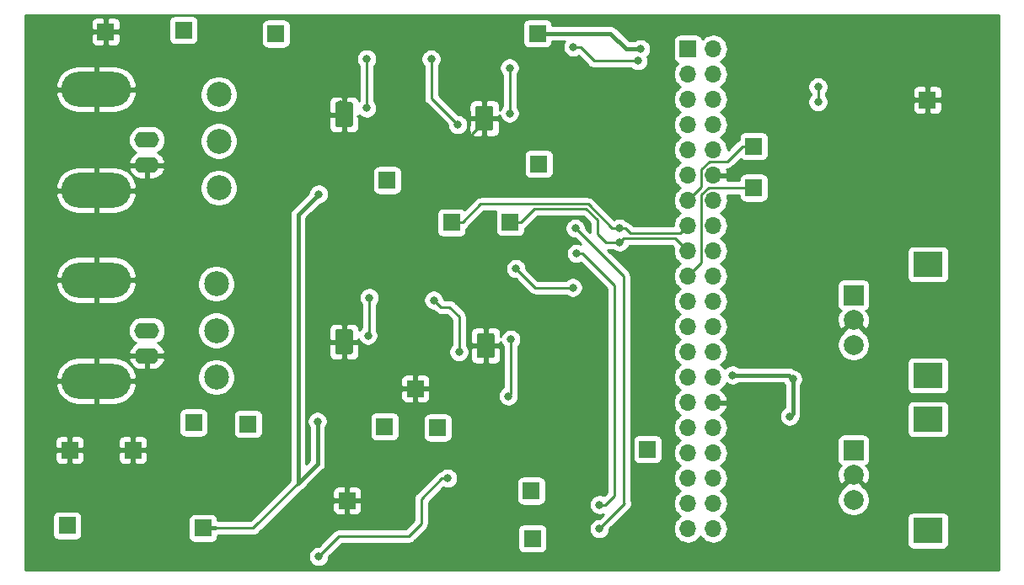
<source format=gbl>
G04 #@! TF.GenerationSoftware,KiCad,Pcbnew,(5.1.2)-1*
G04 #@! TF.CreationDate,2020-01-12T12:33:47-08:00*
G04 #@! TF.ProjectId,o-scope test,6f2d7363-6f70-4652-9074-6573742e6b69,v01*
G04 #@! TF.SameCoordinates,Original*
G04 #@! TF.FileFunction,Copper,L2,Bot*
G04 #@! TF.FilePolarity,Positive*
%FSLAX46Y46*%
G04 Gerber Fmt 4.6, Leading zero omitted, Abs format (unit mm)*
G04 Created by KiCad (PCBNEW (5.1.2)-1) date 2020-01-12 12:33:47*
%MOMM*%
%LPD*%
G04 APERTURE LIST*
%ADD10C,0.100000*%
%ADD11C,1.800000*%
%ADD12R,1.700000X1.700000*%
%ADD13O,2.500000X1.600000*%
%ADD14O,7.000000X3.500000*%
%ADD15O,1.700000X1.700000*%
%ADD16C,2.500000*%
%ADD17R,3.000000X2.500000*%
%ADD18C,2.000000*%
%ADD19R,2.000000X2.000000*%
%ADD20C,0.800000*%
%ADD21C,0.250000*%
%ADD22C,0.381000*%
%ADD23C,0.254000*%
G04 APERTURE END LIST*
D10*
G36*
X136183504Y-104694604D02*
G01*
X136207773Y-104698204D01*
X136231571Y-104704165D01*
X136254671Y-104712430D01*
X136276849Y-104722920D01*
X136297893Y-104735533D01*
X136317598Y-104750147D01*
X136335777Y-104766623D01*
X136352253Y-104784802D01*
X136366867Y-104804507D01*
X136379480Y-104825551D01*
X136389970Y-104847729D01*
X136398235Y-104870829D01*
X136404196Y-104894627D01*
X136407796Y-104918896D01*
X136409000Y-104943400D01*
X136409000Y-106943400D01*
X136407796Y-106967904D01*
X136404196Y-106992173D01*
X136398235Y-107015971D01*
X136389970Y-107039071D01*
X136379480Y-107061249D01*
X136366867Y-107082293D01*
X136352253Y-107101998D01*
X136335777Y-107120177D01*
X136317598Y-107136653D01*
X136297893Y-107151267D01*
X136276849Y-107163880D01*
X136254671Y-107174370D01*
X136231571Y-107182635D01*
X136207773Y-107188596D01*
X136183504Y-107192196D01*
X136159000Y-107193400D01*
X134859000Y-107193400D01*
X134834496Y-107192196D01*
X134810227Y-107188596D01*
X134786429Y-107182635D01*
X134763329Y-107174370D01*
X134741151Y-107163880D01*
X134720107Y-107151267D01*
X134700402Y-107136653D01*
X134682223Y-107120177D01*
X134665747Y-107101998D01*
X134651133Y-107082293D01*
X134638520Y-107061249D01*
X134628030Y-107039071D01*
X134619765Y-107015971D01*
X134613804Y-106992173D01*
X134610204Y-106967904D01*
X134609000Y-106943400D01*
X134609000Y-104943400D01*
X134610204Y-104918896D01*
X134613804Y-104894627D01*
X134619765Y-104870829D01*
X134628030Y-104847729D01*
X134638520Y-104825551D01*
X134651133Y-104804507D01*
X134665747Y-104784802D01*
X134682223Y-104766623D01*
X134700402Y-104750147D01*
X134720107Y-104735533D01*
X134741151Y-104722920D01*
X134763329Y-104712430D01*
X134786429Y-104704165D01*
X134810227Y-104698204D01*
X134834496Y-104694604D01*
X134859000Y-104693400D01*
X136159000Y-104693400D01*
X136183504Y-104694604D01*
X136183504Y-104694604D01*
G37*
D11*
X135509000Y-105943400D03*
D10*
G36*
X150407504Y-105075604D02*
G01*
X150431773Y-105079204D01*
X150455571Y-105085165D01*
X150478671Y-105093430D01*
X150500849Y-105103920D01*
X150521893Y-105116533D01*
X150541598Y-105131147D01*
X150559777Y-105147623D01*
X150576253Y-105165802D01*
X150590867Y-105185507D01*
X150603480Y-105206551D01*
X150613970Y-105228729D01*
X150622235Y-105251829D01*
X150628196Y-105275627D01*
X150631796Y-105299896D01*
X150633000Y-105324400D01*
X150633000Y-107324400D01*
X150631796Y-107348904D01*
X150628196Y-107373173D01*
X150622235Y-107396971D01*
X150613970Y-107420071D01*
X150603480Y-107442249D01*
X150590867Y-107463293D01*
X150576253Y-107482998D01*
X150559777Y-107501177D01*
X150541598Y-107517653D01*
X150521893Y-107532267D01*
X150500849Y-107544880D01*
X150478671Y-107555370D01*
X150455571Y-107563635D01*
X150431773Y-107569596D01*
X150407504Y-107573196D01*
X150383000Y-107574400D01*
X149083000Y-107574400D01*
X149058496Y-107573196D01*
X149034227Y-107569596D01*
X149010429Y-107563635D01*
X148987329Y-107555370D01*
X148965151Y-107544880D01*
X148944107Y-107532267D01*
X148924402Y-107517653D01*
X148906223Y-107501177D01*
X148889747Y-107482998D01*
X148875133Y-107463293D01*
X148862520Y-107442249D01*
X148852030Y-107420071D01*
X148843765Y-107396971D01*
X148837804Y-107373173D01*
X148834204Y-107348904D01*
X148833000Y-107324400D01*
X148833000Y-105324400D01*
X148834204Y-105299896D01*
X148837804Y-105275627D01*
X148843765Y-105251829D01*
X148852030Y-105228729D01*
X148862520Y-105206551D01*
X148875133Y-105185507D01*
X148889747Y-105165802D01*
X148906223Y-105147623D01*
X148924402Y-105131147D01*
X148944107Y-105116533D01*
X148965151Y-105103920D01*
X148987329Y-105093430D01*
X149010429Y-105085165D01*
X149034227Y-105079204D01*
X149058496Y-105075604D01*
X149083000Y-105074400D01*
X150383000Y-105074400D01*
X150407504Y-105075604D01*
X150407504Y-105075604D01*
G37*
D11*
X149733000Y-106324400D03*
D10*
G36*
X150280504Y-82215604D02*
G01*
X150304773Y-82219204D01*
X150328571Y-82225165D01*
X150351671Y-82233430D01*
X150373849Y-82243920D01*
X150394893Y-82256533D01*
X150414598Y-82271147D01*
X150432777Y-82287623D01*
X150449253Y-82305802D01*
X150463867Y-82325507D01*
X150476480Y-82346551D01*
X150486970Y-82368729D01*
X150495235Y-82391829D01*
X150501196Y-82415627D01*
X150504796Y-82439896D01*
X150506000Y-82464400D01*
X150506000Y-84464400D01*
X150504796Y-84488904D01*
X150501196Y-84513173D01*
X150495235Y-84536971D01*
X150486970Y-84560071D01*
X150476480Y-84582249D01*
X150463867Y-84603293D01*
X150449253Y-84622998D01*
X150432777Y-84641177D01*
X150414598Y-84657653D01*
X150394893Y-84672267D01*
X150373849Y-84684880D01*
X150351671Y-84695370D01*
X150328571Y-84703635D01*
X150304773Y-84709596D01*
X150280504Y-84713196D01*
X150256000Y-84714400D01*
X148956000Y-84714400D01*
X148931496Y-84713196D01*
X148907227Y-84709596D01*
X148883429Y-84703635D01*
X148860329Y-84695370D01*
X148838151Y-84684880D01*
X148817107Y-84672267D01*
X148797402Y-84657653D01*
X148779223Y-84641177D01*
X148762747Y-84622998D01*
X148748133Y-84603293D01*
X148735520Y-84582249D01*
X148725030Y-84560071D01*
X148716765Y-84536971D01*
X148710804Y-84513173D01*
X148707204Y-84488904D01*
X148706000Y-84464400D01*
X148706000Y-82464400D01*
X148707204Y-82439896D01*
X148710804Y-82415627D01*
X148716765Y-82391829D01*
X148725030Y-82368729D01*
X148735520Y-82346551D01*
X148748133Y-82325507D01*
X148762747Y-82305802D01*
X148779223Y-82287623D01*
X148797402Y-82271147D01*
X148817107Y-82256533D01*
X148838151Y-82243920D01*
X148860329Y-82233430D01*
X148883429Y-82225165D01*
X148907227Y-82219204D01*
X148931496Y-82215604D01*
X148956000Y-82214400D01*
X150256000Y-82214400D01*
X150280504Y-82215604D01*
X150280504Y-82215604D01*
G37*
D11*
X149606000Y-83464400D03*
D10*
G36*
X136183504Y-81834604D02*
G01*
X136207773Y-81838204D01*
X136231571Y-81844165D01*
X136254671Y-81852430D01*
X136276849Y-81862920D01*
X136297893Y-81875533D01*
X136317598Y-81890147D01*
X136335777Y-81906623D01*
X136352253Y-81924802D01*
X136366867Y-81944507D01*
X136379480Y-81965551D01*
X136389970Y-81987729D01*
X136398235Y-82010829D01*
X136404196Y-82034627D01*
X136407796Y-82058896D01*
X136409000Y-82083400D01*
X136409000Y-84083400D01*
X136407796Y-84107904D01*
X136404196Y-84132173D01*
X136398235Y-84155971D01*
X136389970Y-84179071D01*
X136379480Y-84201249D01*
X136366867Y-84222293D01*
X136352253Y-84241998D01*
X136335777Y-84260177D01*
X136317598Y-84276653D01*
X136297893Y-84291267D01*
X136276849Y-84303880D01*
X136254671Y-84314370D01*
X136231571Y-84322635D01*
X136207773Y-84328596D01*
X136183504Y-84332196D01*
X136159000Y-84333400D01*
X134859000Y-84333400D01*
X134834496Y-84332196D01*
X134810227Y-84328596D01*
X134786429Y-84322635D01*
X134763329Y-84314370D01*
X134741151Y-84303880D01*
X134720107Y-84291267D01*
X134700402Y-84276653D01*
X134682223Y-84260177D01*
X134665747Y-84241998D01*
X134651133Y-84222293D01*
X134638520Y-84201249D01*
X134628030Y-84179071D01*
X134619765Y-84155971D01*
X134613804Y-84132173D01*
X134610204Y-84107904D01*
X134609000Y-84083400D01*
X134609000Y-82083400D01*
X134610204Y-82058896D01*
X134613804Y-82034627D01*
X134619765Y-82010829D01*
X134628030Y-81987729D01*
X134638520Y-81965551D01*
X134651133Y-81944507D01*
X134665747Y-81924802D01*
X134682223Y-81906623D01*
X134700402Y-81890147D01*
X134720107Y-81875533D01*
X134741151Y-81862920D01*
X134763329Y-81852430D01*
X134786429Y-81844165D01*
X134810227Y-81838204D01*
X134834496Y-81834604D01*
X134859000Y-81833400D01*
X136159000Y-81833400D01*
X136183504Y-81834604D01*
X136183504Y-81834604D01*
G37*
D11*
X135509000Y-83083400D03*
D12*
X135826500Y-121920000D03*
X142684500Y-110642400D03*
D13*
X115697000Y-88163400D03*
X115697000Y-85623400D03*
D14*
X110617000Y-80543400D03*
X110617000Y-90703400D03*
X110617000Y-109880400D03*
X110617000Y-99720400D03*
D13*
X115697000Y-104800400D03*
X115697000Y-107340400D03*
D12*
X170053000Y-76479400D03*
D15*
X172593000Y-76479400D03*
X170053000Y-79019400D03*
X172593000Y-79019400D03*
X170053000Y-81559400D03*
X172593000Y-81559400D03*
X170053000Y-84099400D03*
X172593000Y-84099400D03*
X170053000Y-86639400D03*
X172593000Y-86639400D03*
X170053000Y-89179400D03*
X172593000Y-89179400D03*
X170053000Y-91719400D03*
X172593000Y-91719400D03*
X170053000Y-94259400D03*
X172593000Y-94259400D03*
X170053000Y-96799400D03*
X172593000Y-96799400D03*
X170053000Y-99339400D03*
X172593000Y-99339400D03*
X170053000Y-101879400D03*
X172593000Y-101879400D03*
X170053000Y-104419400D03*
X172593000Y-104419400D03*
X170053000Y-106959400D03*
X172593000Y-106959400D03*
X170053000Y-109499400D03*
X172593000Y-109499400D03*
X170053000Y-112039400D03*
X172593000Y-112039400D03*
X170053000Y-114579400D03*
X172593000Y-114579400D03*
X170053000Y-117119400D03*
X172593000Y-117119400D03*
X170053000Y-119659400D03*
X172593000Y-119659400D03*
X170053000Y-122199400D03*
X172593000Y-122199400D03*
X170053000Y-124739400D03*
X172593000Y-124739400D03*
D16*
X122936000Y-90450400D03*
X122936000Y-81050400D03*
X122936000Y-85750400D03*
X122682000Y-104800400D03*
X122682000Y-100100400D03*
X122682000Y-109500400D03*
D17*
X194190000Y-109344400D03*
X194190000Y-98144400D03*
D18*
X186690000Y-106244400D03*
X186690000Y-103744400D03*
D19*
X186690000Y-101244400D03*
X186690000Y-116840000D03*
D18*
X186690000Y-119340000D03*
X186690000Y-121840000D03*
D17*
X194190000Y-113740000D03*
X194190000Y-124940000D03*
D12*
X176657000Y-86258400D03*
X194119500Y-81622900D03*
X107950000Y-116840000D03*
X114300000Y-116840000D03*
X111569500Y-74764900D03*
X121348500Y-124675900D03*
X107696000Y-124421900D03*
X154432000Y-125730000D03*
X154305000Y-120929400D03*
X119380000Y-74574400D03*
X128651000Y-74955400D03*
X155067000Y-88036400D03*
X154940000Y-74930000D03*
X139827000Y-89687400D03*
X165989000Y-116738400D03*
X120396000Y-114071400D03*
X125857000Y-114198400D03*
X144907000Y-114579400D03*
X176657000Y-90449400D03*
X139573000Y-114452400D03*
X146304000Y-93941900D03*
X152209500Y-93878400D03*
D20*
X141224000Y-123444000D03*
X135128000Y-82042000D03*
X135128000Y-82042000D03*
X135128000Y-77470000D03*
X135890000Y-91440000D03*
X158750000Y-114300000D03*
X133350000Y-96520000D03*
X143510000Y-88900000D03*
X158750000Y-116840000D03*
X175260000Y-111760000D03*
X180340000Y-82550000D03*
X179070000Y-86360000D03*
X161290000Y-88900000D03*
X165100000Y-88900000D03*
X156210000Y-82550000D03*
X156210000Y-85090000D03*
X132969000Y-127533400D03*
X145923000Y-119659400D03*
X158496000Y-100482400D03*
X152781000Y-98577400D03*
X152273000Y-105689400D03*
X152019000Y-111404400D03*
X137922000Y-105308400D03*
X137801000Y-82442400D03*
X152146000Y-82956400D03*
X152146000Y-78384400D03*
X137801000Y-77492400D03*
X138052000Y-101498400D03*
X132842000Y-113944400D03*
X132966000Y-91084400D03*
X165049200Y-77673200D03*
X158546800Y-76301600D03*
X180276500Y-113436400D03*
X180594000Y-109689900D03*
X174542001Y-109289401D03*
X165303200Y-76479400D03*
X163195000Y-94513400D03*
X163195000Y-95910400D03*
X146939000Y-84099400D03*
X144272000Y-77498400D03*
X147066000Y-106959400D03*
X144526000Y-101755400D03*
X161163000Y-124739400D03*
X158750000Y-94513400D03*
X158877000Y-97053400D03*
X161163000Y-122326400D03*
X183134000Y-80289400D03*
X183134000Y-81813400D03*
D21*
X135890000Y-91440000D02*
X135890000Y-93980000D01*
X135890000Y-93980000D02*
X133350000Y-96520000D01*
X135509000Y-91059000D02*
X135890000Y-91440000D01*
X135509000Y-83083400D02*
X135509000Y-91059000D01*
X144520400Y-88900000D02*
X148956000Y-84464400D01*
X143510000Y-88900000D02*
X144520400Y-88900000D01*
X158750000Y-114300000D02*
X158750000Y-116840000D01*
X161290000Y-88900000D02*
X165100000Y-88900000D01*
X165100000Y-88900000D02*
X165100000Y-88900000D01*
X156210000Y-82550000D02*
X156210000Y-85090000D01*
X172593000Y-112039400D02*
X174980600Y-112039400D01*
X174980600Y-112039400D02*
X175260000Y-111760000D01*
X180340000Y-82550000D02*
X180340000Y-85090000D01*
X180340000Y-85090000D02*
X179070000Y-86360000D01*
X137801000Y-82442400D02*
X137801000Y-82442400D01*
X137801000Y-82442400D02*
X137795000Y-82448400D01*
X137801000Y-77492400D02*
X137801000Y-82442400D01*
X152146000Y-78384400D02*
X152146000Y-82956400D01*
X138052000Y-105178400D02*
X137922000Y-105308400D01*
X138052000Y-101498400D02*
X138052000Y-105178400D01*
X152273000Y-111150400D02*
X152019000Y-111404400D01*
X152273000Y-105689400D02*
X152273000Y-111150400D01*
X152781000Y-98577400D02*
X154686000Y-100482400D01*
X145357315Y-119659400D02*
X143256000Y-121760715D01*
X145923000Y-119659400D02*
X145357315Y-119659400D01*
X143256000Y-121760715D02*
X143256000Y-124231400D01*
X143256000Y-124231400D02*
X141986000Y-125501400D01*
X135001000Y-125501400D02*
X132969000Y-127533400D01*
X141986000Y-125501400D02*
X135001000Y-125501400D01*
X154686000Y-100482400D02*
X158496000Y-100482400D01*
D22*
X132842000Y-114919400D02*
X132842000Y-113944400D01*
X132842000Y-118223400D02*
X132842000Y-114919400D01*
X121348500Y-124675900D02*
X122579500Y-124675900D01*
X130885750Y-93164650D02*
X132842000Y-91208400D01*
X130885750Y-120179650D02*
X130885750Y-93164650D01*
D21*
X126389500Y-124675900D02*
X131247700Y-119817700D01*
X121348500Y-124675900D02*
X126389500Y-124675900D01*
D22*
X130885750Y-120179650D02*
X131247700Y-119817700D01*
X131247700Y-119817700D02*
X132842000Y-118223400D01*
X180193501Y-109289401D02*
X180594000Y-109689900D01*
X174542001Y-109289401D02*
X180193501Y-109289401D01*
X180594000Y-113118900D02*
X180276500Y-113436400D01*
X180594000Y-109689900D02*
X180594000Y-113118900D01*
D21*
X158546800Y-76301600D02*
X159258000Y-76301600D01*
X160629600Y-77673200D02*
X165049200Y-77673200D01*
X159258000Y-76301600D02*
X160629600Y-77673200D01*
X165481000Y-76301600D02*
X165303200Y-76479400D01*
D22*
X156171000Y-74930000D02*
X154940000Y-74930000D01*
X162293300Y-74930000D02*
X156171000Y-74930000D01*
X163842700Y-76479400D02*
X162293300Y-74930000D01*
X165303200Y-76479400D02*
X163842700Y-76479400D01*
D21*
X175557000Y-86258400D02*
X176657000Y-86258400D01*
X174000999Y-87814401D02*
X175557000Y-86258400D01*
X172218997Y-87814401D02*
X174000999Y-87814401D01*
X171417999Y-88615399D02*
X172218997Y-87814401D01*
X171417999Y-90354401D02*
X171417999Y-88615399D01*
X170053000Y-91719400D02*
X171417999Y-90354401D01*
X169799000Y-94513400D02*
X170053000Y-94259400D01*
X169291000Y-95021400D02*
X170053000Y-94259400D01*
X164268685Y-95021400D02*
X169291000Y-95021400D01*
X163195000Y-94513400D02*
X163760685Y-94513400D01*
X163760685Y-94513400D02*
X164268685Y-95021400D01*
X147404000Y-93941900D02*
X146304000Y-93941900D01*
X149251010Y-92094890D02*
X147404000Y-93941900D01*
X160015900Y-92094890D02*
X149251010Y-92094890D01*
X162434410Y-94513400D02*
X160015900Y-92094890D01*
X163195000Y-94513400D02*
X162434410Y-94513400D01*
X169203001Y-95949401D02*
X170053000Y-96799400D01*
X168764001Y-95510401D02*
X169203001Y-95949401D01*
X163594999Y-95510401D02*
X168764001Y-95510401D01*
X163195000Y-95910400D02*
X163594999Y-95510401D01*
X153309500Y-93878400D02*
X154643000Y-92544900D01*
X152209500Y-93878400D02*
X153309500Y-93878400D01*
X159829500Y-92544900D02*
X160972500Y-93687900D01*
X154643000Y-92544900D02*
X159829500Y-92544900D01*
X160972500Y-93687900D02*
X160972500Y-95084900D01*
X161798000Y-95910400D02*
X163195000Y-95910400D01*
X160972500Y-95084900D02*
X161798000Y-95910400D01*
X170902999Y-98489401D02*
X170053000Y-99339400D01*
X175557000Y-90449400D02*
X176657000Y-90449400D01*
X172123998Y-90449400D02*
X175557000Y-90449400D01*
X171417999Y-91155399D02*
X172123998Y-90449400D01*
X171417999Y-97974401D02*
X171417999Y-91155399D01*
X170053000Y-99339400D02*
X171417999Y-97974401D01*
X144272000Y-81432400D02*
X146939000Y-84099400D01*
X144272000Y-77498400D02*
X144272000Y-81432400D01*
X145221710Y-102451110D02*
X146113710Y-102451110D01*
X144526000Y-101755400D02*
X145221710Y-102451110D01*
X147066000Y-103403400D02*
X147066000Y-106959400D01*
X146113710Y-102451110D02*
X147066000Y-103403400D01*
X163576000Y-99339400D02*
X158750000Y-94513400D01*
X163576000Y-122072400D02*
X163576000Y-99339400D01*
X161163000Y-124739400D02*
X163703000Y-122199400D01*
X163703000Y-122199400D02*
X163576000Y-122072400D01*
X161728685Y-122326400D02*
X162306000Y-121749085D01*
X161163000Y-122326400D02*
X161728685Y-122326400D01*
X162652343Y-100263058D02*
X162652343Y-121402743D01*
X159442685Y-97053400D02*
X162652343Y-100263058D01*
X158877000Y-97053400D02*
X159442685Y-97053400D01*
X161728685Y-122326400D02*
X162652343Y-121402743D01*
X162652343Y-121402743D02*
X162687000Y-121368085D01*
X183134000Y-80289400D02*
X183134000Y-81813400D01*
D23*
G36*
X201270001Y-128880000D02*
G01*
X103530000Y-128880000D01*
X103530000Y-127431461D01*
X131934000Y-127431461D01*
X131934000Y-127635339D01*
X131973774Y-127835298D01*
X132051795Y-128023656D01*
X132165063Y-128193174D01*
X132309226Y-128337337D01*
X132478744Y-128450605D01*
X132667102Y-128528626D01*
X132867061Y-128568400D01*
X133070939Y-128568400D01*
X133270898Y-128528626D01*
X133459256Y-128450605D01*
X133628774Y-128337337D01*
X133772937Y-128193174D01*
X133886205Y-128023656D01*
X133964226Y-127835298D01*
X134004000Y-127635339D01*
X134004000Y-127573201D01*
X135315802Y-126261400D01*
X141948678Y-126261400D01*
X141986000Y-126265076D01*
X142023322Y-126261400D01*
X142023333Y-126261400D01*
X142134986Y-126250403D01*
X142278247Y-126206946D01*
X142410276Y-126136374D01*
X142526001Y-126041401D01*
X142549804Y-126012397D01*
X143682201Y-124880000D01*
X152943928Y-124880000D01*
X152943928Y-126580000D01*
X152956188Y-126704482D01*
X152992498Y-126824180D01*
X153051463Y-126934494D01*
X153130815Y-127031185D01*
X153227506Y-127110537D01*
X153337820Y-127169502D01*
X153457518Y-127205812D01*
X153582000Y-127218072D01*
X155282000Y-127218072D01*
X155406482Y-127205812D01*
X155526180Y-127169502D01*
X155636494Y-127110537D01*
X155733185Y-127031185D01*
X155812537Y-126934494D01*
X155871502Y-126824180D01*
X155907812Y-126704482D01*
X155920072Y-126580000D01*
X155920072Y-124880000D01*
X155907812Y-124755518D01*
X155871502Y-124635820D01*
X155812537Y-124525506D01*
X155733185Y-124428815D01*
X155636494Y-124349463D01*
X155526180Y-124290498D01*
X155406482Y-124254188D01*
X155282000Y-124241928D01*
X153582000Y-124241928D01*
X153457518Y-124254188D01*
X153337820Y-124290498D01*
X153227506Y-124349463D01*
X153130815Y-124428815D01*
X153051463Y-124525506D01*
X152992498Y-124635820D01*
X152956188Y-124755518D01*
X152943928Y-124880000D01*
X143682201Y-124880000D01*
X143767003Y-124795199D01*
X143796001Y-124771401D01*
X143890974Y-124655676D01*
X143961546Y-124523647D01*
X144005003Y-124380386D01*
X144016000Y-124268733D01*
X144016000Y-124268724D01*
X144019676Y-124231401D01*
X144016000Y-124194078D01*
X144016000Y-122075516D01*
X145490845Y-120600672D01*
X145621102Y-120654626D01*
X145821061Y-120694400D01*
X146024939Y-120694400D01*
X146224898Y-120654626D01*
X146413256Y-120576605D01*
X146582774Y-120463337D01*
X146726937Y-120319174D01*
X146840205Y-120149656D01*
X146869306Y-120079400D01*
X152816928Y-120079400D01*
X152816928Y-121779400D01*
X152829188Y-121903882D01*
X152865498Y-122023580D01*
X152924463Y-122133894D01*
X153003815Y-122230585D01*
X153100506Y-122309937D01*
X153210820Y-122368902D01*
X153330518Y-122405212D01*
X153455000Y-122417472D01*
X155155000Y-122417472D01*
X155279482Y-122405212D01*
X155399180Y-122368902D01*
X155509494Y-122309937D01*
X155606185Y-122230585D01*
X155685537Y-122133894D01*
X155744502Y-122023580D01*
X155780812Y-121903882D01*
X155793072Y-121779400D01*
X155793072Y-120079400D01*
X155780812Y-119954918D01*
X155744502Y-119835220D01*
X155685537Y-119724906D01*
X155606185Y-119628215D01*
X155509494Y-119548863D01*
X155399180Y-119489898D01*
X155279482Y-119453588D01*
X155155000Y-119441328D01*
X153455000Y-119441328D01*
X153330518Y-119453588D01*
X153210820Y-119489898D01*
X153100506Y-119548863D01*
X153003815Y-119628215D01*
X152924463Y-119724906D01*
X152865498Y-119835220D01*
X152829188Y-119954918D01*
X152816928Y-120079400D01*
X146869306Y-120079400D01*
X146918226Y-119961298D01*
X146958000Y-119761339D01*
X146958000Y-119557461D01*
X146918226Y-119357502D01*
X146840205Y-119169144D01*
X146726937Y-118999626D01*
X146582774Y-118855463D01*
X146413256Y-118742195D01*
X146224898Y-118664174D01*
X146024939Y-118624400D01*
X145821061Y-118624400D01*
X145621102Y-118664174D01*
X145432744Y-118742195D01*
X145263226Y-118855463D01*
X145208276Y-118910413D01*
X145065068Y-118953854D01*
X144933039Y-119024426D01*
X144817314Y-119119399D01*
X144793516Y-119148397D01*
X142745003Y-121196911D01*
X142715999Y-121220714D01*
X142688881Y-121253758D01*
X142621026Y-121336439D01*
X142560113Y-121450398D01*
X142550454Y-121468469D01*
X142506997Y-121611730D01*
X142496000Y-121723383D01*
X142496000Y-121723393D01*
X142492324Y-121760715D01*
X142496000Y-121798038D01*
X142496001Y-123916597D01*
X141671199Y-124741400D01*
X135038323Y-124741400D01*
X135001000Y-124737724D01*
X134963677Y-124741400D01*
X134963667Y-124741400D01*
X134852014Y-124752397D01*
X134708753Y-124795854D01*
X134576723Y-124866426D01*
X134493083Y-124935068D01*
X134460999Y-124961399D01*
X134437201Y-124990397D01*
X132929199Y-126498400D01*
X132867061Y-126498400D01*
X132667102Y-126538174D01*
X132478744Y-126616195D01*
X132309226Y-126729463D01*
X132165063Y-126873626D01*
X132051795Y-127043144D01*
X131973774Y-127231502D01*
X131934000Y-127431461D01*
X103530000Y-127431461D01*
X103530000Y-123571900D01*
X106207928Y-123571900D01*
X106207928Y-125271900D01*
X106220188Y-125396382D01*
X106256498Y-125516080D01*
X106315463Y-125626394D01*
X106394815Y-125723085D01*
X106491506Y-125802437D01*
X106601820Y-125861402D01*
X106721518Y-125897712D01*
X106846000Y-125909972D01*
X108546000Y-125909972D01*
X108670482Y-125897712D01*
X108790180Y-125861402D01*
X108900494Y-125802437D01*
X108997185Y-125723085D01*
X109076537Y-125626394D01*
X109135502Y-125516080D01*
X109171812Y-125396382D01*
X109184072Y-125271900D01*
X109184072Y-123825900D01*
X119860428Y-123825900D01*
X119860428Y-125525900D01*
X119872688Y-125650382D01*
X119908998Y-125770080D01*
X119967963Y-125880394D01*
X120047315Y-125977085D01*
X120144006Y-126056437D01*
X120254320Y-126115402D01*
X120374018Y-126151712D01*
X120498500Y-126163972D01*
X122198500Y-126163972D01*
X122322982Y-126151712D01*
X122442680Y-126115402D01*
X122552994Y-126056437D01*
X122649685Y-125977085D01*
X122729037Y-125880394D01*
X122788002Y-125770080D01*
X122824312Y-125650382D01*
X122836572Y-125525900D01*
X122836572Y-125460564D01*
X122896934Y-125442253D01*
X122908819Y-125435900D01*
X126352178Y-125435900D01*
X126389500Y-125439576D01*
X126426822Y-125435900D01*
X126426833Y-125435900D01*
X126538486Y-125424903D01*
X126681747Y-125381446D01*
X126813776Y-125310874D01*
X126929501Y-125215901D01*
X126953304Y-125186897D01*
X129370201Y-122770000D01*
X134338428Y-122770000D01*
X134350688Y-122894482D01*
X134386998Y-123014180D01*
X134445963Y-123124494D01*
X134525315Y-123221185D01*
X134622006Y-123300537D01*
X134732320Y-123359502D01*
X134852018Y-123395812D01*
X134976500Y-123408072D01*
X135540750Y-123405000D01*
X135699500Y-123246250D01*
X135699500Y-122047000D01*
X135953500Y-122047000D01*
X135953500Y-123246250D01*
X136112250Y-123405000D01*
X136676500Y-123408072D01*
X136800982Y-123395812D01*
X136920680Y-123359502D01*
X137030994Y-123300537D01*
X137127685Y-123221185D01*
X137207037Y-123124494D01*
X137266002Y-123014180D01*
X137302312Y-122894482D01*
X137314572Y-122770000D01*
X137311500Y-122205750D01*
X137152750Y-122047000D01*
X135953500Y-122047000D01*
X135699500Y-122047000D01*
X134500250Y-122047000D01*
X134341500Y-122205750D01*
X134338428Y-122770000D01*
X129370201Y-122770000D01*
X131070201Y-121070000D01*
X134338428Y-121070000D01*
X134341500Y-121634250D01*
X134500250Y-121793000D01*
X135699500Y-121793000D01*
X135699500Y-120593750D01*
X135953500Y-120593750D01*
X135953500Y-121793000D01*
X137152750Y-121793000D01*
X137311500Y-121634250D01*
X137314572Y-121070000D01*
X137302312Y-120945518D01*
X137266002Y-120825820D01*
X137207037Y-120715506D01*
X137127685Y-120618815D01*
X137030994Y-120539463D01*
X136920680Y-120480498D01*
X136800982Y-120444188D01*
X136676500Y-120431928D01*
X136112250Y-120435000D01*
X135953500Y-120593750D01*
X135699500Y-120593750D01*
X135540750Y-120435000D01*
X134976500Y-120431928D01*
X134852018Y-120444188D01*
X134732320Y-120480498D01*
X134622006Y-120539463D01*
X134525315Y-120618815D01*
X134445963Y-120715506D01*
X134386998Y-120825820D01*
X134350688Y-120945518D01*
X134338428Y-121070000D01*
X131070201Y-121070000D01*
X131190287Y-120949915D01*
X131203183Y-120946003D01*
X131204090Y-120945518D01*
X131346592Y-120869349D01*
X131399632Y-120825820D01*
X131472291Y-120766191D01*
X131498147Y-120734685D01*
X131860092Y-120372741D01*
X131860096Y-120372736D01*
X133397046Y-118835788D01*
X133428541Y-118809941D01*
X133454389Y-118778445D01*
X133454392Y-118778442D01*
X133531699Y-118684243D01*
X133608353Y-118540834D01*
X133626820Y-118479956D01*
X133655556Y-118385226D01*
X133667500Y-118263953D01*
X133667500Y-118263951D01*
X133671494Y-118223400D01*
X133667500Y-118182850D01*
X133667500Y-114571903D01*
X133759205Y-114434656D01*
X133837226Y-114246298D01*
X133877000Y-114046339D01*
X133877000Y-113842461D01*
X133837226Y-113642502D01*
X133820616Y-113602400D01*
X138084928Y-113602400D01*
X138084928Y-115302400D01*
X138097188Y-115426882D01*
X138133498Y-115546580D01*
X138192463Y-115656894D01*
X138271815Y-115753585D01*
X138368506Y-115832937D01*
X138478820Y-115891902D01*
X138598518Y-115928212D01*
X138723000Y-115940472D01*
X140423000Y-115940472D01*
X140547482Y-115928212D01*
X140667180Y-115891902D01*
X140777494Y-115832937D01*
X140874185Y-115753585D01*
X140953537Y-115656894D01*
X141012502Y-115546580D01*
X141048812Y-115426882D01*
X141061072Y-115302400D01*
X141061072Y-113729400D01*
X143418928Y-113729400D01*
X143418928Y-115429400D01*
X143431188Y-115553882D01*
X143467498Y-115673580D01*
X143526463Y-115783894D01*
X143605815Y-115880585D01*
X143702506Y-115959937D01*
X143812820Y-116018902D01*
X143932518Y-116055212D01*
X144057000Y-116067472D01*
X145757000Y-116067472D01*
X145881482Y-116055212D01*
X146001180Y-116018902D01*
X146111494Y-115959937D01*
X146208185Y-115880585D01*
X146287537Y-115783894D01*
X146346502Y-115673580D01*
X146382812Y-115553882D01*
X146395072Y-115429400D01*
X146395072Y-113729400D01*
X146382812Y-113604918D01*
X146346502Y-113485220D01*
X146287537Y-113374906D01*
X146208185Y-113278215D01*
X146111494Y-113198863D01*
X146001180Y-113139898D01*
X145881482Y-113103588D01*
X145757000Y-113091328D01*
X144057000Y-113091328D01*
X143932518Y-113103588D01*
X143812820Y-113139898D01*
X143702506Y-113198863D01*
X143605815Y-113278215D01*
X143526463Y-113374906D01*
X143467498Y-113485220D01*
X143431188Y-113604918D01*
X143418928Y-113729400D01*
X141061072Y-113729400D01*
X141061072Y-113602400D01*
X141048812Y-113477918D01*
X141012502Y-113358220D01*
X140953537Y-113247906D01*
X140874185Y-113151215D01*
X140777494Y-113071863D01*
X140667180Y-113012898D01*
X140547482Y-112976588D01*
X140423000Y-112964328D01*
X138723000Y-112964328D01*
X138598518Y-112976588D01*
X138478820Y-113012898D01*
X138368506Y-113071863D01*
X138271815Y-113151215D01*
X138192463Y-113247906D01*
X138133498Y-113358220D01*
X138097188Y-113477918D01*
X138084928Y-113602400D01*
X133820616Y-113602400D01*
X133759205Y-113454144D01*
X133645937Y-113284626D01*
X133501774Y-113140463D01*
X133332256Y-113027195D01*
X133143898Y-112949174D01*
X132943939Y-112909400D01*
X132740061Y-112909400D01*
X132540102Y-112949174D01*
X132351744Y-113027195D01*
X132182226Y-113140463D01*
X132038063Y-113284626D01*
X131924795Y-113454144D01*
X131846774Y-113642502D01*
X131807000Y-113842461D01*
X131807000Y-114046339D01*
X131846774Y-114246298D01*
X131924795Y-114434656D01*
X132016500Y-114571903D01*
X132016500Y-114959952D01*
X132016501Y-114959962D01*
X132016500Y-117881466D01*
X131711250Y-118186717D01*
X131711250Y-111492400D01*
X141196428Y-111492400D01*
X141208688Y-111616882D01*
X141244998Y-111736580D01*
X141303963Y-111846894D01*
X141383315Y-111943585D01*
X141480006Y-112022937D01*
X141590320Y-112081902D01*
X141710018Y-112118212D01*
X141834500Y-112130472D01*
X142398750Y-112127400D01*
X142557500Y-111968650D01*
X142557500Y-110769400D01*
X142811500Y-110769400D01*
X142811500Y-111968650D01*
X142970250Y-112127400D01*
X143534500Y-112130472D01*
X143658982Y-112118212D01*
X143778680Y-112081902D01*
X143888994Y-112022937D01*
X143985685Y-111943585D01*
X144065037Y-111846894D01*
X144124002Y-111736580D01*
X144160312Y-111616882D01*
X144172572Y-111492400D01*
X144169500Y-110928150D01*
X144010750Y-110769400D01*
X142811500Y-110769400D01*
X142557500Y-110769400D01*
X141358250Y-110769400D01*
X141199500Y-110928150D01*
X141196428Y-111492400D01*
X131711250Y-111492400D01*
X131711250Y-109792400D01*
X141196428Y-109792400D01*
X141199500Y-110356650D01*
X141358250Y-110515400D01*
X142557500Y-110515400D01*
X142557500Y-109316150D01*
X142811500Y-109316150D01*
X142811500Y-110515400D01*
X144010750Y-110515400D01*
X144169500Y-110356650D01*
X144172572Y-109792400D01*
X144160312Y-109667918D01*
X144124002Y-109548220D01*
X144065037Y-109437906D01*
X143985685Y-109341215D01*
X143888994Y-109261863D01*
X143778680Y-109202898D01*
X143658982Y-109166588D01*
X143534500Y-109154328D01*
X142970250Y-109157400D01*
X142811500Y-109316150D01*
X142557500Y-109316150D01*
X142398750Y-109157400D01*
X141834500Y-109154328D01*
X141710018Y-109166588D01*
X141590320Y-109202898D01*
X141480006Y-109261863D01*
X141383315Y-109341215D01*
X141303963Y-109437906D01*
X141244998Y-109548220D01*
X141208688Y-109667918D01*
X141196428Y-109792400D01*
X131711250Y-109792400D01*
X131711250Y-107193400D01*
X133970928Y-107193400D01*
X133983188Y-107317882D01*
X134019498Y-107437580D01*
X134078463Y-107547894D01*
X134157815Y-107644585D01*
X134254506Y-107723937D01*
X134364820Y-107782902D01*
X134484518Y-107819212D01*
X134609000Y-107831472D01*
X135223250Y-107828400D01*
X135382000Y-107669650D01*
X135382000Y-106070400D01*
X135636000Y-106070400D01*
X135636000Y-107669650D01*
X135794750Y-107828400D01*
X136409000Y-107831472D01*
X136533482Y-107819212D01*
X136653180Y-107782902D01*
X136763494Y-107723937D01*
X136860185Y-107644585D01*
X136939537Y-107547894D01*
X136998502Y-107437580D01*
X137034812Y-107317882D01*
X137047072Y-107193400D01*
X137044000Y-106229150D01*
X136885250Y-106070400D01*
X135636000Y-106070400D01*
X135382000Y-106070400D01*
X134132750Y-106070400D01*
X133974000Y-106229150D01*
X133970928Y-107193400D01*
X131711250Y-107193400D01*
X131711250Y-104693400D01*
X133970928Y-104693400D01*
X133974000Y-105657650D01*
X134132750Y-105816400D01*
X135382000Y-105816400D01*
X135382000Y-104217150D01*
X135636000Y-104217150D01*
X135636000Y-105816400D01*
X136885250Y-105816400D01*
X136974978Y-105726672D01*
X137004795Y-105798656D01*
X137118063Y-105968174D01*
X137262226Y-106112337D01*
X137431744Y-106225605D01*
X137620102Y-106303626D01*
X137820061Y-106343400D01*
X138023939Y-106343400D01*
X138223898Y-106303626D01*
X138412256Y-106225605D01*
X138581774Y-106112337D01*
X138725937Y-105968174D01*
X138839205Y-105798656D01*
X138917226Y-105610298D01*
X138957000Y-105410339D01*
X138957000Y-105206461D01*
X138917226Y-105006502D01*
X138839205Y-104818144D01*
X138812000Y-104777429D01*
X138812000Y-102202111D01*
X138855937Y-102158174D01*
X138969205Y-101988656D01*
X139047226Y-101800298D01*
X139076433Y-101653461D01*
X143491000Y-101653461D01*
X143491000Y-101857339D01*
X143530774Y-102057298D01*
X143608795Y-102245656D01*
X143722063Y-102415174D01*
X143866226Y-102559337D01*
X144035744Y-102672605D01*
X144224102Y-102750626D01*
X144424061Y-102790400D01*
X144486198Y-102790400D01*
X144657911Y-102962112D01*
X144681709Y-102991111D01*
X144710707Y-103014909D01*
X144797434Y-103086084D01*
X144929463Y-103156656D01*
X145072724Y-103200113D01*
X145221710Y-103214787D01*
X145259043Y-103211110D01*
X145798909Y-103211110D01*
X146306000Y-103718203D01*
X146306001Y-106255688D01*
X146262063Y-106299626D01*
X146148795Y-106469144D01*
X146070774Y-106657502D01*
X146031000Y-106857461D01*
X146031000Y-107061339D01*
X146070774Y-107261298D01*
X146148795Y-107449656D01*
X146262063Y-107619174D01*
X146406226Y-107763337D01*
X146575744Y-107876605D01*
X146764102Y-107954626D01*
X146964061Y-107994400D01*
X147167939Y-107994400D01*
X147367898Y-107954626D01*
X147556256Y-107876605D01*
X147725774Y-107763337D01*
X147869937Y-107619174D01*
X147899853Y-107574400D01*
X148194928Y-107574400D01*
X148207188Y-107698882D01*
X148243498Y-107818580D01*
X148302463Y-107928894D01*
X148381815Y-108025585D01*
X148478506Y-108104937D01*
X148588820Y-108163902D01*
X148708518Y-108200212D01*
X148833000Y-108212472D01*
X149447250Y-108209400D01*
X149606000Y-108050650D01*
X149606000Y-106451400D01*
X149860000Y-106451400D01*
X149860000Y-108050650D01*
X150018750Y-108209400D01*
X150633000Y-108212472D01*
X150757482Y-108200212D01*
X150877180Y-108163902D01*
X150987494Y-108104937D01*
X151084185Y-108025585D01*
X151163537Y-107928894D01*
X151222502Y-107818580D01*
X151258812Y-107698882D01*
X151271072Y-107574400D01*
X151268000Y-106610150D01*
X151109250Y-106451400D01*
X149860000Y-106451400D01*
X149606000Y-106451400D01*
X148356750Y-106451400D01*
X148198000Y-106610150D01*
X148194928Y-107574400D01*
X147899853Y-107574400D01*
X147983205Y-107449656D01*
X148061226Y-107261298D01*
X148101000Y-107061339D01*
X148101000Y-106857461D01*
X148061226Y-106657502D01*
X147983205Y-106469144D01*
X147869937Y-106299626D01*
X147826000Y-106255689D01*
X147826000Y-105074400D01*
X148194928Y-105074400D01*
X148198000Y-106038650D01*
X148356750Y-106197400D01*
X149606000Y-106197400D01*
X149606000Y-104598150D01*
X149860000Y-104598150D01*
X149860000Y-106197400D01*
X151109250Y-106197400D01*
X151268000Y-106038650D01*
X151268303Y-105943681D01*
X151277774Y-105991298D01*
X151355795Y-106179656D01*
X151469063Y-106349174D01*
X151513000Y-106393111D01*
X151513001Y-110497714D01*
X151359226Y-110600463D01*
X151215063Y-110744626D01*
X151101795Y-110914144D01*
X151023774Y-111102502D01*
X150984000Y-111302461D01*
X150984000Y-111506339D01*
X151023774Y-111706298D01*
X151101795Y-111894656D01*
X151215063Y-112064174D01*
X151359226Y-112208337D01*
X151528744Y-112321605D01*
X151717102Y-112399626D01*
X151917061Y-112439400D01*
X152120939Y-112439400D01*
X152320898Y-112399626D01*
X152509256Y-112321605D01*
X152678774Y-112208337D01*
X152822937Y-112064174D01*
X152936205Y-111894656D01*
X153014226Y-111706298D01*
X153054000Y-111506339D01*
X153054000Y-111302461D01*
X153032397Y-111193855D01*
X153033000Y-111187733D01*
X153033000Y-111187724D01*
X153036676Y-111150401D01*
X153033000Y-111113078D01*
X153033000Y-106393111D01*
X153076937Y-106349174D01*
X153190205Y-106179656D01*
X153268226Y-105991298D01*
X153308000Y-105791339D01*
X153308000Y-105587461D01*
X153268226Y-105387502D01*
X153190205Y-105199144D01*
X153076937Y-105029626D01*
X152932774Y-104885463D01*
X152763256Y-104772195D01*
X152574898Y-104694174D01*
X152374939Y-104654400D01*
X152171061Y-104654400D01*
X151971102Y-104694174D01*
X151782744Y-104772195D01*
X151613226Y-104885463D01*
X151469063Y-105029626D01*
X151355795Y-105199144D01*
X151277774Y-105387502D01*
X151269949Y-105426840D01*
X151271072Y-105074400D01*
X151258812Y-104949918D01*
X151222502Y-104830220D01*
X151163537Y-104719906D01*
X151084185Y-104623215D01*
X150987494Y-104543863D01*
X150877180Y-104484898D01*
X150757482Y-104448588D01*
X150633000Y-104436328D01*
X150018750Y-104439400D01*
X149860000Y-104598150D01*
X149606000Y-104598150D01*
X149447250Y-104439400D01*
X148833000Y-104436328D01*
X148708518Y-104448588D01*
X148588820Y-104484898D01*
X148478506Y-104543863D01*
X148381815Y-104623215D01*
X148302463Y-104719906D01*
X148243498Y-104830220D01*
X148207188Y-104949918D01*
X148194928Y-105074400D01*
X147826000Y-105074400D01*
X147826000Y-103440722D01*
X147829676Y-103403399D01*
X147826000Y-103366076D01*
X147826000Y-103366067D01*
X147815003Y-103254414D01*
X147771546Y-103111153D01*
X147700974Y-102979124D01*
X147664270Y-102934400D01*
X147629799Y-102892396D01*
X147629795Y-102892392D01*
X147606001Y-102863399D01*
X147577009Y-102839606D01*
X146677513Y-101940112D01*
X146653711Y-101911109D01*
X146537986Y-101816136D01*
X146405957Y-101745564D01*
X146262696Y-101702107D01*
X146151043Y-101691110D01*
X146151032Y-101691110D01*
X146113710Y-101687434D01*
X146076388Y-101691110D01*
X145561000Y-101691110D01*
X145561000Y-101653461D01*
X145521226Y-101453502D01*
X145443205Y-101265144D01*
X145329937Y-101095626D01*
X145185774Y-100951463D01*
X145016256Y-100838195D01*
X144827898Y-100760174D01*
X144627939Y-100720400D01*
X144424061Y-100720400D01*
X144224102Y-100760174D01*
X144035744Y-100838195D01*
X143866226Y-100951463D01*
X143722063Y-101095626D01*
X143608795Y-101265144D01*
X143530774Y-101453502D01*
X143491000Y-101653461D01*
X139076433Y-101653461D01*
X139087000Y-101600339D01*
X139087000Y-101396461D01*
X139047226Y-101196502D01*
X138969205Y-101008144D01*
X138855937Y-100838626D01*
X138711774Y-100694463D01*
X138542256Y-100581195D01*
X138353898Y-100503174D01*
X138153939Y-100463400D01*
X137950061Y-100463400D01*
X137750102Y-100503174D01*
X137561744Y-100581195D01*
X137392226Y-100694463D01*
X137248063Y-100838626D01*
X137134795Y-101008144D01*
X137056774Y-101196502D01*
X137017000Y-101396461D01*
X137017000Y-101600339D01*
X137056774Y-101800298D01*
X137134795Y-101988656D01*
X137248063Y-102158174D01*
X137292000Y-102202111D01*
X137292001Y-104484568D01*
X137262226Y-104504463D01*
X137118063Y-104648626D01*
X137046875Y-104755166D01*
X137047072Y-104693400D01*
X137034812Y-104568918D01*
X136998502Y-104449220D01*
X136939537Y-104338906D01*
X136860185Y-104242215D01*
X136763494Y-104162863D01*
X136653180Y-104103898D01*
X136533482Y-104067588D01*
X136409000Y-104055328D01*
X135794750Y-104058400D01*
X135636000Y-104217150D01*
X135382000Y-104217150D01*
X135223250Y-104058400D01*
X134609000Y-104055328D01*
X134484518Y-104067588D01*
X134364820Y-104103898D01*
X134254506Y-104162863D01*
X134157815Y-104242215D01*
X134078463Y-104338906D01*
X134019498Y-104449220D01*
X133983188Y-104568918D01*
X133970928Y-104693400D01*
X131711250Y-104693400D01*
X131711250Y-98475461D01*
X151746000Y-98475461D01*
X151746000Y-98679339D01*
X151785774Y-98879298D01*
X151863795Y-99067656D01*
X151977063Y-99237174D01*
X152121226Y-99381337D01*
X152290744Y-99494605D01*
X152479102Y-99572626D01*
X152679061Y-99612400D01*
X152741199Y-99612400D01*
X154122201Y-100993403D01*
X154145999Y-101022401D01*
X154261724Y-101117374D01*
X154393753Y-101187946D01*
X154537014Y-101231403D01*
X154648667Y-101242400D01*
X154648677Y-101242400D01*
X154686000Y-101246076D01*
X154723323Y-101242400D01*
X157792289Y-101242400D01*
X157836226Y-101286337D01*
X158005744Y-101399605D01*
X158194102Y-101477626D01*
X158394061Y-101517400D01*
X158597939Y-101517400D01*
X158797898Y-101477626D01*
X158986256Y-101399605D01*
X159155774Y-101286337D01*
X159299937Y-101142174D01*
X159413205Y-100972656D01*
X159491226Y-100784298D01*
X159531000Y-100584339D01*
X159531000Y-100380461D01*
X159491226Y-100180502D01*
X159413205Y-99992144D01*
X159299937Y-99822626D01*
X159155774Y-99678463D01*
X158986256Y-99565195D01*
X158797898Y-99487174D01*
X158597939Y-99447400D01*
X158394061Y-99447400D01*
X158194102Y-99487174D01*
X158005744Y-99565195D01*
X157836226Y-99678463D01*
X157792289Y-99722400D01*
X155000802Y-99722400D01*
X153816000Y-98537599D01*
X153816000Y-98475461D01*
X153776226Y-98275502D01*
X153698205Y-98087144D01*
X153584937Y-97917626D01*
X153440774Y-97773463D01*
X153271256Y-97660195D01*
X153082898Y-97582174D01*
X152882939Y-97542400D01*
X152679061Y-97542400D01*
X152479102Y-97582174D01*
X152290744Y-97660195D01*
X152121226Y-97773463D01*
X151977063Y-97917626D01*
X151863795Y-98087144D01*
X151785774Y-98275502D01*
X151746000Y-98475461D01*
X131711250Y-98475461D01*
X131711250Y-93506582D01*
X132125932Y-93091900D01*
X144815928Y-93091900D01*
X144815928Y-94791900D01*
X144828188Y-94916382D01*
X144864498Y-95036080D01*
X144923463Y-95146394D01*
X145002815Y-95243085D01*
X145099506Y-95322437D01*
X145209820Y-95381402D01*
X145329518Y-95417712D01*
X145454000Y-95429972D01*
X147154000Y-95429972D01*
X147278482Y-95417712D01*
X147398180Y-95381402D01*
X147508494Y-95322437D01*
X147605185Y-95243085D01*
X147684537Y-95146394D01*
X147743502Y-95036080D01*
X147779812Y-94916382D01*
X147792072Y-94791900D01*
X147792072Y-94596226D01*
X147828276Y-94576874D01*
X147944001Y-94481901D01*
X147967804Y-94452897D01*
X149565812Y-92854890D01*
X150748560Y-92854890D01*
X150733688Y-92903918D01*
X150721428Y-93028400D01*
X150721428Y-94728400D01*
X150733688Y-94852882D01*
X150769998Y-94972580D01*
X150828963Y-95082894D01*
X150908315Y-95179585D01*
X151005006Y-95258937D01*
X151115320Y-95317902D01*
X151235018Y-95354212D01*
X151359500Y-95366472D01*
X153059500Y-95366472D01*
X153183982Y-95354212D01*
X153303680Y-95317902D01*
X153413994Y-95258937D01*
X153510685Y-95179585D01*
X153590037Y-95082894D01*
X153649002Y-94972580D01*
X153685312Y-94852882D01*
X153697572Y-94728400D01*
X153697572Y-94532726D01*
X153733776Y-94513374D01*
X153849501Y-94418401D01*
X153873304Y-94389397D01*
X154957802Y-93304900D01*
X159514699Y-93304900D01*
X160212500Y-94002702D01*
X160212501Y-94901100D01*
X159785000Y-94473599D01*
X159785000Y-94411461D01*
X159745226Y-94211502D01*
X159667205Y-94023144D01*
X159553937Y-93853626D01*
X159409774Y-93709463D01*
X159240256Y-93596195D01*
X159051898Y-93518174D01*
X158851939Y-93478400D01*
X158648061Y-93478400D01*
X158448102Y-93518174D01*
X158259744Y-93596195D01*
X158090226Y-93709463D01*
X157946063Y-93853626D01*
X157832795Y-94023144D01*
X157754774Y-94211502D01*
X157715000Y-94411461D01*
X157715000Y-94615339D01*
X157754774Y-94815298D01*
X157832795Y-95003656D01*
X157946063Y-95173174D01*
X158090226Y-95317337D01*
X158259744Y-95430605D01*
X158448102Y-95508626D01*
X158648061Y-95548400D01*
X158710199Y-95548400D01*
X159249017Y-96087219D01*
X159178898Y-96058174D01*
X158978939Y-96018400D01*
X158775061Y-96018400D01*
X158575102Y-96058174D01*
X158386744Y-96136195D01*
X158217226Y-96249463D01*
X158073063Y-96393626D01*
X157959795Y-96563144D01*
X157881774Y-96751502D01*
X157842000Y-96951461D01*
X157842000Y-97155339D01*
X157881774Y-97355298D01*
X157959795Y-97543656D01*
X158073063Y-97713174D01*
X158217226Y-97857337D01*
X158386744Y-97970605D01*
X158575102Y-98048626D01*
X158775061Y-98088400D01*
X158978939Y-98088400D01*
X159178898Y-98048626D01*
X159309155Y-97994671D01*
X161892343Y-100577860D01*
X161892344Y-121087940D01*
X161795001Y-121185283D01*
X161794997Y-121185286D01*
X161649109Y-121331174D01*
X161595155Y-121385129D01*
X161464898Y-121331174D01*
X161264939Y-121291400D01*
X161061061Y-121291400D01*
X160861102Y-121331174D01*
X160672744Y-121409195D01*
X160503226Y-121522463D01*
X160359063Y-121666626D01*
X160245795Y-121836144D01*
X160167774Y-122024502D01*
X160128000Y-122224461D01*
X160128000Y-122428339D01*
X160167774Y-122628298D01*
X160245795Y-122816656D01*
X160359063Y-122986174D01*
X160503226Y-123130337D01*
X160672744Y-123243605D01*
X160861102Y-123321626D01*
X161061061Y-123361400D01*
X161264939Y-123361400D01*
X161464898Y-123321626D01*
X161535017Y-123292582D01*
X161123199Y-123704400D01*
X161061061Y-123704400D01*
X160861102Y-123744174D01*
X160672744Y-123822195D01*
X160503226Y-123935463D01*
X160359063Y-124079626D01*
X160245795Y-124249144D01*
X160167774Y-124437502D01*
X160128000Y-124637461D01*
X160128000Y-124841339D01*
X160167774Y-125041298D01*
X160245795Y-125229656D01*
X160359063Y-125399174D01*
X160503226Y-125543337D01*
X160672744Y-125656605D01*
X160861102Y-125734626D01*
X161061061Y-125774400D01*
X161264939Y-125774400D01*
X161464898Y-125734626D01*
X161653256Y-125656605D01*
X161822774Y-125543337D01*
X161966937Y-125399174D01*
X162080205Y-125229656D01*
X162158226Y-125041298D01*
X162198000Y-124841339D01*
X162198000Y-124779201D01*
X164214008Y-122763195D01*
X164243001Y-122739401D01*
X164266795Y-122710408D01*
X164266799Y-122710404D01*
X164337973Y-122623677D01*
X164340662Y-122618647D01*
X164408546Y-122491646D01*
X164431774Y-122415071D01*
X164452002Y-122348387D01*
X164466676Y-122199401D01*
X164464511Y-122177414D01*
X164452002Y-122050414D01*
X164408546Y-121907154D01*
X164337974Y-121775124D01*
X164336000Y-121772719D01*
X164336000Y-115888400D01*
X164500928Y-115888400D01*
X164500928Y-117588400D01*
X164513188Y-117712882D01*
X164549498Y-117832580D01*
X164608463Y-117942894D01*
X164687815Y-118039585D01*
X164784506Y-118118937D01*
X164894820Y-118177902D01*
X165014518Y-118214212D01*
X165139000Y-118226472D01*
X166839000Y-118226472D01*
X166963482Y-118214212D01*
X167083180Y-118177902D01*
X167193494Y-118118937D01*
X167290185Y-118039585D01*
X167369537Y-117942894D01*
X167428502Y-117832580D01*
X167464812Y-117712882D01*
X167477072Y-117588400D01*
X167477072Y-115888400D01*
X167464812Y-115763918D01*
X167428502Y-115644220D01*
X167369537Y-115533906D01*
X167290185Y-115437215D01*
X167193494Y-115357863D01*
X167083180Y-115298898D01*
X166963482Y-115262588D01*
X166839000Y-115250328D01*
X165139000Y-115250328D01*
X165014518Y-115262588D01*
X164894820Y-115298898D01*
X164784506Y-115357863D01*
X164687815Y-115437215D01*
X164608463Y-115533906D01*
X164549498Y-115644220D01*
X164513188Y-115763918D01*
X164500928Y-115888400D01*
X164336000Y-115888400D01*
X164336000Y-99376725D01*
X164339676Y-99339400D01*
X164336000Y-99302075D01*
X164336000Y-99302067D01*
X164325003Y-99190414D01*
X164281546Y-99047153D01*
X164210974Y-98915124D01*
X164116001Y-98799399D01*
X164087003Y-98775601D01*
X161981802Y-96670400D01*
X162491289Y-96670400D01*
X162535226Y-96714337D01*
X162704744Y-96827605D01*
X162893102Y-96905626D01*
X163093061Y-96945400D01*
X163296939Y-96945400D01*
X163496898Y-96905626D01*
X163685256Y-96827605D01*
X163854774Y-96714337D01*
X163998937Y-96570174D01*
X164112205Y-96400656D01*
X164166159Y-96270401D01*
X168449200Y-96270401D01*
X168612203Y-96433404D01*
X168589487Y-96508289D01*
X168560815Y-96799400D01*
X168589487Y-97090511D01*
X168674401Y-97370434D01*
X168812294Y-97628414D01*
X168997866Y-97854534D01*
X169223986Y-98040106D01*
X169278791Y-98069400D01*
X169223986Y-98098694D01*
X168997866Y-98284266D01*
X168812294Y-98510386D01*
X168674401Y-98768366D01*
X168589487Y-99048289D01*
X168560815Y-99339400D01*
X168589487Y-99630511D01*
X168674401Y-99910434D01*
X168812294Y-100168414D01*
X168997866Y-100394534D01*
X169223986Y-100580106D01*
X169278791Y-100609400D01*
X169223986Y-100638694D01*
X168997866Y-100824266D01*
X168812294Y-101050386D01*
X168674401Y-101308366D01*
X168589487Y-101588289D01*
X168560815Y-101879400D01*
X168589487Y-102170511D01*
X168674401Y-102450434D01*
X168812294Y-102708414D01*
X168997866Y-102934534D01*
X169223986Y-103120106D01*
X169278791Y-103149400D01*
X169223986Y-103178694D01*
X168997866Y-103364266D01*
X168812294Y-103590386D01*
X168674401Y-103848366D01*
X168589487Y-104128289D01*
X168560815Y-104419400D01*
X168589487Y-104710511D01*
X168674401Y-104990434D01*
X168812294Y-105248414D01*
X168997866Y-105474534D01*
X169223986Y-105660106D01*
X169278791Y-105689400D01*
X169223986Y-105718694D01*
X168997866Y-105904266D01*
X168812294Y-106130386D01*
X168674401Y-106388366D01*
X168589487Y-106668289D01*
X168560815Y-106959400D01*
X168589487Y-107250511D01*
X168674401Y-107530434D01*
X168812294Y-107788414D01*
X168997866Y-108014534D01*
X169223986Y-108200106D01*
X169278791Y-108229400D01*
X169223986Y-108258694D01*
X168997866Y-108444266D01*
X168812294Y-108670386D01*
X168674401Y-108928366D01*
X168589487Y-109208289D01*
X168560815Y-109499400D01*
X168589487Y-109790511D01*
X168674401Y-110070434D01*
X168812294Y-110328414D01*
X168997866Y-110554534D01*
X169223986Y-110740106D01*
X169278791Y-110769400D01*
X169223986Y-110798694D01*
X168997866Y-110984266D01*
X168812294Y-111210386D01*
X168674401Y-111468366D01*
X168589487Y-111748289D01*
X168560815Y-112039400D01*
X168589487Y-112330511D01*
X168674401Y-112610434D01*
X168812294Y-112868414D01*
X168997866Y-113094534D01*
X169223986Y-113280106D01*
X169278791Y-113309400D01*
X169223986Y-113338694D01*
X168997866Y-113524266D01*
X168812294Y-113750386D01*
X168674401Y-114008366D01*
X168589487Y-114288289D01*
X168560815Y-114579400D01*
X168589487Y-114870511D01*
X168674401Y-115150434D01*
X168812294Y-115408414D01*
X168997866Y-115634534D01*
X169223986Y-115820106D01*
X169278791Y-115849400D01*
X169223986Y-115878694D01*
X168997866Y-116064266D01*
X168812294Y-116290386D01*
X168674401Y-116548366D01*
X168589487Y-116828289D01*
X168560815Y-117119400D01*
X168589487Y-117410511D01*
X168674401Y-117690434D01*
X168812294Y-117948414D01*
X168997866Y-118174534D01*
X169223986Y-118360106D01*
X169278791Y-118389400D01*
X169223986Y-118418694D01*
X168997866Y-118604266D01*
X168812294Y-118830386D01*
X168674401Y-119088366D01*
X168589487Y-119368289D01*
X168560815Y-119659400D01*
X168589487Y-119950511D01*
X168674401Y-120230434D01*
X168812294Y-120488414D01*
X168997866Y-120714534D01*
X169223986Y-120900106D01*
X169278791Y-120929400D01*
X169223986Y-120958694D01*
X168997866Y-121144266D01*
X168812294Y-121370386D01*
X168674401Y-121628366D01*
X168589487Y-121908289D01*
X168560815Y-122199400D01*
X168589487Y-122490511D01*
X168674401Y-122770434D01*
X168812294Y-123028414D01*
X168997866Y-123254534D01*
X169223986Y-123440106D01*
X169278791Y-123469400D01*
X169223986Y-123498694D01*
X168997866Y-123684266D01*
X168812294Y-123910386D01*
X168674401Y-124168366D01*
X168589487Y-124448289D01*
X168560815Y-124739400D01*
X168589487Y-125030511D01*
X168674401Y-125310434D01*
X168812294Y-125568414D01*
X168997866Y-125794534D01*
X169223986Y-125980106D01*
X169481966Y-126117999D01*
X169761889Y-126202913D01*
X169980050Y-126224400D01*
X170125950Y-126224400D01*
X170344111Y-126202913D01*
X170624034Y-126117999D01*
X170882014Y-125980106D01*
X171108134Y-125794534D01*
X171293706Y-125568414D01*
X171323000Y-125513609D01*
X171352294Y-125568414D01*
X171537866Y-125794534D01*
X171763986Y-125980106D01*
X172021966Y-126117999D01*
X172301889Y-126202913D01*
X172520050Y-126224400D01*
X172665950Y-126224400D01*
X172884111Y-126202913D01*
X173164034Y-126117999D01*
X173422014Y-125980106D01*
X173648134Y-125794534D01*
X173833706Y-125568414D01*
X173971599Y-125310434D01*
X174056513Y-125030511D01*
X174085185Y-124739400D01*
X174056513Y-124448289D01*
X173971599Y-124168366D01*
X173833706Y-123910386D01*
X173652840Y-123690000D01*
X192051928Y-123690000D01*
X192051928Y-126190000D01*
X192064188Y-126314482D01*
X192100498Y-126434180D01*
X192159463Y-126544494D01*
X192238815Y-126641185D01*
X192335506Y-126720537D01*
X192445820Y-126779502D01*
X192565518Y-126815812D01*
X192690000Y-126828072D01*
X195690000Y-126828072D01*
X195814482Y-126815812D01*
X195934180Y-126779502D01*
X196044494Y-126720537D01*
X196141185Y-126641185D01*
X196220537Y-126544494D01*
X196279502Y-126434180D01*
X196315812Y-126314482D01*
X196328072Y-126190000D01*
X196328072Y-123690000D01*
X196315812Y-123565518D01*
X196279502Y-123445820D01*
X196220537Y-123335506D01*
X196141185Y-123238815D01*
X196044494Y-123159463D01*
X195934180Y-123100498D01*
X195814482Y-123064188D01*
X195690000Y-123051928D01*
X192690000Y-123051928D01*
X192565518Y-123064188D01*
X192445820Y-123100498D01*
X192335506Y-123159463D01*
X192238815Y-123238815D01*
X192159463Y-123335506D01*
X192100498Y-123445820D01*
X192064188Y-123565518D01*
X192051928Y-123690000D01*
X173652840Y-123690000D01*
X173648134Y-123684266D01*
X173422014Y-123498694D01*
X173367209Y-123469400D01*
X173422014Y-123440106D01*
X173648134Y-123254534D01*
X173833706Y-123028414D01*
X173971599Y-122770434D01*
X174056513Y-122490511D01*
X174085185Y-122199400D01*
X174056513Y-121908289D01*
X173986949Y-121678967D01*
X185055000Y-121678967D01*
X185055000Y-122001033D01*
X185117832Y-122316912D01*
X185241082Y-122614463D01*
X185420013Y-122882252D01*
X185647748Y-123109987D01*
X185915537Y-123288918D01*
X186213088Y-123412168D01*
X186528967Y-123475000D01*
X186851033Y-123475000D01*
X187166912Y-123412168D01*
X187464463Y-123288918D01*
X187732252Y-123109987D01*
X187959987Y-122882252D01*
X188138918Y-122614463D01*
X188262168Y-122316912D01*
X188325000Y-122001033D01*
X188325000Y-121678967D01*
X188262168Y-121363088D01*
X188138918Y-121065537D01*
X187959987Y-120797748D01*
X187732252Y-120570013D01*
X187635065Y-120505075D01*
X187645808Y-120475413D01*
X186690000Y-119519605D01*
X185734192Y-120475413D01*
X185744935Y-120505075D01*
X185647748Y-120570013D01*
X185420013Y-120797748D01*
X185241082Y-121065537D01*
X185117832Y-121363088D01*
X185055000Y-121678967D01*
X173986949Y-121678967D01*
X173971599Y-121628366D01*
X173833706Y-121370386D01*
X173648134Y-121144266D01*
X173422014Y-120958694D01*
X173367209Y-120929400D01*
X173422014Y-120900106D01*
X173648134Y-120714534D01*
X173833706Y-120488414D01*
X173971599Y-120230434D01*
X174056513Y-119950511D01*
X174085185Y-119659400D01*
X174059892Y-119402595D01*
X185048282Y-119402595D01*
X185092039Y-119721675D01*
X185197205Y-120026088D01*
X185290186Y-120200044D01*
X185554587Y-120295808D01*
X186510395Y-119340000D01*
X186496253Y-119325858D01*
X186675858Y-119146253D01*
X186690000Y-119160395D01*
X186704143Y-119146253D01*
X186883748Y-119325858D01*
X186869605Y-119340000D01*
X187825413Y-120295808D01*
X188089814Y-120200044D01*
X188230704Y-119910429D01*
X188312384Y-119598892D01*
X188331718Y-119277405D01*
X188287961Y-118958325D01*
X188182795Y-118653912D01*
X188089814Y-118479956D01*
X187940777Y-118425976D01*
X188044494Y-118370537D01*
X188141185Y-118291185D01*
X188220537Y-118194494D01*
X188279502Y-118084180D01*
X188315812Y-117964482D01*
X188328072Y-117840000D01*
X188328072Y-115840000D01*
X188315812Y-115715518D01*
X188279502Y-115595820D01*
X188220537Y-115485506D01*
X188141185Y-115388815D01*
X188044494Y-115309463D01*
X187934180Y-115250498D01*
X187814482Y-115214188D01*
X187690000Y-115201928D01*
X185690000Y-115201928D01*
X185565518Y-115214188D01*
X185445820Y-115250498D01*
X185335506Y-115309463D01*
X185238815Y-115388815D01*
X185159463Y-115485506D01*
X185100498Y-115595820D01*
X185064188Y-115715518D01*
X185051928Y-115840000D01*
X185051928Y-117840000D01*
X185064188Y-117964482D01*
X185100498Y-118084180D01*
X185159463Y-118194494D01*
X185238815Y-118291185D01*
X185335506Y-118370537D01*
X185439223Y-118425976D01*
X185290186Y-118479956D01*
X185149296Y-118769571D01*
X185067616Y-119081108D01*
X185048282Y-119402595D01*
X174059892Y-119402595D01*
X174056513Y-119368289D01*
X173971599Y-119088366D01*
X173833706Y-118830386D01*
X173648134Y-118604266D01*
X173422014Y-118418694D01*
X173367209Y-118389400D01*
X173422014Y-118360106D01*
X173648134Y-118174534D01*
X173833706Y-117948414D01*
X173971599Y-117690434D01*
X174056513Y-117410511D01*
X174085185Y-117119400D01*
X174056513Y-116828289D01*
X173971599Y-116548366D01*
X173833706Y-116290386D01*
X173648134Y-116064266D01*
X173422014Y-115878694D01*
X173367209Y-115849400D01*
X173422014Y-115820106D01*
X173648134Y-115634534D01*
X173833706Y-115408414D01*
X173971599Y-115150434D01*
X174056513Y-114870511D01*
X174085185Y-114579400D01*
X174056513Y-114288289D01*
X173971599Y-114008366D01*
X173833706Y-113750386D01*
X173648134Y-113524266D01*
X173422014Y-113338694D01*
X173357477Y-113304199D01*
X173474355Y-113234578D01*
X173690588Y-113039669D01*
X173864641Y-112806320D01*
X173989825Y-112543499D01*
X174034476Y-112396290D01*
X173913155Y-112166400D01*
X172720000Y-112166400D01*
X172720000Y-112186400D01*
X172466000Y-112186400D01*
X172466000Y-112166400D01*
X172446000Y-112166400D01*
X172446000Y-111912400D01*
X172466000Y-111912400D01*
X172466000Y-111892400D01*
X172720000Y-111892400D01*
X172720000Y-111912400D01*
X173913155Y-111912400D01*
X174034476Y-111682510D01*
X173989825Y-111535301D01*
X173864641Y-111272480D01*
X173690588Y-111039131D01*
X173474355Y-110844222D01*
X173357477Y-110774601D01*
X173422014Y-110740106D01*
X173648134Y-110554534D01*
X173833706Y-110328414D01*
X173939059Y-110131312D01*
X174051745Y-110206606D01*
X174240103Y-110284627D01*
X174440062Y-110324401D01*
X174643940Y-110324401D01*
X174843899Y-110284627D01*
X175032257Y-110206606D01*
X175169504Y-110114901D01*
X179649765Y-110114901D01*
X179676795Y-110180156D01*
X179768500Y-110317403D01*
X179768501Y-112531051D01*
X179616726Y-112632463D01*
X179472563Y-112776626D01*
X179359295Y-112946144D01*
X179281274Y-113134502D01*
X179241500Y-113334461D01*
X179241500Y-113538339D01*
X179281274Y-113738298D01*
X179359295Y-113926656D01*
X179472563Y-114096174D01*
X179616726Y-114240337D01*
X179786244Y-114353605D01*
X179974602Y-114431626D01*
X180174561Y-114471400D01*
X180378439Y-114471400D01*
X180578398Y-114431626D01*
X180766756Y-114353605D01*
X180936274Y-114240337D01*
X181080437Y-114096174D01*
X181193705Y-113926656D01*
X181271726Y-113738298D01*
X181311500Y-113538339D01*
X181311500Y-113527731D01*
X181360353Y-113436334D01*
X181407556Y-113280726D01*
X181419500Y-113159453D01*
X181419500Y-113159451D01*
X181423494Y-113118900D01*
X181419500Y-113078350D01*
X181419500Y-112490000D01*
X192051928Y-112490000D01*
X192051928Y-114990000D01*
X192064188Y-115114482D01*
X192100498Y-115234180D01*
X192159463Y-115344494D01*
X192238815Y-115441185D01*
X192335506Y-115520537D01*
X192445820Y-115579502D01*
X192565518Y-115615812D01*
X192690000Y-115628072D01*
X195690000Y-115628072D01*
X195814482Y-115615812D01*
X195934180Y-115579502D01*
X196044494Y-115520537D01*
X196141185Y-115441185D01*
X196220537Y-115344494D01*
X196279502Y-115234180D01*
X196315812Y-115114482D01*
X196328072Y-114990000D01*
X196328072Y-112490000D01*
X196315812Y-112365518D01*
X196279502Y-112245820D01*
X196220537Y-112135506D01*
X196141185Y-112038815D01*
X196044494Y-111959463D01*
X195934180Y-111900498D01*
X195814482Y-111864188D01*
X195690000Y-111851928D01*
X192690000Y-111851928D01*
X192565518Y-111864188D01*
X192445820Y-111900498D01*
X192335506Y-111959463D01*
X192238815Y-112038815D01*
X192159463Y-112135506D01*
X192100498Y-112245820D01*
X192064188Y-112365518D01*
X192051928Y-112490000D01*
X181419500Y-112490000D01*
X181419500Y-110317403D01*
X181511205Y-110180156D01*
X181589226Y-109991798D01*
X181629000Y-109791839D01*
X181629000Y-109587961D01*
X181589226Y-109388002D01*
X181511205Y-109199644D01*
X181397937Y-109030126D01*
X181253774Y-108885963D01*
X181084256Y-108772695D01*
X180895898Y-108694674D01*
X180729812Y-108661638D01*
X180654343Y-108599702D01*
X180510935Y-108523048D01*
X180355327Y-108475845D01*
X180234054Y-108463901D01*
X180234051Y-108463901D01*
X180193501Y-108459907D01*
X180152951Y-108463901D01*
X175169504Y-108463901D01*
X175032257Y-108372196D01*
X174843899Y-108294175D01*
X174643940Y-108254401D01*
X174440062Y-108254401D01*
X174240103Y-108294175D01*
X174051745Y-108372196D01*
X173882227Y-108485464D01*
X173772223Y-108595468D01*
X173648134Y-108444266D01*
X173422014Y-108258694D01*
X173367209Y-108229400D01*
X173422014Y-108200106D01*
X173550817Y-108094400D01*
X192051928Y-108094400D01*
X192051928Y-110594400D01*
X192064188Y-110718882D01*
X192100498Y-110838580D01*
X192159463Y-110948894D01*
X192238815Y-111045585D01*
X192335506Y-111124937D01*
X192445820Y-111183902D01*
X192565518Y-111220212D01*
X192690000Y-111232472D01*
X195690000Y-111232472D01*
X195814482Y-111220212D01*
X195934180Y-111183902D01*
X196044494Y-111124937D01*
X196141185Y-111045585D01*
X196220537Y-110948894D01*
X196279502Y-110838580D01*
X196315812Y-110718882D01*
X196328072Y-110594400D01*
X196328072Y-108094400D01*
X196315812Y-107969918D01*
X196279502Y-107850220D01*
X196220537Y-107739906D01*
X196141185Y-107643215D01*
X196044494Y-107563863D01*
X195934180Y-107504898D01*
X195814482Y-107468588D01*
X195690000Y-107456328D01*
X192690000Y-107456328D01*
X192565518Y-107468588D01*
X192445820Y-107504898D01*
X192335506Y-107563863D01*
X192238815Y-107643215D01*
X192159463Y-107739906D01*
X192100498Y-107850220D01*
X192064188Y-107969918D01*
X192051928Y-108094400D01*
X173550817Y-108094400D01*
X173648134Y-108014534D01*
X173833706Y-107788414D01*
X173971599Y-107530434D01*
X174056513Y-107250511D01*
X174085185Y-106959400D01*
X174056513Y-106668289D01*
X173971599Y-106388366D01*
X173833706Y-106130386D01*
X173795119Y-106083367D01*
X185055000Y-106083367D01*
X185055000Y-106405433D01*
X185117832Y-106721312D01*
X185241082Y-107018863D01*
X185420013Y-107286652D01*
X185647748Y-107514387D01*
X185915537Y-107693318D01*
X186213088Y-107816568D01*
X186528967Y-107879400D01*
X186851033Y-107879400D01*
X187166912Y-107816568D01*
X187464463Y-107693318D01*
X187732252Y-107514387D01*
X187959987Y-107286652D01*
X188138918Y-107018863D01*
X188262168Y-106721312D01*
X188325000Y-106405433D01*
X188325000Y-106083367D01*
X188262168Y-105767488D01*
X188138918Y-105469937D01*
X187959987Y-105202148D01*
X187732252Y-104974413D01*
X187635065Y-104909475D01*
X187645808Y-104879813D01*
X186690000Y-103924005D01*
X185734192Y-104879813D01*
X185744935Y-104909475D01*
X185647748Y-104974413D01*
X185420013Y-105202148D01*
X185241082Y-105469937D01*
X185117832Y-105767488D01*
X185055000Y-106083367D01*
X173795119Y-106083367D01*
X173648134Y-105904266D01*
X173422014Y-105718694D01*
X173367209Y-105689400D01*
X173422014Y-105660106D01*
X173648134Y-105474534D01*
X173833706Y-105248414D01*
X173971599Y-104990434D01*
X174056513Y-104710511D01*
X174085185Y-104419400D01*
X174056513Y-104128289D01*
X173971599Y-103848366D01*
X173949486Y-103806995D01*
X185048282Y-103806995D01*
X185092039Y-104126075D01*
X185197205Y-104430488D01*
X185290186Y-104604444D01*
X185554587Y-104700208D01*
X186510395Y-103744400D01*
X186496253Y-103730258D01*
X186675858Y-103550653D01*
X186690000Y-103564795D01*
X186704143Y-103550653D01*
X186883748Y-103730258D01*
X186869605Y-103744400D01*
X187825413Y-104700208D01*
X188089814Y-104604444D01*
X188230704Y-104314829D01*
X188312384Y-104003292D01*
X188331718Y-103681805D01*
X188287961Y-103362725D01*
X188182795Y-103058312D01*
X188089814Y-102884356D01*
X187940777Y-102830376D01*
X188044494Y-102774937D01*
X188141185Y-102695585D01*
X188220537Y-102598894D01*
X188279502Y-102488580D01*
X188315812Y-102368882D01*
X188328072Y-102244400D01*
X188328072Y-100244400D01*
X188315812Y-100119918D01*
X188279502Y-100000220D01*
X188220537Y-99889906D01*
X188141185Y-99793215D01*
X188044494Y-99713863D01*
X187934180Y-99654898D01*
X187814482Y-99618588D01*
X187690000Y-99606328D01*
X185690000Y-99606328D01*
X185565518Y-99618588D01*
X185445820Y-99654898D01*
X185335506Y-99713863D01*
X185238815Y-99793215D01*
X185159463Y-99889906D01*
X185100498Y-100000220D01*
X185064188Y-100119918D01*
X185051928Y-100244400D01*
X185051928Y-102244400D01*
X185064188Y-102368882D01*
X185100498Y-102488580D01*
X185159463Y-102598894D01*
X185238815Y-102695585D01*
X185335506Y-102774937D01*
X185439223Y-102830376D01*
X185290186Y-102884356D01*
X185149296Y-103173971D01*
X185067616Y-103485508D01*
X185048282Y-103806995D01*
X173949486Y-103806995D01*
X173833706Y-103590386D01*
X173648134Y-103364266D01*
X173422014Y-103178694D01*
X173367209Y-103149400D01*
X173422014Y-103120106D01*
X173648134Y-102934534D01*
X173833706Y-102708414D01*
X173971599Y-102450434D01*
X174056513Y-102170511D01*
X174085185Y-101879400D01*
X174056513Y-101588289D01*
X173971599Y-101308366D01*
X173833706Y-101050386D01*
X173648134Y-100824266D01*
X173422014Y-100638694D01*
X173367209Y-100609400D01*
X173422014Y-100580106D01*
X173648134Y-100394534D01*
X173833706Y-100168414D01*
X173971599Y-99910434D01*
X174056513Y-99630511D01*
X174085185Y-99339400D01*
X174056513Y-99048289D01*
X173971599Y-98768366D01*
X173833706Y-98510386D01*
X173648134Y-98284266D01*
X173422014Y-98098694D01*
X173367209Y-98069400D01*
X173422014Y-98040106D01*
X173648134Y-97854534D01*
X173833706Y-97628414D01*
X173971599Y-97370434D01*
X174056513Y-97090511D01*
X174075828Y-96894400D01*
X192051928Y-96894400D01*
X192051928Y-99394400D01*
X192064188Y-99518882D01*
X192100498Y-99638580D01*
X192159463Y-99748894D01*
X192238815Y-99845585D01*
X192335506Y-99924937D01*
X192445820Y-99983902D01*
X192565518Y-100020212D01*
X192690000Y-100032472D01*
X195690000Y-100032472D01*
X195814482Y-100020212D01*
X195934180Y-99983902D01*
X196044494Y-99924937D01*
X196141185Y-99845585D01*
X196220537Y-99748894D01*
X196279502Y-99638580D01*
X196315812Y-99518882D01*
X196328072Y-99394400D01*
X196328072Y-96894400D01*
X196315812Y-96769918D01*
X196279502Y-96650220D01*
X196220537Y-96539906D01*
X196141185Y-96443215D01*
X196044494Y-96363863D01*
X195934180Y-96304898D01*
X195814482Y-96268588D01*
X195690000Y-96256328D01*
X192690000Y-96256328D01*
X192565518Y-96268588D01*
X192445820Y-96304898D01*
X192335506Y-96363863D01*
X192238815Y-96443215D01*
X192159463Y-96539906D01*
X192100498Y-96650220D01*
X192064188Y-96769918D01*
X192051928Y-96894400D01*
X174075828Y-96894400D01*
X174085185Y-96799400D01*
X174056513Y-96508289D01*
X173971599Y-96228366D01*
X173833706Y-95970386D01*
X173648134Y-95744266D01*
X173422014Y-95558694D01*
X173367209Y-95529400D01*
X173422014Y-95500106D01*
X173648134Y-95314534D01*
X173833706Y-95088414D01*
X173971599Y-94830434D01*
X174056513Y-94550511D01*
X174085185Y-94259400D01*
X174056513Y-93968289D01*
X173971599Y-93688366D01*
X173833706Y-93430386D01*
X173648134Y-93204266D01*
X173422014Y-93018694D01*
X173367209Y-92989400D01*
X173422014Y-92960106D01*
X173648134Y-92774534D01*
X173833706Y-92548414D01*
X173971599Y-92290434D01*
X174056513Y-92010511D01*
X174085185Y-91719400D01*
X174056513Y-91428289D01*
X173990114Y-91209400D01*
X175168928Y-91209400D01*
X175168928Y-91299400D01*
X175181188Y-91423882D01*
X175217498Y-91543580D01*
X175276463Y-91653894D01*
X175355815Y-91750585D01*
X175452506Y-91829937D01*
X175562820Y-91888902D01*
X175682518Y-91925212D01*
X175807000Y-91937472D01*
X177507000Y-91937472D01*
X177631482Y-91925212D01*
X177751180Y-91888902D01*
X177861494Y-91829937D01*
X177958185Y-91750585D01*
X178037537Y-91653894D01*
X178096502Y-91543580D01*
X178132812Y-91423882D01*
X178145072Y-91299400D01*
X178145072Y-89599400D01*
X178132812Y-89474918D01*
X178096502Y-89355220D01*
X178037537Y-89244906D01*
X177958185Y-89148215D01*
X177861494Y-89068863D01*
X177751180Y-89009898D01*
X177631482Y-88973588D01*
X177507000Y-88961328D01*
X175807000Y-88961328D01*
X175682518Y-88973588D01*
X175562820Y-89009898D01*
X175452506Y-89068863D01*
X175355815Y-89148215D01*
X175276463Y-89244906D01*
X175217498Y-89355220D01*
X175181188Y-89474918D01*
X175168928Y-89599400D01*
X175168928Y-89689400D01*
X173987014Y-89689400D01*
X173989825Y-89683499D01*
X174034476Y-89536290D01*
X173913155Y-89306400D01*
X172720000Y-89306400D01*
X172720000Y-89326400D01*
X172466000Y-89326400D01*
X172466000Y-89306400D01*
X172446000Y-89306400D01*
X172446000Y-89052400D01*
X172466000Y-89052400D01*
X172466000Y-89032400D01*
X172720000Y-89032400D01*
X172720000Y-89052400D01*
X173913155Y-89052400D01*
X174034476Y-88822510D01*
X173989825Y-88675301D01*
X173941765Y-88574401D01*
X173963677Y-88574401D01*
X174000999Y-88578077D01*
X174038321Y-88574401D01*
X174038332Y-88574401D01*
X174149985Y-88563404D01*
X174293246Y-88519947D01*
X174425275Y-88449375D01*
X174541000Y-88354402D01*
X174564803Y-88325398D01*
X175344457Y-87545745D01*
X175355815Y-87559585D01*
X175452506Y-87638937D01*
X175562820Y-87697902D01*
X175682518Y-87734212D01*
X175807000Y-87746472D01*
X177507000Y-87746472D01*
X177631482Y-87734212D01*
X177751180Y-87697902D01*
X177861494Y-87638937D01*
X177958185Y-87559585D01*
X178037537Y-87462894D01*
X178096502Y-87352580D01*
X178132812Y-87232882D01*
X178145072Y-87108400D01*
X178145072Y-85408400D01*
X178132812Y-85283918D01*
X178096502Y-85164220D01*
X178037537Y-85053906D01*
X177958185Y-84957215D01*
X177861494Y-84877863D01*
X177751180Y-84818898D01*
X177631482Y-84782588D01*
X177507000Y-84770328D01*
X175807000Y-84770328D01*
X175682518Y-84782588D01*
X175562820Y-84818898D01*
X175452506Y-84877863D01*
X175355815Y-84957215D01*
X175276463Y-85053906D01*
X175217498Y-85164220D01*
X175181188Y-85283918D01*
X175168928Y-85408400D01*
X175168928Y-85604074D01*
X175132724Y-85623426D01*
X175016999Y-85718399D01*
X174993201Y-85747397D01*
X174083435Y-86657163D01*
X174085185Y-86639400D01*
X174056513Y-86348289D01*
X173971599Y-86068366D01*
X173833706Y-85810386D01*
X173648134Y-85584266D01*
X173422014Y-85398694D01*
X173367209Y-85369400D01*
X173422014Y-85340106D01*
X173648134Y-85154534D01*
X173833706Y-84928414D01*
X173971599Y-84670434D01*
X174056513Y-84390511D01*
X174085185Y-84099400D01*
X174056513Y-83808289D01*
X173971599Y-83528366D01*
X173833706Y-83270386D01*
X173648134Y-83044266D01*
X173422014Y-82858694D01*
X173367209Y-82829400D01*
X173422014Y-82800106D01*
X173648134Y-82614534D01*
X173833706Y-82388414D01*
X173971599Y-82130434D01*
X174056513Y-81850511D01*
X174085185Y-81559400D01*
X174056513Y-81268289D01*
X173971599Y-80988366D01*
X173833706Y-80730386D01*
X173648134Y-80504266D01*
X173422014Y-80318694D01*
X173367209Y-80289400D01*
X173422014Y-80260106D01*
X173510532Y-80187461D01*
X182099000Y-80187461D01*
X182099000Y-80391339D01*
X182138774Y-80591298D01*
X182216795Y-80779656D01*
X182330063Y-80949174D01*
X182374000Y-80993111D01*
X182374001Y-81109688D01*
X182330063Y-81153626D01*
X182216795Y-81323144D01*
X182138774Y-81511502D01*
X182099000Y-81711461D01*
X182099000Y-81915339D01*
X182138774Y-82115298D01*
X182216795Y-82303656D01*
X182330063Y-82473174D01*
X182474226Y-82617337D01*
X182643744Y-82730605D01*
X182832102Y-82808626D01*
X183032061Y-82848400D01*
X183235939Y-82848400D01*
X183435898Y-82808626D01*
X183624256Y-82730605D01*
X183793774Y-82617337D01*
X183937937Y-82473174D01*
X183938120Y-82472900D01*
X192631428Y-82472900D01*
X192643688Y-82597382D01*
X192679998Y-82717080D01*
X192738963Y-82827394D01*
X192818315Y-82924085D01*
X192915006Y-83003437D01*
X193025320Y-83062402D01*
X193145018Y-83098712D01*
X193269500Y-83110972D01*
X193833750Y-83107900D01*
X193992500Y-82949150D01*
X193992500Y-81749900D01*
X194246500Y-81749900D01*
X194246500Y-82949150D01*
X194405250Y-83107900D01*
X194969500Y-83110972D01*
X195093982Y-83098712D01*
X195213680Y-83062402D01*
X195323994Y-83003437D01*
X195420685Y-82924085D01*
X195500037Y-82827394D01*
X195559002Y-82717080D01*
X195595312Y-82597382D01*
X195607572Y-82472900D01*
X195604500Y-81908650D01*
X195445750Y-81749900D01*
X194246500Y-81749900D01*
X193992500Y-81749900D01*
X192793250Y-81749900D01*
X192634500Y-81908650D01*
X192631428Y-82472900D01*
X183938120Y-82472900D01*
X184051205Y-82303656D01*
X184129226Y-82115298D01*
X184169000Y-81915339D01*
X184169000Y-81711461D01*
X184129226Y-81511502D01*
X184051205Y-81323144D01*
X183937937Y-81153626D01*
X183894000Y-81109689D01*
X183894000Y-80993111D01*
X183937937Y-80949174D01*
X184051205Y-80779656D01*
X184054003Y-80772900D01*
X192631428Y-80772900D01*
X192634500Y-81337150D01*
X192793250Y-81495900D01*
X193992500Y-81495900D01*
X193992500Y-80296650D01*
X194246500Y-80296650D01*
X194246500Y-81495900D01*
X195445750Y-81495900D01*
X195604500Y-81337150D01*
X195607572Y-80772900D01*
X195595312Y-80648418D01*
X195559002Y-80528720D01*
X195500037Y-80418406D01*
X195420685Y-80321715D01*
X195323994Y-80242363D01*
X195213680Y-80183398D01*
X195093982Y-80147088D01*
X194969500Y-80134828D01*
X194405250Y-80137900D01*
X194246500Y-80296650D01*
X193992500Y-80296650D01*
X193833750Y-80137900D01*
X193269500Y-80134828D01*
X193145018Y-80147088D01*
X193025320Y-80183398D01*
X192915006Y-80242363D01*
X192818315Y-80321715D01*
X192738963Y-80418406D01*
X192679998Y-80528720D01*
X192643688Y-80648418D01*
X192631428Y-80772900D01*
X184054003Y-80772900D01*
X184129226Y-80591298D01*
X184169000Y-80391339D01*
X184169000Y-80187461D01*
X184129226Y-79987502D01*
X184051205Y-79799144D01*
X183937937Y-79629626D01*
X183793774Y-79485463D01*
X183624256Y-79372195D01*
X183435898Y-79294174D01*
X183235939Y-79254400D01*
X183032061Y-79254400D01*
X182832102Y-79294174D01*
X182643744Y-79372195D01*
X182474226Y-79485463D01*
X182330063Y-79629626D01*
X182216795Y-79799144D01*
X182138774Y-79987502D01*
X182099000Y-80187461D01*
X173510532Y-80187461D01*
X173648134Y-80074534D01*
X173833706Y-79848414D01*
X173971599Y-79590434D01*
X174056513Y-79310511D01*
X174085185Y-79019400D01*
X174056513Y-78728289D01*
X173971599Y-78448366D01*
X173833706Y-78190386D01*
X173648134Y-77964266D01*
X173422014Y-77778694D01*
X173367209Y-77749400D01*
X173422014Y-77720106D01*
X173648134Y-77534534D01*
X173833706Y-77308414D01*
X173971599Y-77050434D01*
X174056513Y-76770511D01*
X174085185Y-76479400D01*
X174056513Y-76188289D01*
X173971599Y-75908366D01*
X173833706Y-75650386D01*
X173648134Y-75424266D01*
X173422014Y-75238694D01*
X173164034Y-75100801D01*
X172884111Y-75015887D01*
X172665950Y-74994400D01*
X172520050Y-74994400D01*
X172301889Y-75015887D01*
X172021966Y-75100801D01*
X171763986Y-75238694D01*
X171537866Y-75424266D01*
X171513393Y-75454087D01*
X171492502Y-75385220D01*
X171433537Y-75274906D01*
X171354185Y-75178215D01*
X171257494Y-75098863D01*
X171147180Y-75039898D01*
X171027482Y-75003588D01*
X170903000Y-74991328D01*
X169203000Y-74991328D01*
X169078518Y-75003588D01*
X168958820Y-75039898D01*
X168848506Y-75098863D01*
X168751815Y-75178215D01*
X168672463Y-75274906D01*
X168613498Y-75385220D01*
X168577188Y-75504918D01*
X168564928Y-75629400D01*
X168564928Y-77329400D01*
X168577188Y-77453882D01*
X168613498Y-77573580D01*
X168672463Y-77683894D01*
X168751815Y-77780585D01*
X168848506Y-77859937D01*
X168958820Y-77918902D01*
X169027687Y-77939793D01*
X168997866Y-77964266D01*
X168812294Y-78190386D01*
X168674401Y-78448366D01*
X168589487Y-78728289D01*
X168560815Y-79019400D01*
X168589487Y-79310511D01*
X168674401Y-79590434D01*
X168812294Y-79848414D01*
X168997866Y-80074534D01*
X169223986Y-80260106D01*
X169278791Y-80289400D01*
X169223986Y-80318694D01*
X168997866Y-80504266D01*
X168812294Y-80730386D01*
X168674401Y-80988366D01*
X168589487Y-81268289D01*
X168560815Y-81559400D01*
X168589487Y-81850511D01*
X168674401Y-82130434D01*
X168812294Y-82388414D01*
X168997866Y-82614534D01*
X169223986Y-82800106D01*
X169278791Y-82829400D01*
X169223986Y-82858694D01*
X168997866Y-83044266D01*
X168812294Y-83270386D01*
X168674401Y-83528366D01*
X168589487Y-83808289D01*
X168560815Y-84099400D01*
X168589487Y-84390511D01*
X168674401Y-84670434D01*
X168812294Y-84928414D01*
X168997866Y-85154534D01*
X169223986Y-85340106D01*
X169278791Y-85369400D01*
X169223986Y-85398694D01*
X168997866Y-85584266D01*
X168812294Y-85810386D01*
X168674401Y-86068366D01*
X168589487Y-86348289D01*
X168560815Y-86639400D01*
X168589487Y-86930511D01*
X168674401Y-87210434D01*
X168812294Y-87468414D01*
X168997866Y-87694534D01*
X169223986Y-87880106D01*
X169278791Y-87909400D01*
X169223986Y-87938694D01*
X168997866Y-88124266D01*
X168812294Y-88350386D01*
X168674401Y-88608366D01*
X168589487Y-88888289D01*
X168560815Y-89179400D01*
X168589487Y-89470511D01*
X168674401Y-89750434D01*
X168812294Y-90008414D01*
X168997866Y-90234534D01*
X169223986Y-90420106D01*
X169278791Y-90449400D01*
X169223986Y-90478694D01*
X168997866Y-90664266D01*
X168812294Y-90890386D01*
X168674401Y-91148366D01*
X168589487Y-91428289D01*
X168560815Y-91719400D01*
X168589487Y-92010511D01*
X168674401Y-92290434D01*
X168812294Y-92548414D01*
X168997866Y-92774534D01*
X169223986Y-92960106D01*
X169278791Y-92989400D01*
X169223986Y-93018694D01*
X168997866Y-93204266D01*
X168812294Y-93430386D01*
X168674401Y-93688366D01*
X168589487Y-93968289D01*
X168560815Y-94259400D01*
X168561012Y-94261400D01*
X164583487Y-94261400D01*
X164324488Y-94002402D01*
X164300686Y-93973399D01*
X164184961Y-93878426D01*
X164052932Y-93807854D01*
X163909724Y-93764413D01*
X163854774Y-93709463D01*
X163685256Y-93596195D01*
X163496898Y-93518174D01*
X163296939Y-93478400D01*
X163093061Y-93478400D01*
X162893102Y-93518174D01*
X162704744Y-93596195D01*
X162637163Y-93641351D01*
X160579704Y-91583893D01*
X160555901Y-91554889D01*
X160440176Y-91459916D01*
X160308147Y-91389344D01*
X160164886Y-91345887D01*
X160053233Y-91334890D01*
X160053222Y-91334890D01*
X160015900Y-91331214D01*
X159978578Y-91334890D01*
X149288343Y-91334890D01*
X149251010Y-91331213D01*
X149213677Y-91334890D01*
X149102024Y-91345887D01*
X148958763Y-91389344D01*
X148826734Y-91459916D01*
X148711009Y-91554889D01*
X148687211Y-91583887D01*
X147616543Y-92654555D01*
X147605185Y-92640715D01*
X147508494Y-92561363D01*
X147398180Y-92502398D01*
X147278482Y-92466088D01*
X147154000Y-92453828D01*
X145454000Y-92453828D01*
X145329518Y-92466088D01*
X145209820Y-92502398D01*
X145099506Y-92561363D01*
X145002815Y-92640715D01*
X144923463Y-92737406D01*
X144864498Y-92847720D01*
X144828188Y-92967418D01*
X144815928Y-93091900D01*
X132125932Y-93091900D01*
X133106004Y-92111828D01*
X133267898Y-92079626D01*
X133456256Y-92001605D01*
X133625774Y-91888337D01*
X133769937Y-91744174D01*
X133883205Y-91574656D01*
X133961226Y-91386298D01*
X134001000Y-91186339D01*
X134001000Y-90982461D01*
X133961226Y-90782502D01*
X133883205Y-90594144D01*
X133769937Y-90424626D01*
X133625774Y-90280463D01*
X133456256Y-90167195D01*
X133267898Y-90089174D01*
X133067939Y-90049400D01*
X132864061Y-90049400D01*
X132664102Y-90089174D01*
X132475744Y-90167195D01*
X132306226Y-90280463D01*
X132162063Y-90424626D01*
X132048795Y-90594144D01*
X131970774Y-90782502D01*
X131938572Y-90944396D01*
X130330711Y-92552257D01*
X130299210Y-92578109D01*
X130273359Y-92609609D01*
X130196051Y-92703808D01*
X130119397Y-92847217D01*
X130072195Y-93002824D01*
X130056256Y-93164650D01*
X130060251Y-93205211D01*
X130060250Y-119930348D01*
X126074699Y-123915900D01*
X122908819Y-123915900D01*
X122896934Y-123909547D01*
X122836572Y-123891236D01*
X122836572Y-123825900D01*
X122824312Y-123701418D01*
X122788002Y-123581720D01*
X122729037Y-123471406D01*
X122649685Y-123374715D01*
X122552994Y-123295363D01*
X122442680Y-123236398D01*
X122322982Y-123200088D01*
X122198500Y-123187828D01*
X120498500Y-123187828D01*
X120374018Y-123200088D01*
X120254320Y-123236398D01*
X120144006Y-123295363D01*
X120047315Y-123374715D01*
X119967963Y-123471406D01*
X119908998Y-123581720D01*
X119872688Y-123701418D01*
X119860428Y-123825900D01*
X109184072Y-123825900D01*
X109184072Y-123571900D01*
X109171812Y-123447418D01*
X109135502Y-123327720D01*
X109076537Y-123217406D01*
X108997185Y-123120715D01*
X108900494Y-123041363D01*
X108790180Y-122982398D01*
X108670482Y-122946088D01*
X108546000Y-122933828D01*
X106846000Y-122933828D01*
X106721518Y-122946088D01*
X106601820Y-122982398D01*
X106491506Y-123041363D01*
X106394815Y-123120715D01*
X106315463Y-123217406D01*
X106256498Y-123327720D01*
X106220188Y-123447418D01*
X106207928Y-123571900D01*
X103530000Y-123571900D01*
X103530000Y-117690000D01*
X106461928Y-117690000D01*
X106474188Y-117814482D01*
X106510498Y-117934180D01*
X106569463Y-118044494D01*
X106648815Y-118141185D01*
X106745506Y-118220537D01*
X106855820Y-118279502D01*
X106975518Y-118315812D01*
X107100000Y-118328072D01*
X107664250Y-118325000D01*
X107823000Y-118166250D01*
X107823000Y-116967000D01*
X108077000Y-116967000D01*
X108077000Y-118166250D01*
X108235750Y-118325000D01*
X108800000Y-118328072D01*
X108924482Y-118315812D01*
X109044180Y-118279502D01*
X109154494Y-118220537D01*
X109251185Y-118141185D01*
X109330537Y-118044494D01*
X109389502Y-117934180D01*
X109425812Y-117814482D01*
X109438072Y-117690000D01*
X112811928Y-117690000D01*
X112824188Y-117814482D01*
X112860498Y-117934180D01*
X112919463Y-118044494D01*
X112998815Y-118141185D01*
X113095506Y-118220537D01*
X113205820Y-118279502D01*
X113325518Y-118315812D01*
X113450000Y-118328072D01*
X114014250Y-118325000D01*
X114173000Y-118166250D01*
X114173000Y-116967000D01*
X114427000Y-116967000D01*
X114427000Y-118166250D01*
X114585750Y-118325000D01*
X115150000Y-118328072D01*
X115274482Y-118315812D01*
X115394180Y-118279502D01*
X115504494Y-118220537D01*
X115601185Y-118141185D01*
X115680537Y-118044494D01*
X115739502Y-117934180D01*
X115775812Y-117814482D01*
X115788072Y-117690000D01*
X115785000Y-117125750D01*
X115626250Y-116967000D01*
X114427000Y-116967000D01*
X114173000Y-116967000D01*
X112973750Y-116967000D01*
X112815000Y-117125750D01*
X112811928Y-117690000D01*
X109438072Y-117690000D01*
X109435000Y-117125750D01*
X109276250Y-116967000D01*
X108077000Y-116967000D01*
X107823000Y-116967000D01*
X106623750Y-116967000D01*
X106465000Y-117125750D01*
X106461928Y-117690000D01*
X103530000Y-117690000D01*
X103530000Y-115990000D01*
X106461928Y-115990000D01*
X106465000Y-116554250D01*
X106623750Y-116713000D01*
X107823000Y-116713000D01*
X107823000Y-115513750D01*
X108077000Y-115513750D01*
X108077000Y-116713000D01*
X109276250Y-116713000D01*
X109435000Y-116554250D01*
X109438072Y-115990000D01*
X112811928Y-115990000D01*
X112815000Y-116554250D01*
X112973750Y-116713000D01*
X114173000Y-116713000D01*
X114173000Y-115513750D01*
X114427000Y-115513750D01*
X114427000Y-116713000D01*
X115626250Y-116713000D01*
X115785000Y-116554250D01*
X115788072Y-115990000D01*
X115775812Y-115865518D01*
X115739502Y-115745820D01*
X115680537Y-115635506D01*
X115601185Y-115538815D01*
X115504494Y-115459463D01*
X115394180Y-115400498D01*
X115274482Y-115364188D01*
X115150000Y-115351928D01*
X114585750Y-115355000D01*
X114427000Y-115513750D01*
X114173000Y-115513750D01*
X114014250Y-115355000D01*
X113450000Y-115351928D01*
X113325518Y-115364188D01*
X113205820Y-115400498D01*
X113095506Y-115459463D01*
X112998815Y-115538815D01*
X112919463Y-115635506D01*
X112860498Y-115745820D01*
X112824188Y-115865518D01*
X112811928Y-115990000D01*
X109438072Y-115990000D01*
X109425812Y-115865518D01*
X109389502Y-115745820D01*
X109330537Y-115635506D01*
X109251185Y-115538815D01*
X109154494Y-115459463D01*
X109044180Y-115400498D01*
X108924482Y-115364188D01*
X108800000Y-115351928D01*
X108235750Y-115355000D01*
X108077000Y-115513750D01*
X107823000Y-115513750D01*
X107664250Y-115355000D01*
X107100000Y-115351928D01*
X106975518Y-115364188D01*
X106855820Y-115400498D01*
X106745506Y-115459463D01*
X106648815Y-115538815D01*
X106569463Y-115635506D01*
X106510498Y-115745820D01*
X106474188Y-115865518D01*
X106461928Y-115990000D01*
X103530000Y-115990000D01*
X103530000Y-113221400D01*
X118907928Y-113221400D01*
X118907928Y-114921400D01*
X118920188Y-115045882D01*
X118956498Y-115165580D01*
X119015463Y-115275894D01*
X119094815Y-115372585D01*
X119191506Y-115451937D01*
X119301820Y-115510902D01*
X119421518Y-115547212D01*
X119546000Y-115559472D01*
X121246000Y-115559472D01*
X121370482Y-115547212D01*
X121490180Y-115510902D01*
X121600494Y-115451937D01*
X121697185Y-115372585D01*
X121776537Y-115275894D01*
X121835502Y-115165580D01*
X121871812Y-115045882D01*
X121884072Y-114921400D01*
X121884072Y-113348400D01*
X124368928Y-113348400D01*
X124368928Y-115048400D01*
X124381188Y-115172882D01*
X124417498Y-115292580D01*
X124476463Y-115402894D01*
X124555815Y-115499585D01*
X124652506Y-115578937D01*
X124762820Y-115637902D01*
X124882518Y-115674212D01*
X125007000Y-115686472D01*
X126707000Y-115686472D01*
X126831482Y-115674212D01*
X126951180Y-115637902D01*
X127061494Y-115578937D01*
X127158185Y-115499585D01*
X127237537Y-115402894D01*
X127296502Y-115292580D01*
X127332812Y-115172882D01*
X127345072Y-115048400D01*
X127345072Y-113348400D01*
X127332812Y-113223918D01*
X127296502Y-113104220D01*
X127237537Y-112993906D01*
X127158185Y-112897215D01*
X127061494Y-112817863D01*
X126951180Y-112758898D01*
X126831482Y-112722588D01*
X126707000Y-112710328D01*
X125007000Y-112710328D01*
X124882518Y-112722588D01*
X124762820Y-112758898D01*
X124652506Y-112817863D01*
X124555815Y-112897215D01*
X124476463Y-112993906D01*
X124417498Y-113104220D01*
X124381188Y-113223918D01*
X124368928Y-113348400D01*
X121884072Y-113348400D01*
X121884072Y-113221400D01*
X121871812Y-113096918D01*
X121835502Y-112977220D01*
X121776537Y-112866906D01*
X121697185Y-112770215D01*
X121600494Y-112690863D01*
X121490180Y-112631898D01*
X121370482Y-112595588D01*
X121246000Y-112583328D01*
X119546000Y-112583328D01*
X119421518Y-112595588D01*
X119301820Y-112631898D01*
X119191506Y-112690863D01*
X119094815Y-112770215D01*
X119015463Y-112866906D01*
X118956498Y-112977220D01*
X118920188Y-113096918D01*
X118907928Y-113221400D01*
X103530000Y-113221400D01*
X103530000Y-110378403D01*
X106534573Y-110378403D01*
X106614947Y-110675768D01*
X106813388Y-111099839D01*
X107090748Y-111477048D01*
X107436369Y-111792898D01*
X107836968Y-112035252D01*
X108277150Y-112194796D01*
X108740000Y-112265400D01*
X110490000Y-112265400D01*
X110490000Y-110007400D01*
X110744000Y-110007400D01*
X110744000Y-112265400D01*
X112494000Y-112265400D01*
X112956850Y-112194796D01*
X113397032Y-112035252D01*
X113797631Y-111792898D01*
X114143252Y-111477048D01*
X114420612Y-111099839D01*
X114619053Y-110675768D01*
X114699427Y-110378403D01*
X114589625Y-110007400D01*
X110744000Y-110007400D01*
X110490000Y-110007400D01*
X106644375Y-110007400D01*
X106534573Y-110378403D01*
X103530000Y-110378403D01*
X103530000Y-109382397D01*
X106534573Y-109382397D01*
X106644375Y-109753400D01*
X110490000Y-109753400D01*
X110490000Y-107495400D01*
X110744000Y-107495400D01*
X110744000Y-109753400D01*
X114589625Y-109753400D01*
X114699427Y-109382397D01*
X114681142Y-109314744D01*
X120797000Y-109314744D01*
X120797000Y-109686056D01*
X120869439Y-110050234D01*
X121011534Y-110393282D01*
X121217825Y-110702018D01*
X121480382Y-110964575D01*
X121789118Y-111170866D01*
X122132166Y-111312961D01*
X122496344Y-111385400D01*
X122867656Y-111385400D01*
X123231834Y-111312961D01*
X123574882Y-111170866D01*
X123883618Y-110964575D01*
X124146175Y-110702018D01*
X124352466Y-110393282D01*
X124494561Y-110050234D01*
X124567000Y-109686056D01*
X124567000Y-109314744D01*
X124494561Y-108950566D01*
X124352466Y-108607518D01*
X124146175Y-108298782D01*
X123883618Y-108036225D01*
X123574882Y-107829934D01*
X123231834Y-107687839D01*
X122867656Y-107615400D01*
X122496344Y-107615400D01*
X122132166Y-107687839D01*
X121789118Y-107829934D01*
X121480382Y-108036225D01*
X121217825Y-108298782D01*
X121011534Y-108607518D01*
X120869439Y-108950566D01*
X120797000Y-109314744D01*
X114681142Y-109314744D01*
X114619053Y-109085032D01*
X114420612Y-108660961D01*
X114143252Y-108283752D01*
X113797631Y-107967902D01*
X113397032Y-107725548D01*
X113297408Y-107689439D01*
X113855096Y-107689439D01*
X113872633Y-107772218D01*
X113983285Y-108032046D01*
X114142500Y-108265295D01*
X114344161Y-108463001D01*
X114580517Y-108617566D01*
X114842486Y-108723050D01*
X115120000Y-108775400D01*
X115570000Y-108775400D01*
X115570000Y-107467400D01*
X115824000Y-107467400D01*
X115824000Y-108775400D01*
X116274000Y-108775400D01*
X116551514Y-108723050D01*
X116813483Y-108617566D01*
X117049839Y-108463001D01*
X117251500Y-108265295D01*
X117410715Y-108032046D01*
X117521367Y-107772218D01*
X117538904Y-107689439D01*
X117416915Y-107467400D01*
X115824000Y-107467400D01*
X115570000Y-107467400D01*
X113977085Y-107467400D01*
X113855096Y-107689439D01*
X113297408Y-107689439D01*
X112956850Y-107566004D01*
X112494000Y-107495400D01*
X110744000Y-107495400D01*
X110490000Y-107495400D01*
X108740000Y-107495400D01*
X108277150Y-107566004D01*
X107836968Y-107725548D01*
X107436369Y-107967902D01*
X107090748Y-108283752D01*
X106813388Y-108660961D01*
X106614947Y-109085032D01*
X106534573Y-109382397D01*
X103530000Y-109382397D01*
X103530000Y-104800400D01*
X113805057Y-104800400D01*
X113832764Y-105081709D01*
X113914818Y-105352208D01*
X114048068Y-105601501D01*
X114227392Y-105820008D01*
X114445899Y-105999332D01*
X114573741Y-106067665D01*
X114344161Y-106217799D01*
X114142500Y-106415505D01*
X113983285Y-106648754D01*
X113872633Y-106908582D01*
X113855096Y-106991361D01*
X113977085Y-107213400D01*
X115570000Y-107213400D01*
X115570000Y-107193400D01*
X115824000Y-107193400D01*
X115824000Y-107213400D01*
X117416915Y-107213400D01*
X117538904Y-106991361D01*
X117521367Y-106908582D01*
X117410715Y-106648754D01*
X117251500Y-106415505D01*
X117049839Y-106217799D01*
X116820259Y-106067665D01*
X116948101Y-105999332D01*
X117166608Y-105820008D01*
X117345932Y-105601501D01*
X117479182Y-105352208D01*
X117561236Y-105081709D01*
X117588943Y-104800400D01*
X117570658Y-104614744D01*
X120797000Y-104614744D01*
X120797000Y-104986056D01*
X120869439Y-105350234D01*
X121011534Y-105693282D01*
X121217825Y-106002018D01*
X121480382Y-106264575D01*
X121789118Y-106470866D01*
X122132166Y-106612961D01*
X122496344Y-106685400D01*
X122867656Y-106685400D01*
X123231834Y-106612961D01*
X123574882Y-106470866D01*
X123883618Y-106264575D01*
X124146175Y-106002018D01*
X124352466Y-105693282D01*
X124494561Y-105350234D01*
X124567000Y-104986056D01*
X124567000Y-104614744D01*
X124494561Y-104250566D01*
X124352466Y-103907518D01*
X124146175Y-103598782D01*
X123883618Y-103336225D01*
X123574882Y-103129934D01*
X123231834Y-102987839D01*
X122867656Y-102915400D01*
X122496344Y-102915400D01*
X122132166Y-102987839D01*
X121789118Y-103129934D01*
X121480382Y-103336225D01*
X121217825Y-103598782D01*
X121011534Y-103907518D01*
X120869439Y-104250566D01*
X120797000Y-104614744D01*
X117570658Y-104614744D01*
X117561236Y-104519091D01*
X117479182Y-104248592D01*
X117345932Y-103999299D01*
X117166608Y-103780792D01*
X116948101Y-103601468D01*
X116698808Y-103468218D01*
X116428309Y-103386164D01*
X116217492Y-103365400D01*
X115176508Y-103365400D01*
X114965691Y-103386164D01*
X114695192Y-103468218D01*
X114445899Y-103601468D01*
X114227392Y-103780792D01*
X114048068Y-103999299D01*
X113914818Y-104248592D01*
X113832764Y-104519091D01*
X113805057Y-104800400D01*
X103530000Y-104800400D01*
X103530000Y-100218403D01*
X106534573Y-100218403D01*
X106614947Y-100515768D01*
X106813388Y-100939839D01*
X107090748Y-101317048D01*
X107436369Y-101632898D01*
X107836968Y-101875252D01*
X108277150Y-102034796D01*
X108740000Y-102105400D01*
X110490000Y-102105400D01*
X110490000Y-99847400D01*
X110744000Y-99847400D01*
X110744000Y-102105400D01*
X112494000Y-102105400D01*
X112956850Y-102034796D01*
X113397032Y-101875252D01*
X113797631Y-101632898D01*
X114143252Y-101317048D01*
X114420612Y-100939839D01*
X114619053Y-100515768D01*
X114699427Y-100218403D01*
X114609557Y-99914744D01*
X120797000Y-99914744D01*
X120797000Y-100286056D01*
X120869439Y-100650234D01*
X121011534Y-100993282D01*
X121217825Y-101302018D01*
X121480382Y-101564575D01*
X121789118Y-101770866D01*
X122132166Y-101912961D01*
X122496344Y-101985400D01*
X122867656Y-101985400D01*
X123231834Y-101912961D01*
X123574882Y-101770866D01*
X123883618Y-101564575D01*
X124146175Y-101302018D01*
X124352466Y-100993282D01*
X124494561Y-100650234D01*
X124567000Y-100286056D01*
X124567000Y-99914744D01*
X124494561Y-99550566D01*
X124352466Y-99207518D01*
X124146175Y-98898782D01*
X123883618Y-98636225D01*
X123574882Y-98429934D01*
X123231834Y-98287839D01*
X122867656Y-98215400D01*
X122496344Y-98215400D01*
X122132166Y-98287839D01*
X121789118Y-98429934D01*
X121480382Y-98636225D01*
X121217825Y-98898782D01*
X121011534Y-99207518D01*
X120869439Y-99550566D01*
X120797000Y-99914744D01*
X114609557Y-99914744D01*
X114589625Y-99847400D01*
X110744000Y-99847400D01*
X110490000Y-99847400D01*
X106644375Y-99847400D01*
X106534573Y-100218403D01*
X103530000Y-100218403D01*
X103530000Y-99222397D01*
X106534573Y-99222397D01*
X106644375Y-99593400D01*
X110490000Y-99593400D01*
X110490000Y-97335400D01*
X110744000Y-97335400D01*
X110744000Y-99593400D01*
X114589625Y-99593400D01*
X114699427Y-99222397D01*
X114619053Y-98925032D01*
X114420612Y-98500961D01*
X114143252Y-98123752D01*
X113797631Y-97807902D01*
X113397032Y-97565548D01*
X112956850Y-97406004D01*
X112494000Y-97335400D01*
X110744000Y-97335400D01*
X110490000Y-97335400D01*
X108740000Y-97335400D01*
X108277150Y-97406004D01*
X107836968Y-97565548D01*
X107436369Y-97807902D01*
X107090748Y-98123752D01*
X106813388Y-98500961D01*
X106614947Y-98925032D01*
X106534573Y-99222397D01*
X103530000Y-99222397D01*
X103530000Y-91201403D01*
X106534573Y-91201403D01*
X106614947Y-91498768D01*
X106813388Y-91922839D01*
X107090748Y-92300048D01*
X107436369Y-92615898D01*
X107836968Y-92858252D01*
X108277150Y-93017796D01*
X108740000Y-93088400D01*
X110490000Y-93088400D01*
X110490000Y-90830400D01*
X110744000Y-90830400D01*
X110744000Y-93088400D01*
X112494000Y-93088400D01*
X112956850Y-93017796D01*
X113397032Y-92858252D01*
X113797631Y-92615898D01*
X114143252Y-92300048D01*
X114420612Y-91922839D01*
X114619053Y-91498768D01*
X114699427Y-91201403D01*
X114589625Y-90830400D01*
X110744000Y-90830400D01*
X110490000Y-90830400D01*
X106644375Y-90830400D01*
X106534573Y-91201403D01*
X103530000Y-91201403D01*
X103530000Y-90205397D01*
X106534573Y-90205397D01*
X106644375Y-90576400D01*
X110490000Y-90576400D01*
X110490000Y-88318400D01*
X110744000Y-88318400D01*
X110744000Y-90576400D01*
X114589625Y-90576400D01*
X114681862Y-90264744D01*
X121051000Y-90264744D01*
X121051000Y-90636056D01*
X121123439Y-91000234D01*
X121265534Y-91343282D01*
X121471825Y-91652018D01*
X121734382Y-91914575D01*
X122043118Y-92120866D01*
X122386166Y-92262961D01*
X122750344Y-92335400D01*
X123121656Y-92335400D01*
X123485834Y-92262961D01*
X123828882Y-92120866D01*
X124137618Y-91914575D01*
X124400175Y-91652018D01*
X124606466Y-91343282D01*
X124748561Y-91000234D01*
X124821000Y-90636056D01*
X124821000Y-90264744D01*
X124748561Y-89900566D01*
X124606466Y-89557518D01*
X124400175Y-89248782D01*
X124137618Y-88986225D01*
X123914886Y-88837400D01*
X138338928Y-88837400D01*
X138338928Y-90537400D01*
X138351188Y-90661882D01*
X138387498Y-90781580D01*
X138446463Y-90891894D01*
X138525815Y-90988585D01*
X138622506Y-91067937D01*
X138732820Y-91126902D01*
X138852518Y-91163212D01*
X138977000Y-91175472D01*
X140677000Y-91175472D01*
X140801482Y-91163212D01*
X140921180Y-91126902D01*
X141031494Y-91067937D01*
X141128185Y-90988585D01*
X141207537Y-90891894D01*
X141266502Y-90781580D01*
X141302812Y-90661882D01*
X141315072Y-90537400D01*
X141315072Y-88837400D01*
X141302812Y-88712918D01*
X141266502Y-88593220D01*
X141207537Y-88482906D01*
X141128185Y-88386215D01*
X141031494Y-88306863D01*
X140921180Y-88247898D01*
X140801482Y-88211588D01*
X140677000Y-88199328D01*
X138977000Y-88199328D01*
X138852518Y-88211588D01*
X138732820Y-88247898D01*
X138622506Y-88306863D01*
X138525815Y-88386215D01*
X138446463Y-88482906D01*
X138387498Y-88593220D01*
X138351188Y-88712918D01*
X138338928Y-88837400D01*
X123914886Y-88837400D01*
X123828882Y-88779934D01*
X123485834Y-88637839D01*
X123121656Y-88565400D01*
X122750344Y-88565400D01*
X122386166Y-88637839D01*
X122043118Y-88779934D01*
X121734382Y-88986225D01*
X121471825Y-89248782D01*
X121265534Y-89557518D01*
X121123439Y-89900566D01*
X121051000Y-90264744D01*
X114681862Y-90264744D01*
X114699427Y-90205397D01*
X114619053Y-89908032D01*
X114420612Y-89483961D01*
X114143252Y-89106752D01*
X113797631Y-88790902D01*
X113397032Y-88548548D01*
X113297408Y-88512439D01*
X113855096Y-88512439D01*
X113872633Y-88595218D01*
X113983285Y-88855046D01*
X114142500Y-89088295D01*
X114344161Y-89286001D01*
X114580517Y-89440566D01*
X114842486Y-89546050D01*
X115120000Y-89598400D01*
X115570000Y-89598400D01*
X115570000Y-88290400D01*
X115824000Y-88290400D01*
X115824000Y-89598400D01*
X116274000Y-89598400D01*
X116551514Y-89546050D01*
X116813483Y-89440566D01*
X117049839Y-89286001D01*
X117251500Y-89088295D01*
X117410715Y-88855046D01*
X117521367Y-88595218D01*
X117538904Y-88512439D01*
X117416915Y-88290400D01*
X115824000Y-88290400D01*
X115570000Y-88290400D01*
X113977085Y-88290400D01*
X113855096Y-88512439D01*
X113297408Y-88512439D01*
X112956850Y-88389004D01*
X112494000Y-88318400D01*
X110744000Y-88318400D01*
X110490000Y-88318400D01*
X108740000Y-88318400D01*
X108277150Y-88389004D01*
X107836968Y-88548548D01*
X107436369Y-88790902D01*
X107090748Y-89106752D01*
X106813388Y-89483961D01*
X106614947Y-89908032D01*
X106534573Y-90205397D01*
X103530000Y-90205397D01*
X103530000Y-85623400D01*
X113805057Y-85623400D01*
X113832764Y-85904709D01*
X113914818Y-86175208D01*
X114048068Y-86424501D01*
X114227392Y-86643008D01*
X114445899Y-86822332D01*
X114573741Y-86890665D01*
X114344161Y-87040799D01*
X114142500Y-87238505D01*
X113983285Y-87471754D01*
X113872633Y-87731582D01*
X113855096Y-87814361D01*
X113977085Y-88036400D01*
X115570000Y-88036400D01*
X115570000Y-88016400D01*
X115824000Y-88016400D01*
X115824000Y-88036400D01*
X117416915Y-88036400D01*
X117538904Y-87814361D01*
X117521367Y-87731582D01*
X117410715Y-87471754D01*
X117251500Y-87238505D01*
X117049839Y-87040799D01*
X116820259Y-86890665D01*
X116948101Y-86822332D01*
X117166608Y-86643008D01*
X117345932Y-86424501D01*
X117479182Y-86175208D01*
X117561236Y-85904709D01*
X117588943Y-85623400D01*
X117583166Y-85564744D01*
X121051000Y-85564744D01*
X121051000Y-85936056D01*
X121123439Y-86300234D01*
X121265534Y-86643282D01*
X121471825Y-86952018D01*
X121734382Y-87214575D01*
X122043118Y-87420866D01*
X122386166Y-87562961D01*
X122750344Y-87635400D01*
X123121656Y-87635400D01*
X123485834Y-87562961D01*
X123828882Y-87420866D01*
X124137618Y-87214575D01*
X124165793Y-87186400D01*
X153578928Y-87186400D01*
X153578928Y-88886400D01*
X153591188Y-89010882D01*
X153627498Y-89130580D01*
X153686463Y-89240894D01*
X153765815Y-89337585D01*
X153862506Y-89416937D01*
X153972820Y-89475902D01*
X154092518Y-89512212D01*
X154217000Y-89524472D01*
X155917000Y-89524472D01*
X156041482Y-89512212D01*
X156161180Y-89475902D01*
X156271494Y-89416937D01*
X156368185Y-89337585D01*
X156447537Y-89240894D01*
X156506502Y-89130580D01*
X156542812Y-89010882D01*
X156555072Y-88886400D01*
X156555072Y-87186400D01*
X156542812Y-87061918D01*
X156506502Y-86942220D01*
X156447537Y-86831906D01*
X156368185Y-86735215D01*
X156271494Y-86655863D01*
X156161180Y-86596898D01*
X156041482Y-86560588D01*
X155917000Y-86548328D01*
X154217000Y-86548328D01*
X154092518Y-86560588D01*
X153972820Y-86596898D01*
X153862506Y-86655863D01*
X153765815Y-86735215D01*
X153686463Y-86831906D01*
X153627498Y-86942220D01*
X153591188Y-87061918D01*
X153578928Y-87186400D01*
X124165793Y-87186400D01*
X124400175Y-86952018D01*
X124606466Y-86643282D01*
X124748561Y-86300234D01*
X124821000Y-85936056D01*
X124821000Y-85564744D01*
X124748561Y-85200566D01*
X124606466Y-84857518D01*
X124400175Y-84548782D01*
X124184793Y-84333400D01*
X133970928Y-84333400D01*
X133983188Y-84457882D01*
X134019498Y-84577580D01*
X134078463Y-84687894D01*
X134157815Y-84784585D01*
X134254506Y-84863937D01*
X134364820Y-84922902D01*
X134484518Y-84959212D01*
X134609000Y-84971472D01*
X135223250Y-84968400D01*
X135382000Y-84809650D01*
X135382000Y-83210400D01*
X134132750Y-83210400D01*
X133974000Y-83369150D01*
X133970928Y-84333400D01*
X124184793Y-84333400D01*
X124137618Y-84286225D01*
X123828882Y-84079934D01*
X123485834Y-83937839D01*
X123121656Y-83865400D01*
X122750344Y-83865400D01*
X122386166Y-83937839D01*
X122043118Y-84079934D01*
X121734382Y-84286225D01*
X121471825Y-84548782D01*
X121265534Y-84857518D01*
X121123439Y-85200566D01*
X121051000Y-85564744D01*
X117583166Y-85564744D01*
X117561236Y-85342091D01*
X117479182Y-85071592D01*
X117345932Y-84822299D01*
X117166608Y-84603792D01*
X116948101Y-84424468D01*
X116698808Y-84291218D01*
X116428309Y-84209164D01*
X116217492Y-84188400D01*
X115176508Y-84188400D01*
X114965691Y-84209164D01*
X114695192Y-84291218D01*
X114445899Y-84424468D01*
X114227392Y-84603792D01*
X114048068Y-84822299D01*
X113914818Y-85071592D01*
X113832764Y-85342091D01*
X113805057Y-85623400D01*
X103530000Y-85623400D01*
X103530000Y-81041403D01*
X106534573Y-81041403D01*
X106614947Y-81338768D01*
X106813388Y-81762839D01*
X107090748Y-82140048D01*
X107436369Y-82455898D01*
X107836968Y-82698252D01*
X108277150Y-82857796D01*
X108740000Y-82928400D01*
X110490000Y-82928400D01*
X110490000Y-80670400D01*
X110744000Y-80670400D01*
X110744000Y-82928400D01*
X112494000Y-82928400D01*
X112956850Y-82857796D01*
X113397032Y-82698252D01*
X113797631Y-82455898D01*
X114143252Y-82140048D01*
X114420612Y-81762839D01*
X114619053Y-81338768D01*
X114699427Y-81041403D01*
X114647144Y-80864744D01*
X121051000Y-80864744D01*
X121051000Y-81236056D01*
X121123439Y-81600234D01*
X121265534Y-81943282D01*
X121471825Y-82252018D01*
X121734382Y-82514575D01*
X122043118Y-82720866D01*
X122386166Y-82862961D01*
X122750344Y-82935400D01*
X123121656Y-82935400D01*
X123485834Y-82862961D01*
X123828882Y-82720866D01*
X124137618Y-82514575D01*
X124400175Y-82252018D01*
X124606466Y-81943282D01*
X124651980Y-81833400D01*
X133970928Y-81833400D01*
X133974000Y-82797650D01*
X134132750Y-82956400D01*
X135382000Y-82956400D01*
X135382000Y-81357150D01*
X135636000Y-81357150D01*
X135636000Y-82956400D01*
X135656000Y-82956400D01*
X135656000Y-83210400D01*
X135636000Y-83210400D01*
X135636000Y-84809650D01*
X135794750Y-84968400D01*
X136409000Y-84971472D01*
X136533482Y-84959212D01*
X136653180Y-84922902D01*
X136763494Y-84863937D01*
X136860185Y-84784585D01*
X136939537Y-84687894D01*
X136998502Y-84577580D01*
X137034812Y-84457882D01*
X137047072Y-84333400D01*
X137044000Y-83369150D01*
X136885252Y-83210402D01*
X137044000Y-83210402D01*
X137044000Y-83149111D01*
X137141226Y-83246337D01*
X137310744Y-83359605D01*
X137499102Y-83437626D01*
X137699061Y-83477400D01*
X137902939Y-83477400D01*
X138102898Y-83437626D01*
X138291256Y-83359605D01*
X138460774Y-83246337D01*
X138604937Y-83102174D01*
X138718205Y-82932656D01*
X138796226Y-82744298D01*
X138836000Y-82544339D01*
X138836000Y-82340461D01*
X138796226Y-82140502D01*
X138718205Y-81952144D01*
X138604937Y-81782626D01*
X138561000Y-81738689D01*
X138561000Y-78196111D01*
X138604937Y-78152174D01*
X138718205Y-77982656D01*
X138796226Y-77794298D01*
X138836000Y-77594339D01*
X138836000Y-77396461D01*
X143237000Y-77396461D01*
X143237000Y-77600339D01*
X143276774Y-77800298D01*
X143354795Y-77988656D01*
X143468063Y-78158174D01*
X143512000Y-78202111D01*
X143512001Y-81395068D01*
X143508324Y-81432400D01*
X143512001Y-81469733D01*
X143522998Y-81581386D01*
X143536180Y-81624842D01*
X143566454Y-81724646D01*
X143637026Y-81856676D01*
X143703274Y-81937398D01*
X143732000Y-81972401D01*
X143760998Y-81996199D01*
X145904000Y-84139202D01*
X145904000Y-84201339D01*
X145943774Y-84401298D01*
X146021795Y-84589656D01*
X146135063Y-84759174D01*
X146279226Y-84903337D01*
X146448744Y-85016605D01*
X146637102Y-85094626D01*
X146837061Y-85134400D01*
X147040939Y-85134400D01*
X147240898Y-85094626D01*
X147429256Y-85016605D01*
X147598774Y-84903337D01*
X147742937Y-84759174D01*
X147772853Y-84714400D01*
X148067928Y-84714400D01*
X148080188Y-84838882D01*
X148116498Y-84958580D01*
X148175463Y-85068894D01*
X148254815Y-85165585D01*
X148351506Y-85244937D01*
X148461820Y-85303902D01*
X148581518Y-85340212D01*
X148706000Y-85352472D01*
X149320250Y-85349400D01*
X149479000Y-85190650D01*
X149479000Y-83591400D01*
X149733000Y-83591400D01*
X149733000Y-85190650D01*
X149891750Y-85349400D01*
X150506000Y-85352472D01*
X150630482Y-85340212D01*
X150750180Y-85303902D01*
X150860494Y-85244937D01*
X150957185Y-85165585D01*
X151036537Y-85068894D01*
X151095502Y-84958580D01*
X151131812Y-84838882D01*
X151144072Y-84714400D01*
X151141000Y-83750150D01*
X150982250Y-83591400D01*
X149733000Y-83591400D01*
X149479000Y-83591400D01*
X148229750Y-83591400D01*
X148071000Y-83750150D01*
X148067928Y-84714400D01*
X147772853Y-84714400D01*
X147856205Y-84589656D01*
X147934226Y-84401298D01*
X147974000Y-84201339D01*
X147974000Y-83997461D01*
X147934226Y-83797502D01*
X147856205Y-83609144D01*
X147742937Y-83439626D01*
X147598774Y-83295463D01*
X147429256Y-83182195D01*
X147240898Y-83104174D01*
X147040939Y-83064400D01*
X146978802Y-83064400D01*
X146128802Y-82214400D01*
X148067928Y-82214400D01*
X148071000Y-83178650D01*
X148229750Y-83337400D01*
X149479000Y-83337400D01*
X149479000Y-81738150D01*
X149733000Y-81738150D01*
X149733000Y-83337400D01*
X150982250Y-83337400D01*
X151135938Y-83183712D01*
X151150774Y-83258298D01*
X151228795Y-83446656D01*
X151342063Y-83616174D01*
X151486226Y-83760337D01*
X151655744Y-83873605D01*
X151844102Y-83951626D01*
X152044061Y-83991400D01*
X152247939Y-83991400D01*
X152447898Y-83951626D01*
X152636256Y-83873605D01*
X152805774Y-83760337D01*
X152949937Y-83616174D01*
X153063205Y-83446656D01*
X153141226Y-83258298D01*
X153181000Y-83058339D01*
X153181000Y-82854461D01*
X153141226Y-82654502D01*
X153063205Y-82466144D01*
X152949937Y-82296626D01*
X152906000Y-82252689D01*
X152906000Y-79088111D01*
X152949937Y-79044174D01*
X153063205Y-78874656D01*
X153141226Y-78686298D01*
X153181000Y-78486339D01*
X153181000Y-78282461D01*
X153141226Y-78082502D01*
X153063205Y-77894144D01*
X152949937Y-77724626D01*
X152805774Y-77580463D01*
X152636256Y-77467195D01*
X152447898Y-77389174D01*
X152247939Y-77349400D01*
X152044061Y-77349400D01*
X151844102Y-77389174D01*
X151655744Y-77467195D01*
X151486226Y-77580463D01*
X151342063Y-77724626D01*
X151228795Y-77894144D01*
X151150774Y-78082502D01*
X151111000Y-78282461D01*
X151111000Y-78486339D01*
X151150774Y-78686298D01*
X151228795Y-78874656D01*
X151342063Y-79044174D01*
X151386000Y-79088111D01*
X151386001Y-82252688D01*
X151342063Y-82296626D01*
X151228795Y-82466144D01*
X151150774Y-82654502D01*
X151142538Y-82695908D01*
X151144072Y-82214400D01*
X151131812Y-82089918D01*
X151095502Y-81970220D01*
X151036537Y-81859906D01*
X150957185Y-81763215D01*
X150860494Y-81683863D01*
X150750180Y-81624898D01*
X150630482Y-81588588D01*
X150506000Y-81576328D01*
X149891750Y-81579400D01*
X149733000Y-81738150D01*
X149479000Y-81738150D01*
X149320250Y-81579400D01*
X148706000Y-81576328D01*
X148581518Y-81588588D01*
X148461820Y-81624898D01*
X148351506Y-81683863D01*
X148254815Y-81763215D01*
X148175463Y-81859906D01*
X148116498Y-81970220D01*
X148080188Y-82089918D01*
X148067928Y-82214400D01*
X146128802Y-82214400D01*
X145032000Y-81117599D01*
X145032000Y-78202111D01*
X145075937Y-78158174D01*
X145189205Y-77988656D01*
X145267226Y-77800298D01*
X145307000Y-77600339D01*
X145307000Y-77396461D01*
X145267226Y-77196502D01*
X145189205Y-77008144D01*
X145075937Y-76838626D01*
X144931774Y-76694463D01*
X144762256Y-76581195D01*
X144573898Y-76503174D01*
X144373939Y-76463400D01*
X144170061Y-76463400D01*
X143970102Y-76503174D01*
X143781744Y-76581195D01*
X143612226Y-76694463D01*
X143468063Y-76838626D01*
X143354795Y-77008144D01*
X143276774Y-77196502D01*
X143237000Y-77396461D01*
X138836000Y-77396461D01*
X138836000Y-77390461D01*
X138796226Y-77190502D01*
X138718205Y-77002144D01*
X138604937Y-76832626D01*
X138460774Y-76688463D01*
X138291256Y-76575195D01*
X138102898Y-76497174D01*
X137902939Y-76457400D01*
X137699061Y-76457400D01*
X137499102Y-76497174D01*
X137310744Y-76575195D01*
X137141226Y-76688463D01*
X136997063Y-76832626D01*
X136883795Y-77002144D01*
X136805774Y-77190502D01*
X136766000Y-77390461D01*
X136766000Y-77594339D01*
X136805774Y-77794298D01*
X136883795Y-77982656D01*
X136997063Y-78152174D01*
X137041000Y-78196111D01*
X137041001Y-81738688D01*
X137038036Y-81741653D01*
X137034812Y-81708918D01*
X136998502Y-81589220D01*
X136939537Y-81478906D01*
X136860185Y-81382215D01*
X136763494Y-81302863D01*
X136653180Y-81243898D01*
X136533482Y-81207588D01*
X136409000Y-81195328D01*
X135794750Y-81198400D01*
X135636000Y-81357150D01*
X135382000Y-81357150D01*
X135223250Y-81198400D01*
X134609000Y-81195328D01*
X134484518Y-81207588D01*
X134364820Y-81243898D01*
X134254506Y-81302863D01*
X134157815Y-81382215D01*
X134078463Y-81478906D01*
X134019498Y-81589220D01*
X133983188Y-81708918D01*
X133970928Y-81833400D01*
X124651980Y-81833400D01*
X124748561Y-81600234D01*
X124821000Y-81236056D01*
X124821000Y-80864744D01*
X124748561Y-80500566D01*
X124606466Y-80157518D01*
X124400175Y-79848782D01*
X124137618Y-79586225D01*
X123828882Y-79379934D01*
X123485834Y-79237839D01*
X123121656Y-79165400D01*
X122750344Y-79165400D01*
X122386166Y-79237839D01*
X122043118Y-79379934D01*
X121734382Y-79586225D01*
X121471825Y-79848782D01*
X121265534Y-80157518D01*
X121123439Y-80500566D01*
X121051000Y-80864744D01*
X114647144Y-80864744D01*
X114589625Y-80670400D01*
X110744000Y-80670400D01*
X110490000Y-80670400D01*
X106644375Y-80670400D01*
X106534573Y-81041403D01*
X103530000Y-81041403D01*
X103530000Y-80045397D01*
X106534573Y-80045397D01*
X106644375Y-80416400D01*
X110490000Y-80416400D01*
X110490000Y-78158400D01*
X110744000Y-78158400D01*
X110744000Y-80416400D01*
X114589625Y-80416400D01*
X114699427Y-80045397D01*
X114619053Y-79748032D01*
X114420612Y-79323961D01*
X114143252Y-78946752D01*
X113797631Y-78630902D01*
X113397032Y-78388548D01*
X112956850Y-78229004D01*
X112494000Y-78158400D01*
X110744000Y-78158400D01*
X110490000Y-78158400D01*
X108740000Y-78158400D01*
X108277150Y-78229004D01*
X107836968Y-78388548D01*
X107436369Y-78630902D01*
X107090748Y-78946752D01*
X106813388Y-79323961D01*
X106614947Y-79748032D01*
X106534573Y-80045397D01*
X103530000Y-80045397D01*
X103530000Y-75614900D01*
X110081428Y-75614900D01*
X110093688Y-75739382D01*
X110129998Y-75859080D01*
X110188963Y-75969394D01*
X110268315Y-76066085D01*
X110365006Y-76145437D01*
X110475320Y-76204402D01*
X110595018Y-76240712D01*
X110719500Y-76252972D01*
X111283750Y-76249900D01*
X111442500Y-76091150D01*
X111442500Y-74891900D01*
X111696500Y-74891900D01*
X111696500Y-76091150D01*
X111855250Y-76249900D01*
X112419500Y-76252972D01*
X112543982Y-76240712D01*
X112663680Y-76204402D01*
X112773994Y-76145437D01*
X112870685Y-76066085D01*
X112950037Y-75969394D01*
X113009002Y-75859080D01*
X113045312Y-75739382D01*
X113057572Y-75614900D01*
X113054500Y-75050650D01*
X112895750Y-74891900D01*
X111696500Y-74891900D01*
X111442500Y-74891900D01*
X110243250Y-74891900D01*
X110084500Y-75050650D01*
X110081428Y-75614900D01*
X103530000Y-75614900D01*
X103530000Y-73914900D01*
X110081428Y-73914900D01*
X110084500Y-74479150D01*
X110243250Y-74637900D01*
X111442500Y-74637900D01*
X111442500Y-73438650D01*
X111696500Y-73438650D01*
X111696500Y-74637900D01*
X112895750Y-74637900D01*
X113054500Y-74479150D01*
X113057572Y-73914900D01*
X113045312Y-73790418D01*
X113025286Y-73724400D01*
X117891928Y-73724400D01*
X117891928Y-75424400D01*
X117904188Y-75548882D01*
X117940498Y-75668580D01*
X117999463Y-75778894D01*
X118078815Y-75875585D01*
X118175506Y-75954937D01*
X118285820Y-76013902D01*
X118405518Y-76050212D01*
X118530000Y-76062472D01*
X120230000Y-76062472D01*
X120354482Y-76050212D01*
X120474180Y-76013902D01*
X120584494Y-75954937D01*
X120681185Y-75875585D01*
X120760537Y-75778894D01*
X120819502Y-75668580D01*
X120855812Y-75548882D01*
X120868072Y-75424400D01*
X120868072Y-74105400D01*
X127162928Y-74105400D01*
X127162928Y-75805400D01*
X127175188Y-75929882D01*
X127211498Y-76049580D01*
X127270463Y-76159894D01*
X127349815Y-76256585D01*
X127446506Y-76335937D01*
X127556820Y-76394902D01*
X127676518Y-76431212D01*
X127801000Y-76443472D01*
X129501000Y-76443472D01*
X129625482Y-76431212D01*
X129745180Y-76394902D01*
X129855494Y-76335937D01*
X129952185Y-76256585D01*
X130031537Y-76159894D01*
X130090502Y-76049580D01*
X130126812Y-75929882D01*
X130139072Y-75805400D01*
X130139072Y-74105400D01*
X130136571Y-74080000D01*
X153451928Y-74080000D01*
X153451928Y-75780000D01*
X153464188Y-75904482D01*
X153500498Y-76024180D01*
X153559463Y-76134494D01*
X153638815Y-76231185D01*
X153735506Y-76310537D01*
X153845820Y-76369502D01*
X153965518Y-76405812D01*
X154090000Y-76418072D01*
X155790000Y-76418072D01*
X155914482Y-76405812D01*
X156034180Y-76369502D01*
X156144494Y-76310537D01*
X156241185Y-76231185D01*
X156320537Y-76134494D01*
X156379502Y-76024180D01*
X156415812Y-75904482D01*
X156428072Y-75780000D01*
X156428072Y-75755500D01*
X157666909Y-75755500D01*
X157629595Y-75811344D01*
X157551574Y-75999702D01*
X157511800Y-76199661D01*
X157511800Y-76403539D01*
X157551574Y-76603498D01*
X157629595Y-76791856D01*
X157742863Y-76961374D01*
X157887026Y-77105537D01*
X158056544Y-77218805D01*
X158244902Y-77296826D01*
X158444861Y-77336600D01*
X158648739Y-77336600D01*
X158848698Y-77296826D01*
X159037056Y-77218805D01*
X159075030Y-77193431D01*
X160065801Y-78184203D01*
X160089599Y-78213201D01*
X160205324Y-78308174D01*
X160337353Y-78378746D01*
X160480614Y-78422203D01*
X160592267Y-78433200D01*
X160592276Y-78433200D01*
X160629599Y-78436876D01*
X160666922Y-78433200D01*
X164345489Y-78433200D01*
X164389426Y-78477137D01*
X164558944Y-78590405D01*
X164747302Y-78668426D01*
X164947261Y-78708200D01*
X165151139Y-78708200D01*
X165351098Y-78668426D01*
X165539456Y-78590405D01*
X165708974Y-78477137D01*
X165853137Y-78332974D01*
X165966405Y-78163456D01*
X166044426Y-77975098D01*
X166084200Y-77775139D01*
X166084200Y-77571261D01*
X166044426Y-77371302D01*
X165994805Y-77251506D01*
X166107137Y-77139174D01*
X166220405Y-76969656D01*
X166298426Y-76781298D01*
X166338200Y-76581339D01*
X166338200Y-76377461D01*
X166298426Y-76177502D01*
X166220405Y-75989144D01*
X166107137Y-75819626D01*
X165962974Y-75675463D01*
X165793456Y-75562195D01*
X165605098Y-75484174D01*
X165405139Y-75444400D01*
X165201261Y-75444400D01*
X165001302Y-75484174D01*
X164812944Y-75562195D01*
X164675697Y-75653900D01*
X164184633Y-75653900D01*
X162905698Y-74374966D01*
X162879841Y-74343459D01*
X162754142Y-74240301D01*
X162610734Y-74163647D01*
X162455126Y-74116444D01*
X162333853Y-74104500D01*
X162333850Y-74104500D01*
X162293300Y-74100506D01*
X162252750Y-74104500D01*
X156428072Y-74104500D01*
X156428072Y-74080000D01*
X156415812Y-73955518D01*
X156379502Y-73835820D01*
X156320537Y-73725506D01*
X156241185Y-73628815D01*
X156144494Y-73549463D01*
X156034180Y-73490498D01*
X155914482Y-73454188D01*
X155790000Y-73441928D01*
X154090000Y-73441928D01*
X153965518Y-73454188D01*
X153845820Y-73490498D01*
X153735506Y-73549463D01*
X153638815Y-73628815D01*
X153559463Y-73725506D01*
X153500498Y-73835820D01*
X153464188Y-73955518D01*
X153451928Y-74080000D01*
X130136571Y-74080000D01*
X130126812Y-73980918D01*
X130090502Y-73861220D01*
X130031537Y-73750906D01*
X129952185Y-73654215D01*
X129855494Y-73574863D01*
X129745180Y-73515898D01*
X129625482Y-73479588D01*
X129501000Y-73467328D01*
X127801000Y-73467328D01*
X127676518Y-73479588D01*
X127556820Y-73515898D01*
X127446506Y-73574863D01*
X127349815Y-73654215D01*
X127270463Y-73750906D01*
X127211498Y-73861220D01*
X127175188Y-73980918D01*
X127162928Y-74105400D01*
X120868072Y-74105400D01*
X120868072Y-73724400D01*
X120855812Y-73599918D01*
X120819502Y-73480220D01*
X120760537Y-73369906D01*
X120681185Y-73273215D01*
X120584494Y-73193863D01*
X120474180Y-73134898D01*
X120354482Y-73098588D01*
X120230000Y-73086328D01*
X118530000Y-73086328D01*
X118405518Y-73098588D01*
X118285820Y-73134898D01*
X118175506Y-73193863D01*
X118078815Y-73273215D01*
X117999463Y-73369906D01*
X117940498Y-73480220D01*
X117904188Y-73599918D01*
X117891928Y-73724400D01*
X113025286Y-73724400D01*
X113009002Y-73670720D01*
X112950037Y-73560406D01*
X112870685Y-73463715D01*
X112773994Y-73384363D01*
X112663680Y-73325398D01*
X112543982Y-73289088D01*
X112419500Y-73276828D01*
X111855250Y-73279900D01*
X111696500Y-73438650D01*
X111442500Y-73438650D01*
X111283750Y-73279900D01*
X110719500Y-73276828D01*
X110595018Y-73289088D01*
X110475320Y-73325398D01*
X110365006Y-73384363D01*
X110268315Y-73463715D01*
X110188963Y-73560406D01*
X110129998Y-73670720D01*
X110093688Y-73790418D01*
X110081428Y-73914900D01*
X103530000Y-73914900D01*
X103530000Y-73050000D01*
X201270000Y-73050000D01*
X201270001Y-128880000D01*
X201270001Y-128880000D01*
G37*
X201270001Y-128880000D02*
X103530000Y-128880000D01*
X103530000Y-127431461D01*
X131934000Y-127431461D01*
X131934000Y-127635339D01*
X131973774Y-127835298D01*
X132051795Y-128023656D01*
X132165063Y-128193174D01*
X132309226Y-128337337D01*
X132478744Y-128450605D01*
X132667102Y-128528626D01*
X132867061Y-128568400D01*
X133070939Y-128568400D01*
X133270898Y-128528626D01*
X133459256Y-128450605D01*
X133628774Y-128337337D01*
X133772937Y-128193174D01*
X133886205Y-128023656D01*
X133964226Y-127835298D01*
X134004000Y-127635339D01*
X134004000Y-127573201D01*
X135315802Y-126261400D01*
X141948678Y-126261400D01*
X141986000Y-126265076D01*
X142023322Y-126261400D01*
X142023333Y-126261400D01*
X142134986Y-126250403D01*
X142278247Y-126206946D01*
X142410276Y-126136374D01*
X142526001Y-126041401D01*
X142549804Y-126012397D01*
X143682201Y-124880000D01*
X152943928Y-124880000D01*
X152943928Y-126580000D01*
X152956188Y-126704482D01*
X152992498Y-126824180D01*
X153051463Y-126934494D01*
X153130815Y-127031185D01*
X153227506Y-127110537D01*
X153337820Y-127169502D01*
X153457518Y-127205812D01*
X153582000Y-127218072D01*
X155282000Y-127218072D01*
X155406482Y-127205812D01*
X155526180Y-127169502D01*
X155636494Y-127110537D01*
X155733185Y-127031185D01*
X155812537Y-126934494D01*
X155871502Y-126824180D01*
X155907812Y-126704482D01*
X155920072Y-126580000D01*
X155920072Y-124880000D01*
X155907812Y-124755518D01*
X155871502Y-124635820D01*
X155812537Y-124525506D01*
X155733185Y-124428815D01*
X155636494Y-124349463D01*
X155526180Y-124290498D01*
X155406482Y-124254188D01*
X155282000Y-124241928D01*
X153582000Y-124241928D01*
X153457518Y-124254188D01*
X153337820Y-124290498D01*
X153227506Y-124349463D01*
X153130815Y-124428815D01*
X153051463Y-124525506D01*
X152992498Y-124635820D01*
X152956188Y-124755518D01*
X152943928Y-124880000D01*
X143682201Y-124880000D01*
X143767003Y-124795199D01*
X143796001Y-124771401D01*
X143890974Y-124655676D01*
X143961546Y-124523647D01*
X144005003Y-124380386D01*
X144016000Y-124268733D01*
X144016000Y-124268724D01*
X144019676Y-124231401D01*
X144016000Y-124194078D01*
X144016000Y-122075516D01*
X145490845Y-120600672D01*
X145621102Y-120654626D01*
X145821061Y-120694400D01*
X146024939Y-120694400D01*
X146224898Y-120654626D01*
X146413256Y-120576605D01*
X146582774Y-120463337D01*
X146726937Y-120319174D01*
X146840205Y-120149656D01*
X146869306Y-120079400D01*
X152816928Y-120079400D01*
X152816928Y-121779400D01*
X152829188Y-121903882D01*
X152865498Y-122023580D01*
X152924463Y-122133894D01*
X153003815Y-122230585D01*
X153100506Y-122309937D01*
X153210820Y-122368902D01*
X153330518Y-122405212D01*
X153455000Y-122417472D01*
X155155000Y-122417472D01*
X155279482Y-122405212D01*
X155399180Y-122368902D01*
X155509494Y-122309937D01*
X155606185Y-122230585D01*
X155685537Y-122133894D01*
X155744502Y-122023580D01*
X155780812Y-121903882D01*
X155793072Y-121779400D01*
X155793072Y-120079400D01*
X155780812Y-119954918D01*
X155744502Y-119835220D01*
X155685537Y-119724906D01*
X155606185Y-119628215D01*
X155509494Y-119548863D01*
X155399180Y-119489898D01*
X155279482Y-119453588D01*
X155155000Y-119441328D01*
X153455000Y-119441328D01*
X153330518Y-119453588D01*
X153210820Y-119489898D01*
X153100506Y-119548863D01*
X153003815Y-119628215D01*
X152924463Y-119724906D01*
X152865498Y-119835220D01*
X152829188Y-119954918D01*
X152816928Y-120079400D01*
X146869306Y-120079400D01*
X146918226Y-119961298D01*
X146958000Y-119761339D01*
X146958000Y-119557461D01*
X146918226Y-119357502D01*
X146840205Y-119169144D01*
X146726937Y-118999626D01*
X146582774Y-118855463D01*
X146413256Y-118742195D01*
X146224898Y-118664174D01*
X146024939Y-118624400D01*
X145821061Y-118624400D01*
X145621102Y-118664174D01*
X145432744Y-118742195D01*
X145263226Y-118855463D01*
X145208276Y-118910413D01*
X145065068Y-118953854D01*
X144933039Y-119024426D01*
X144817314Y-119119399D01*
X144793516Y-119148397D01*
X142745003Y-121196911D01*
X142715999Y-121220714D01*
X142688881Y-121253758D01*
X142621026Y-121336439D01*
X142560113Y-121450398D01*
X142550454Y-121468469D01*
X142506997Y-121611730D01*
X142496000Y-121723383D01*
X142496000Y-121723393D01*
X142492324Y-121760715D01*
X142496000Y-121798038D01*
X142496001Y-123916597D01*
X141671199Y-124741400D01*
X135038323Y-124741400D01*
X135001000Y-124737724D01*
X134963677Y-124741400D01*
X134963667Y-124741400D01*
X134852014Y-124752397D01*
X134708753Y-124795854D01*
X134576723Y-124866426D01*
X134493083Y-124935068D01*
X134460999Y-124961399D01*
X134437201Y-124990397D01*
X132929199Y-126498400D01*
X132867061Y-126498400D01*
X132667102Y-126538174D01*
X132478744Y-126616195D01*
X132309226Y-126729463D01*
X132165063Y-126873626D01*
X132051795Y-127043144D01*
X131973774Y-127231502D01*
X131934000Y-127431461D01*
X103530000Y-127431461D01*
X103530000Y-123571900D01*
X106207928Y-123571900D01*
X106207928Y-125271900D01*
X106220188Y-125396382D01*
X106256498Y-125516080D01*
X106315463Y-125626394D01*
X106394815Y-125723085D01*
X106491506Y-125802437D01*
X106601820Y-125861402D01*
X106721518Y-125897712D01*
X106846000Y-125909972D01*
X108546000Y-125909972D01*
X108670482Y-125897712D01*
X108790180Y-125861402D01*
X108900494Y-125802437D01*
X108997185Y-125723085D01*
X109076537Y-125626394D01*
X109135502Y-125516080D01*
X109171812Y-125396382D01*
X109184072Y-125271900D01*
X109184072Y-123825900D01*
X119860428Y-123825900D01*
X119860428Y-125525900D01*
X119872688Y-125650382D01*
X119908998Y-125770080D01*
X119967963Y-125880394D01*
X120047315Y-125977085D01*
X120144006Y-126056437D01*
X120254320Y-126115402D01*
X120374018Y-126151712D01*
X120498500Y-126163972D01*
X122198500Y-126163972D01*
X122322982Y-126151712D01*
X122442680Y-126115402D01*
X122552994Y-126056437D01*
X122649685Y-125977085D01*
X122729037Y-125880394D01*
X122788002Y-125770080D01*
X122824312Y-125650382D01*
X122836572Y-125525900D01*
X122836572Y-125460564D01*
X122896934Y-125442253D01*
X122908819Y-125435900D01*
X126352178Y-125435900D01*
X126389500Y-125439576D01*
X126426822Y-125435900D01*
X126426833Y-125435900D01*
X126538486Y-125424903D01*
X126681747Y-125381446D01*
X126813776Y-125310874D01*
X126929501Y-125215901D01*
X126953304Y-125186897D01*
X129370201Y-122770000D01*
X134338428Y-122770000D01*
X134350688Y-122894482D01*
X134386998Y-123014180D01*
X134445963Y-123124494D01*
X134525315Y-123221185D01*
X134622006Y-123300537D01*
X134732320Y-123359502D01*
X134852018Y-123395812D01*
X134976500Y-123408072D01*
X135540750Y-123405000D01*
X135699500Y-123246250D01*
X135699500Y-122047000D01*
X135953500Y-122047000D01*
X135953500Y-123246250D01*
X136112250Y-123405000D01*
X136676500Y-123408072D01*
X136800982Y-123395812D01*
X136920680Y-123359502D01*
X137030994Y-123300537D01*
X137127685Y-123221185D01*
X137207037Y-123124494D01*
X137266002Y-123014180D01*
X137302312Y-122894482D01*
X137314572Y-122770000D01*
X137311500Y-122205750D01*
X137152750Y-122047000D01*
X135953500Y-122047000D01*
X135699500Y-122047000D01*
X134500250Y-122047000D01*
X134341500Y-122205750D01*
X134338428Y-122770000D01*
X129370201Y-122770000D01*
X131070201Y-121070000D01*
X134338428Y-121070000D01*
X134341500Y-121634250D01*
X134500250Y-121793000D01*
X135699500Y-121793000D01*
X135699500Y-120593750D01*
X135953500Y-120593750D01*
X135953500Y-121793000D01*
X137152750Y-121793000D01*
X137311500Y-121634250D01*
X137314572Y-121070000D01*
X137302312Y-120945518D01*
X137266002Y-120825820D01*
X137207037Y-120715506D01*
X137127685Y-120618815D01*
X137030994Y-120539463D01*
X136920680Y-120480498D01*
X136800982Y-120444188D01*
X136676500Y-120431928D01*
X136112250Y-120435000D01*
X135953500Y-120593750D01*
X135699500Y-120593750D01*
X135540750Y-120435000D01*
X134976500Y-120431928D01*
X134852018Y-120444188D01*
X134732320Y-120480498D01*
X134622006Y-120539463D01*
X134525315Y-120618815D01*
X134445963Y-120715506D01*
X134386998Y-120825820D01*
X134350688Y-120945518D01*
X134338428Y-121070000D01*
X131070201Y-121070000D01*
X131190287Y-120949915D01*
X131203183Y-120946003D01*
X131204090Y-120945518D01*
X131346592Y-120869349D01*
X131399632Y-120825820D01*
X131472291Y-120766191D01*
X131498147Y-120734685D01*
X131860092Y-120372741D01*
X131860096Y-120372736D01*
X133397046Y-118835788D01*
X133428541Y-118809941D01*
X133454389Y-118778445D01*
X133454392Y-118778442D01*
X133531699Y-118684243D01*
X133608353Y-118540834D01*
X133626820Y-118479956D01*
X133655556Y-118385226D01*
X133667500Y-118263953D01*
X133667500Y-118263951D01*
X133671494Y-118223400D01*
X133667500Y-118182850D01*
X133667500Y-114571903D01*
X133759205Y-114434656D01*
X133837226Y-114246298D01*
X133877000Y-114046339D01*
X133877000Y-113842461D01*
X133837226Y-113642502D01*
X133820616Y-113602400D01*
X138084928Y-113602400D01*
X138084928Y-115302400D01*
X138097188Y-115426882D01*
X138133498Y-115546580D01*
X138192463Y-115656894D01*
X138271815Y-115753585D01*
X138368506Y-115832937D01*
X138478820Y-115891902D01*
X138598518Y-115928212D01*
X138723000Y-115940472D01*
X140423000Y-115940472D01*
X140547482Y-115928212D01*
X140667180Y-115891902D01*
X140777494Y-115832937D01*
X140874185Y-115753585D01*
X140953537Y-115656894D01*
X141012502Y-115546580D01*
X141048812Y-115426882D01*
X141061072Y-115302400D01*
X141061072Y-113729400D01*
X143418928Y-113729400D01*
X143418928Y-115429400D01*
X143431188Y-115553882D01*
X143467498Y-115673580D01*
X143526463Y-115783894D01*
X143605815Y-115880585D01*
X143702506Y-115959937D01*
X143812820Y-116018902D01*
X143932518Y-116055212D01*
X144057000Y-116067472D01*
X145757000Y-116067472D01*
X145881482Y-116055212D01*
X146001180Y-116018902D01*
X146111494Y-115959937D01*
X146208185Y-115880585D01*
X146287537Y-115783894D01*
X146346502Y-115673580D01*
X146382812Y-115553882D01*
X146395072Y-115429400D01*
X146395072Y-113729400D01*
X146382812Y-113604918D01*
X146346502Y-113485220D01*
X146287537Y-113374906D01*
X146208185Y-113278215D01*
X146111494Y-113198863D01*
X146001180Y-113139898D01*
X145881482Y-113103588D01*
X145757000Y-113091328D01*
X144057000Y-113091328D01*
X143932518Y-113103588D01*
X143812820Y-113139898D01*
X143702506Y-113198863D01*
X143605815Y-113278215D01*
X143526463Y-113374906D01*
X143467498Y-113485220D01*
X143431188Y-113604918D01*
X143418928Y-113729400D01*
X141061072Y-113729400D01*
X141061072Y-113602400D01*
X141048812Y-113477918D01*
X141012502Y-113358220D01*
X140953537Y-113247906D01*
X140874185Y-113151215D01*
X140777494Y-113071863D01*
X140667180Y-113012898D01*
X140547482Y-112976588D01*
X140423000Y-112964328D01*
X138723000Y-112964328D01*
X138598518Y-112976588D01*
X138478820Y-113012898D01*
X138368506Y-113071863D01*
X138271815Y-113151215D01*
X138192463Y-113247906D01*
X138133498Y-113358220D01*
X138097188Y-113477918D01*
X138084928Y-113602400D01*
X133820616Y-113602400D01*
X133759205Y-113454144D01*
X133645937Y-113284626D01*
X133501774Y-113140463D01*
X133332256Y-113027195D01*
X133143898Y-112949174D01*
X132943939Y-112909400D01*
X132740061Y-112909400D01*
X132540102Y-112949174D01*
X132351744Y-113027195D01*
X132182226Y-113140463D01*
X132038063Y-113284626D01*
X131924795Y-113454144D01*
X131846774Y-113642502D01*
X131807000Y-113842461D01*
X131807000Y-114046339D01*
X131846774Y-114246298D01*
X131924795Y-114434656D01*
X132016500Y-114571903D01*
X132016500Y-114959952D01*
X132016501Y-114959962D01*
X132016500Y-117881466D01*
X131711250Y-118186717D01*
X131711250Y-111492400D01*
X141196428Y-111492400D01*
X141208688Y-111616882D01*
X141244998Y-111736580D01*
X141303963Y-111846894D01*
X141383315Y-111943585D01*
X141480006Y-112022937D01*
X141590320Y-112081902D01*
X141710018Y-112118212D01*
X141834500Y-112130472D01*
X142398750Y-112127400D01*
X142557500Y-111968650D01*
X142557500Y-110769400D01*
X142811500Y-110769400D01*
X142811500Y-111968650D01*
X142970250Y-112127400D01*
X143534500Y-112130472D01*
X143658982Y-112118212D01*
X143778680Y-112081902D01*
X143888994Y-112022937D01*
X143985685Y-111943585D01*
X144065037Y-111846894D01*
X144124002Y-111736580D01*
X144160312Y-111616882D01*
X144172572Y-111492400D01*
X144169500Y-110928150D01*
X144010750Y-110769400D01*
X142811500Y-110769400D01*
X142557500Y-110769400D01*
X141358250Y-110769400D01*
X141199500Y-110928150D01*
X141196428Y-111492400D01*
X131711250Y-111492400D01*
X131711250Y-109792400D01*
X141196428Y-109792400D01*
X141199500Y-110356650D01*
X141358250Y-110515400D01*
X142557500Y-110515400D01*
X142557500Y-109316150D01*
X142811500Y-109316150D01*
X142811500Y-110515400D01*
X144010750Y-110515400D01*
X144169500Y-110356650D01*
X144172572Y-109792400D01*
X144160312Y-109667918D01*
X144124002Y-109548220D01*
X144065037Y-109437906D01*
X143985685Y-109341215D01*
X143888994Y-109261863D01*
X143778680Y-109202898D01*
X143658982Y-109166588D01*
X143534500Y-109154328D01*
X142970250Y-109157400D01*
X142811500Y-109316150D01*
X142557500Y-109316150D01*
X142398750Y-109157400D01*
X141834500Y-109154328D01*
X141710018Y-109166588D01*
X141590320Y-109202898D01*
X141480006Y-109261863D01*
X141383315Y-109341215D01*
X141303963Y-109437906D01*
X141244998Y-109548220D01*
X141208688Y-109667918D01*
X141196428Y-109792400D01*
X131711250Y-109792400D01*
X131711250Y-107193400D01*
X133970928Y-107193400D01*
X133983188Y-107317882D01*
X134019498Y-107437580D01*
X134078463Y-107547894D01*
X134157815Y-107644585D01*
X134254506Y-107723937D01*
X134364820Y-107782902D01*
X134484518Y-107819212D01*
X134609000Y-107831472D01*
X135223250Y-107828400D01*
X135382000Y-107669650D01*
X135382000Y-106070400D01*
X135636000Y-106070400D01*
X135636000Y-107669650D01*
X135794750Y-107828400D01*
X136409000Y-107831472D01*
X136533482Y-107819212D01*
X136653180Y-107782902D01*
X136763494Y-107723937D01*
X136860185Y-107644585D01*
X136939537Y-107547894D01*
X136998502Y-107437580D01*
X137034812Y-107317882D01*
X137047072Y-107193400D01*
X137044000Y-106229150D01*
X136885250Y-106070400D01*
X135636000Y-106070400D01*
X135382000Y-106070400D01*
X134132750Y-106070400D01*
X133974000Y-106229150D01*
X133970928Y-107193400D01*
X131711250Y-107193400D01*
X131711250Y-104693400D01*
X133970928Y-104693400D01*
X133974000Y-105657650D01*
X134132750Y-105816400D01*
X135382000Y-105816400D01*
X135382000Y-104217150D01*
X135636000Y-104217150D01*
X135636000Y-105816400D01*
X136885250Y-105816400D01*
X136974978Y-105726672D01*
X137004795Y-105798656D01*
X137118063Y-105968174D01*
X137262226Y-106112337D01*
X137431744Y-106225605D01*
X137620102Y-106303626D01*
X137820061Y-106343400D01*
X138023939Y-106343400D01*
X138223898Y-106303626D01*
X138412256Y-106225605D01*
X138581774Y-106112337D01*
X138725937Y-105968174D01*
X138839205Y-105798656D01*
X138917226Y-105610298D01*
X138957000Y-105410339D01*
X138957000Y-105206461D01*
X138917226Y-105006502D01*
X138839205Y-104818144D01*
X138812000Y-104777429D01*
X138812000Y-102202111D01*
X138855937Y-102158174D01*
X138969205Y-101988656D01*
X139047226Y-101800298D01*
X139076433Y-101653461D01*
X143491000Y-101653461D01*
X143491000Y-101857339D01*
X143530774Y-102057298D01*
X143608795Y-102245656D01*
X143722063Y-102415174D01*
X143866226Y-102559337D01*
X144035744Y-102672605D01*
X144224102Y-102750626D01*
X144424061Y-102790400D01*
X144486198Y-102790400D01*
X144657911Y-102962112D01*
X144681709Y-102991111D01*
X144710707Y-103014909D01*
X144797434Y-103086084D01*
X144929463Y-103156656D01*
X145072724Y-103200113D01*
X145221710Y-103214787D01*
X145259043Y-103211110D01*
X145798909Y-103211110D01*
X146306000Y-103718203D01*
X146306001Y-106255688D01*
X146262063Y-106299626D01*
X146148795Y-106469144D01*
X146070774Y-106657502D01*
X146031000Y-106857461D01*
X146031000Y-107061339D01*
X146070774Y-107261298D01*
X146148795Y-107449656D01*
X146262063Y-107619174D01*
X146406226Y-107763337D01*
X146575744Y-107876605D01*
X146764102Y-107954626D01*
X146964061Y-107994400D01*
X147167939Y-107994400D01*
X147367898Y-107954626D01*
X147556256Y-107876605D01*
X147725774Y-107763337D01*
X147869937Y-107619174D01*
X147899853Y-107574400D01*
X148194928Y-107574400D01*
X148207188Y-107698882D01*
X148243498Y-107818580D01*
X148302463Y-107928894D01*
X148381815Y-108025585D01*
X148478506Y-108104937D01*
X148588820Y-108163902D01*
X148708518Y-108200212D01*
X148833000Y-108212472D01*
X149447250Y-108209400D01*
X149606000Y-108050650D01*
X149606000Y-106451400D01*
X149860000Y-106451400D01*
X149860000Y-108050650D01*
X150018750Y-108209400D01*
X150633000Y-108212472D01*
X150757482Y-108200212D01*
X150877180Y-108163902D01*
X150987494Y-108104937D01*
X151084185Y-108025585D01*
X151163537Y-107928894D01*
X151222502Y-107818580D01*
X151258812Y-107698882D01*
X151271072Y-107574400D01*
X151268000Y-106610150D01*
X151109250Y-106451400D01*
X149860000Y-106451400D01*
X149606000Y-106451400D01*
X148356750Y-106451400D01*
X148198000Y-106610150D01*
X148194928Y-107574400D01*
X147899853Y-107574400D01*
X147983205Y-107449656D01*
X148061226Y-107261298D01*
X148101000Y-107061339D01*
X148101000Y-106857461D01*
X148061226Y-106657502D01*
X147983205Y-106469144D01*
X147869937Y-106299626D01*
X147826000Y-106255689D01*
X147826000Y-105074400D01*
X148194928Y-105074400D01*
X148198000Y-106038650D01*
X148356750Y-106197400D01*
X149606000Y-106197400D01*
X149606000Y-104598150D01*
X149860000Y-104598150D01*
X149860000Y-106197400D01*
X151109250Y-106197400D01*
X151268000Y-106038650D01*
X151268303Y-105943681D01*
X151277774Y-105991298D01*
X151355795Y-106179656D01*
X151469063Y-106349174D01*
X151513000Y-106393111D01*
X151513001Y-110497714D01*
X151359226Y-110600463D01*
X151215063Y-110744626D01*
X151101795Y-110914144D01*
X151023774Y-111102502D01*
X150984000Y-111302461D01*
X150984000Y-111506339D01*
X151023774Y-111706298D01*
X151101795Y-111894656D01*
X151215063Y-112064174D01*
X151359226Y-112208337D01*
X151528744Y-112321605D01*
X151717102Y-112399626D01*
X151917061Y-112439400D01*
X152120939Y-112439400D01*
X152320898Y-112399626D01*
X152509256Y-112321605D01*
X152678774Y-112208337D01*
X152822937Y-112064174D01*
X152936205Y-111894656D01*
X153014226Y-111706298D01*
X153054000Y-111506339D01*
X153054000Y-111302461D01*
X153032397Y-111193855D01*
X153033000Y-111187733D01*
X153033000Y-111187724D01*
X153036676Y-111150401D01*
X153033000Y-111113078D01*
X153033000Y-106393111D01*
X153076937Y-106349174D01*
X153190205Y-106179656D01*
X153268226Y-105991298D01*
X153308000Y-105791339D01*
X153308000Y-105587461D01*
X153268226Y-105387502D01*
X153190205Y-105199144D01*
X153076937Y-105029626D01*
X152932774Y-104885463D01*
X152763256Y-104772195D01*
X152574898Y-104694174D01*
X152374939Y-104654400D01*
X152171061Y-104654400D01*
X151971102Y-104694174D01*
X151782744Y-104772195D01*
X151613226Y-104885463D01*
X151469063Y-105029626D01*
X151355795Y-105199144D01*
X151277774Y-105387502D01*
X151269949Y-105426840D01*
X151271072Y-105074400D01*
X151258812Y-104949918D01*
X151222502Y-104830220D01*
X151163537Y-104719906D01*
X151084185Y-104623215D01*
X150987494Y-104543863D01*
X150877180Y-104484898D01*
X150757482Y-104448588D01*
X150633000Y-104436328D01*
X150018750Y-104439400D01*
X149860000Y-104598150D01*
X149606000Y-104598150D01*
X149447250Y-104439400D01*
X148833000Y-104436328D01*
X148708518Y-104448588D01*
X148588820Y-104484898D01*
X148478506Y-104543863D01*
X148381815Y-104623215D01*
X148302463Y-104719906D01*
X148243498Y-104830220D01*
X148207188Y-104949918D01*
X148194928Y-105074400D01*
X147826000Y-105074400D01*
X147826000Y-103440722D01*
X147829676Y-103403399D01*
X147826000Y-103366076D01*
X147826000Y-103366067D01*
X147815003Y-103254414D01*
X147771546Y-103111153D01*
X147700974Y-102979124D01*
X147664270Y-102934400D01*
X147629799Y-102892396D01*
X147629795Y-102892392D01*
X147606001Y-102863399D01*
X147577009Y-102839606D01*
X146677513Y-101940112D01*
X146653711Y-101911109D01*
X146537986Y-101816136D01*
X146405957Y-101745564D01*
X146262696Y-101702107D01*
X146151043Y-101691110D01*
X146151032Y-101691110D01*
X146113710Y-101687434D01*
X146076388Y-101691110D01*
X145561000Y-101691110D01*
X145561000Y-101653461D01*
X145521226Y-101453502D01*
X145443205Y-101265144D01*
X145329937Y-101095626D01*
X145185774Y-100951463D01*
X145016256Y-100838195D01*
X144827898Y-100760174D01*
X144627939Y-100720400D01*
X144424061Y-100720400D01*
X144224102Y-100760174D01*
X144035744Y-100838195D01*
X143866226Y-100951463D01*
X143722063Y-101095626D01*
X143608795Y-101265144D01*
X143530774Y-101453502D01*
X143491000Y-101653461D01*
X139076433Y-101653461D01*
X139087000Y-101600339D01*
X139087000Y-101396461D01*
X139047226Y-101196502D01*
X138969205Y-101008144D01*
X138855937Y-100838626D01*
X138711774Y-100694463D01*
X138542256Y-100581195D01*
X138353898Y-100503174D01*
X138153939Y-100463400D01*
X137950061Y-100463400D01*
X137750102Y-100503174D01*
X137561744Y-100581195D01*
X137392226Y-100694463D01*
X137248063Y-100838626D01*
X137134795Y-101008144D01*
X137056774Y-101196502D01*
X137017000Y-101396461D01*
X137017000Y-101600339D01*
X137056774Y-101800298D01*
X137134795Y-101988656D01*
X137248063Y-102158174D01*
X137292000Y-102202111D01*
X137292001Y-104484568D01*
X137262226Y-104504463D01*
X137118063Y-104648626D01*
X137046875Y-104755166D01*
X137047072Y-104693400D01*
X137034812Y-104568918D01*
X136998502Y-104449220D01*
X136939537Y-104338906D01*
X136860185Y-104242215D01*
X136763494Y-104162863D01*
X136653180Y-104103898D01*
X136533482Y-104067588D01*
X136409000Y-104055328D01*
X135794750Y-104058400D01*
X135636000Y-104217150D01*
X135382000Y-104217150D01*
X135223250Y-104058400D01*
X134609000Y-104055328D01*
X134484518Y-104067588D01*
X134364820Y-104103898D01*
X134254506Y-104162863D01*
X134157815Y-104242215D01*
X134078463Y-104338906D01*
X134019498Y-104449220D01*
X133983188Y-104568918D01*
X133970928Y-104693400D01*
X131711250Y-104693400D01*
X131711250Y-98475461D01*
X151746000Y-98475461D01*
X151746000Y-98679339D01*
X151785774Y-98879298D01*
X151863795Y-99067656D01*
X151977063Y-99237174D01*
X152121226Y-99381337D01*
X152290744Y-99494605D01*
X152479102Y-99572626D01*
X152679061Y-99612400D01*
X152741199Y-99612400D01*
X154122201Y-100993403D01*
X154145999Y-101022401D01*
X154261724Y-101117374D01*
X154393753Y-101187946D01*
X154537014Y-101231403D01*
X154648667Y-101242400D01*
X154648677Y-101242400D01*
X154686000Y-101246076D01*
X154723323Y-101242400D01*
X157792289Y-101242400D01*
X157836226Y-101286337D01*
X158005744Y-101399605D01*
X158194102Y-101477626D01*
X158394061Y-101517400D01*
X158597939Y-101517400D01*
X158797898Y-101477626D01*
X158986256Y-101399605D01*
X159155774Y-101286337D01*
X159299937Y-101142174D01*
X159413205Y-100972656D01*
X159491226Y-100784298D01*
X159531000Y-100584339D01*
X159531000Y-100380461D01*
X159491226Y-100180502D01*
X159413205Y-99992144D01*
X159299937Y-99822626D01*
X159155774Y-99678463D01*
X158986256Y-99565195D01*
X158797898Y-99487174D01*
X158597939Y-99447400D01*
X158394061Y-99447400D01*
X158194102Y-99487174D01*
X158005744Y-99565195D01*
X157836226Y-99678463D01*
X157792289Y-99722400D01*
X155000802Y-99722400D01*
X153816000Y-98537599D01*
X153816000Y-98475461D01*
X153776226Y-98275502D01*
X153698205Y-98087144D01*
X153584937Y-97917626D01*
X153440774Y-97773463D01*
X153271256Y-97660195D01*
X153082898Y-97582174D01*
X152882939Y-97542400D01*
X152679061Y-97542400D01*
X152479102Y-97582174D01*
X152290744Y-97660195D01*
X152121226Y-97773463D01*
X151977063Y-97917626D01*
X151863795Y-98087144D01*
X151785774Y-98275502D01*
X151746000Y-98475461D01*
X131711250Y-98475461D01*
X131711250Y-93506582D01*
X132125932Y-93091900D01*
X144815928Y-93091900D01*
X144815928Y-94791900D01*
X144828188Y-94916382D01*
X144864498Y-95036080D01*
X144923463Y-95146394D01*
X145002815Y-95243085D01*
X145099506Y-95322437D01*
X145209820Y-95381402D01*
X145329518Y-95417712D01*
X145454000Y-95429972D01*
X147154000Y-95429972D01*
X147278482Y-95417712D01*
X147398180Y-95381402D01*
X147508494Y-95322437D01*
X147605185Y-95243085D01*
X147684537Y-95146394D01*
X147743502Y-95036080D01*
X147779812Y-94916382D01*
X147792072Y-94791900D01*
X147792072Y-94596226D01*
X147828276Y-94576874D01*
X147944001Y-94481901D01*
X147967804Y-94452897D01*
X149565812Y-92854890D01*
X150748560Y-92854890D01*
X150733688Y-92903918D01*
X150721428Y-93028400D01*
X150721428Y-94728400D01*
X150733688Y-94852882D01*
X150769998Y-94972580D01*
X150828963Y-95082894D01*
X150908315Y-95179585D01*
X151005006Y-95258937D01*
X151115320Y-95317902D01*
X151235018Y-95354212D01*
X151359500Y-95366472D01*
X153059500Y-95366472D01*
X153183982Y-95354212D01*
X153303680Y-95317902D01*
X153413994Y-95258937D01*
X153510685Y-95179585D01*
X153590037Y-95082894D01*
X153649002Y-94972580D01*
X153685312Y-94852882D01*
X153697572Y-94728400D01*
X153697572Y-94532726D01*
X153733776Y-94513374D01*
X153849501Y-94418401D01*
X153873304Y-94389397D01*
X154957802Y-93304900D01*
X159514699Y-93304900D01*
X160212500Y-94002702D01*
X160212501Y-94901100D01*
X159785000Y-94473599D01*
X159785000Y-94411461D01*
X159745226Y-94211502D01*
X159667205Y-94023144D01*
X159553937Y-93853626D01*
X159409774Y-93709463D01*
X159240256Y-93596195D01*
X159051898Y-93518174D01*
X158851939Y-93478400D01*
X158648061Y-93478400D01*
X158448102Y-93518174D01*
X158259744Y-93596195D01*
X158090226Y-93709463D01*
X157946063Y-93853626D01*
X157832795Y-94023144D01*
X157754774Y-94211502D01*
X157715000Y-94411461D01*
X157715000Y-94615339D01*
X157754774Y-94815298D01*
X157832795Y-95003656D01*
X157946063Y-95173174D01*
X158090226Y-95317337D01*
X158259744Y-95430605D01*
X158448102Y-95508626D01*
X158648061Y-95548400D01*
X158710199Y-95548400D01*
X159249017Y-96087219D01*
X159178898Y-96058174D01*
X158978939Y-96018400D01*
X158775061Y-96018400D01*
X158575102Y-96058174D01*
X158386744Y-96136195D01*
X158217226Y-96249463D01*
X158073063Y-96393626D01*
X157959795Y-96563144D01*
X157881774Y-96751502D01*
X157842000Y-96951461D01*
X157842000Y-97155339D01*
X157881774Y-97355298D01*
X157959795Y-97543656D01*
X158073063Y-97713174D01*
X158217226Y-97857337D01*
X158386744Y-97970605D01*
X158575102Y-98048626D01*
X158775061Y-98088400D01*
X158978939Y-98088400D01*
X159178898Y-98048626D01*
X159309155Y-97994671D01*
X161892343Y-100577860D01*
X161892344Y-121087940D01*
X161795001Y-121185283D01*
X161794997Y-121185286D01*
X161649109Y-121331174D01*
X161595155Y-121385129D01*
X161464898Y-121331174D01*
X161264939Y-121291400D01*
X161061061Y-121291400D01*
X160861102Y-121331174D01*
X160672744Y-121409195D01*
X160503226Y-121522463D01*
X160359063Y-121666626D01*
X160245795Y-121836144D01*
X160167774Y-122024502D01*
X160128000Y-122224461D01*
X160128000Y-122428339D01*
X160167774Y-122628298D01*
X160245795Y-122816656D01*
X160359063Y-122986174D01*
X160503226Y-123130337D01*
X160672744Y-123243605D01*
X160861102Y-123321626D01*
X161061061Y-123361400D01*
X161264939Y-123361400D01*
X161464898Y-123321626D01*
X161535017Y-123292582D01*
X161123199Y-123704400D01*
X161061061Y-123704400D01*
X160861102Y-123744174D01*
X160672744Y-123822195D01*
X160503226Y-123935463D01*
X160359063Y-124079626D01*
X160245795Y-124249144D01*
X160167774Y-124437502D01*
X160128000Y-124637461D01*
X160128000Y-124841339D01*
X160167774Y-125041298D01*
X160245795Y-125229656D01*
X160359063Y-125399174D01*
X160503226Y-125543337D01*
X160672744Y-125656605D01*
X160861102Y-125734626D01*
X161061061Y-125774400D01*
X161264939Y-125774400D01*
X161464898Y-125734626D01*
X161653256Y-125656605D01*
X161822774Y-125543337D01*
X161966937Y-125399174D01*
X162080205Y-125229656D01*
X162158226Y-125041298D01*
X162198000Y-124841339D01*
X162198000Y-124779201D01*
X164214008Y-122763195D01*
X164243001Y-122739401D01*
X164266795Y-122710408D01*
X164266799Y-122710404D01*
X164337973Y-122623677D01*
X164340662Y-122618647D01*
X164408546Y-122491646D01*
X164431774Y-122415071D01*
X164452002Y-122348387D01*
X164466676Y-122199401D01*
X164464511Y-122177414D01*
X164452002Y-122050414D01*
X164408546Y-121907154D01*
X164337974Y-121775124D01*
X164336000Y-121772719D01*
X164336000Y-115888400D01*
X164500928Y-115888400D01*
X164500928Y-117588400D01*
X164513188Y-117712882D01*
X164549498Y-117832580D01*
X164608463Y-117942894D01*
X164687815Y-118039585D01*
X164784506Y-118118937D01*
X164894820Y-118177902D01*
X165014518Y-118214212D01*
X165139000Y-118226472D01*
X166839000Y-118226472D01*
X166963482Y-118214212D01*
X167083180Y-118177902D01*
X167193494Y-118118937D01*
X167290185Y-118039585D01*
X167369537Y-117942894D01*
X167428502Y-117832580D01*
X167464812Y-117712882D01*
X167477072Y-117588400D01*
X167477072Y-115888400D01*
X167464812Y-115763918D01*
X167428502Y-115644220D01*
X167369537Y-115533906D01*
X167290185Y-115437215D01*
X167193494Y-115357863D01*
X167083180Y-115298898D01*
X166963482Y-115262588D01*
X166839000Y-115250328D01*
X165139000Y-115250328D01*
X165014518Y-115262588D01*
X164894820Y-115298898D01*
X164784506Y-115357863D01*
X164687815Y-115437215D01*
X164608463Y-115533906D01*
X164549498Y-115644220D01*
X164513188Y-115763918D01*
X164500928Y-115888400D01*
X164336000Y-115888400D01*
X164336000Y-99376725D01*
X164339676Y-99339400D01*
X164336000Y-99302075D01*
X164336000Y-99302067D01*
X164325003Y-99190414D01*
X164281546Y-99047153D01*
X164210974Y-98915124D01*
X164116001Y-98799399D01*
X164087003Y-98775601D01*
X161981802Y-96670400D01*
X162491289Y-96670400D01*
X162535226Y-96714337D01*
X162704744Y-96827605D01*
X162893102Y-96905626D01*
X163093061Y-96945400D01*
X163296939Y-96945400D01*
X163496898Y-96905626D01*
X163685256Y-96827605D01*
X163854774Y-96714337D01*
X163998937Y-96570174D01*
X164112205Y-96400656D01*
X164166159Y-96270401D01*
X168449200Y-96270401D01*
X168612203Y-96433404D01*
X168589487Y-96508289D01*
X168560815Y-96799400D01*
X168589487Y-97090511D01*
X168674401Y-97370434D01*
X168812294Y-97628414D01*
X168997866Y-97854534D01*
X169223986Y-98040106D01*
X169278791Y-98069400D01*
X169223986Y-98098694D01*
X168997866Y-98284266D01*
X168812294Y-98510386D01*
X168674401Y-98768366D01*
X168589487Y-99048289D01*
X168560815Y-99339400D01*
X168589487Y-99630511D01*
X168674401Y-99910434D01*
X168812294Y-100168414D01*
X168997866Y-100394534D01*
X169223986Y-100580106D01*
X169278791Y-100609400D01*
X169223986Y-100638694D01*
X168997866Y-100824266D01*
X168812294Y-101050386D01*
X168674401Y-101308366D01*
X168589487Y-101588289D01*
X168560815Y-101879400D01*
X168589487Y-102170511D01*
X168674401Y-102450434D01*
X168812294Y-102708414D01*
X168997866Y-102934534D01*
X169223986Y-103120106D01*
X169278791Y-103149400D01*
X169223986Y-103178694D01*
X168997866Y-103364266D01*
X168812294Y-103590386D01*
X168674401Y-103848366D01*
X168589487Y-104128289D01*
X168560815Y-104419400D01*
X168589487Y-104710511D01*
X168674401Y-104990434D01*
X168812294Y-105248414D01*
X168997866Y-105474534D01*
X169223986Y-105660106D01*
X169278791Y-105689400D01*
X169223986Y-105718694D01*
X168997866Y-105904266D01*
X168812294Y-106130386D01*
X168674401Y-106388366D01*
X168589487Y-106668289D01*
X168560815Y-106959400D01*
X168589487Y-107250511D01*
X168674401Y-107530434D01*
X168812294Y-107788414D01*
X168997866Y-108014534D01*
X169223986Y-108200106D01*
X169278791Y-108229400D01*
X169223986Y-108258694D01*
X168997866Y-108444266D01*
X168812294Y-108670386D01*
X168674401Y-108928366D01*
X168589487Y-109208289D01*
X168560815Y-109499400D01*
X168589487Y-109790511D01*
X168674401Y-110070434D01*
X168812294Y-110328414D01*
X168997866Y-110554534D01*
X169223986Y-110740106D01*
X169278791Y-110769400D01*
X169223986Y-110798694D01*
X168997866Y-110984266D01*
X168812294Y-111210386D01*
X168674401Y-111468366D01*
X168589487Y-111748289D01*
X168560815Y-112039400D01*
X168589487Y-112330511D01*
X168674401Y-112610434D01*
X168812294Y-112868414D01*
X168997866Y-113094534D01*
X169223986Y-113280106D01*
X169278791Y-113309400D01*
X169223986Y-113338694D01*
X168997866Y-113524266D01*
X168812294Y-113750386D01*
X168674401Y-114008366D01*
X168589487Y-114288289D01*
X168560815Y-114579400D01*
X168589487Y-114870511D01*
X168674401Y-115150434D01*
X168812294Y-115408414D01*
X168997866Y-115634534D01*
X169223986Y-115820106D01*
X169278791Y-115849400D01*
X169223986Y-115878694D01*
X168997866Y-116064266D01*
X168812294Y-116290386D01*
X168674401Y-116548366D01*
X168589487Y-116828289D01*
X168560815Y-117119400D01*
X168589487Y-117410511D01*
X168674401Y-117690434D01*
X168812294Y-117948414D01*
X168997866Y-118174534D01*
X169223986Y-118360106D01*
X169278791Y-118389400D01*
X169223986Y-118418694D01*
X168997866Y-118604266D01*
X168812294Y-118830386D01*
X168674401Y-119088366D01*
X168589487Y-119368289D01*
X168560815Y-119659400D01*
X168589487Y-119950511D01*
X168674401Y-120230434D01*
X168812294Y-120488414D01*
X168997866Y-120714534D01*
X169223986Y-120900106D01*
X169278791Y-120929400D01*
X169223986Y-120958694D01*
X168997866Y-121144266D01*
X168812294Y-121370386D01*
X168674401Y-121628366D01*
X168589487Y-121908289D01*
X168560815Y-122199400D01*
X168589487Y-122490511D01*
X168674401Y-122770434D01*
X168812294Y-123028414D01*
X168997866Y-123254534D01*
X169223986Y-123440106D01*
X169278791Y-123469400D01*
X169223986Y-123498694D01*
X168997866Y-123684266D01*
X168812294Y-123910386D01*
X168674401Y-124168366D01*
X168589487Y-124448289D01*
X168560815Y-124739400D01*
X168589487Y-125030511D01*
X168674401Y-125310434D01*
X168812294Y-125568414D01*
X168997866Y-125794534D01*
X169223986Y-125980106D01*
X169481966Y-126117999D01*
X169761889Y-126202913D01*
X169980050Y-126224400D01*
X170125950Y-126224400D01*
X170344111Y-126202913D01*
X170624034Y-126117999D01*
X170882014Y-125980106D01*
X171108134Y-125794534D01*
X171293706Y-125568414D01*
X171323000Y-125513609D01*
X171352294Y-125568414D01*
X171537866Y-125794534D01*
X171763986Y-125980106D01*
X172021966Y-126117999D01*
X172301889Y-126202913D01*
X172520050Y-126224400D01*
X172665950Y-126224400D01*
X172884111Y-126202913D01*
X173164034Y-126117999D01*
X173422014Y-125980106D01*
X173648134Y-125794534D01*
X173833706Y-125568414D01*
X173971599Y-125310434D01*
X174056513Y-125030511D01*
X174085185Y-124739400D01*
X174056513Y-124448289D01*
X173971599Y-124168366D01*
X173833706Y-123910386D01*
X173652840Y-123690000D01*
X192051928Y-123690000D01*
X192051928Y-126190000D01*
X192064188Y-126314482D01*
X192100498Y-126434180D01*
X192159463Y-126544494D01*
X192238815Y-126641185D01*
X192335506Y-126720537D01*
X192445820Y-126779502D01*
X192565518Y-126815812D01*
X192690000Y-126828072D01*
X195690000Y-126828072D01*
X195814482Y-126815812D01*
X195934180Y-126779502D01*
X196044494Y-126720537D01*
X196141185Y-126641185D01*
X196220537Y-126544494D01*
X196279502Y-126434180D01*
X196315812Y-126314482D01*
X196328072Y-126190000D01*
X196328072Y-123690000D01*
X196315812Y-123565518D01*
X196279502Y-123445820D01*
X196220537Y-123335506D01*
X196141185Y-123238815D01*
X196044494Y-123159463D01*
X195934180Y-123100498D01*
X195814482Y-123064188D01*
X195690000Y-123051928D01*
X192690000Y-123051928D01*
X192565518Y-123064188D01*
X192445820Y-123100498D01*
X192335506Y-123159463D01*
X192238815Y-123238815D01*
X192159463Y-123335506D01*
X192100498Y-123445820D01*
X192064188Y-123565518D01*
X192051928Y-123690000D01*
X173652840Y-123690000D01*
X173648134Y-123684266D01*
X173422014Y-123498694D01*
X173367209Y-123469400D01*
X173422014Y-123440106D01*
X173648134Y-123254534D01*
X173833706Y-123028414D01*
X173971599Y-122770434D01*
X174056513Y-122490511D01*
X174085185Y-122199400D01*
X174056513Y-121908289D01*
X173986949Y-121678967D01*
X185055000Y-121678967D01*
X185055000Y-122001033D01*
X185117832Y-122316912D01*
X185241082Y-122614463D01*
X185420013Y-122882252D01*
X185647748Y-123109987D01*
X185915537Y-123288918D01*
X186213088Y-123412168D01*
X186528967Y-123475000D01*
X186851033Y-123475000D01*
X187166912Y-123412168D01*
X187464463Y-123288918D01*
X187732252Y-123109987D01*
X187959987Y-122882252D01*
X188138918Y-122614463D01*
X188262168Y-122316912D01*
X188325000Y-122001033D01*
X188325000Y-121678967D01*
X188262168Y-121363088D01*
X188138918Y-121065537D01*
X187959987Y-120797748D01*
X187732252Y-120570013D01*
X187635065Y-120505075D01*
X187645808Y-120475413D01*
X186690000Y-119519605D01*
X185734192Y-120475413D01*
X185744935Y-120505075D01*
X185647748Y-120570013D01*
X185420013Y-120797748D01*
X185241082Y-121065537D01*
X185117832Y-121363088D01*
X185055000Y-121678967D01*
X173986949Y-121678967D01*
X173971599Y-121628366D01*
X173833706Y-121370386D01*
X173648134Y-121144266D01*
X173422014Y-120958694D01*
X173367209Y-120929400D01*
X173422014Y-120900106D01*
X173648134Y-120714534D01*
X173833706Y-120488414D01*
X173971599Y-120230434D01*
X174056513Y-119950511D01*
X174085185Y-119659400D01*
X174059892Y-119402595D01*
X185048282Y-119402595D01*
X185092039Y-119721675D01*
X185197205Y-120026088D01*
X185290186Y-120200044D01*
X185554587Y-120295808D01*
X186510395Y-119340000D01*
X186496253Y-119325858D01*
X186675858Y-119146253D01*
X186690000Y-119160395D01*
X186704143Y-119146253D01*
X186883748Y-119325858D01*
X186869605Y-119340000D01*
X187825413Y-120295808D01*
X188089814Y-120200044D01*
X188230704Y-119910429D01*
X188312384Y-119598892D01*
X188331718Y-119277405D01*
X188287961Y-118958325D01*
X188182795Y-118653912D01*
X188089814Y-118479956D01*
X187940777Y-118425976D01*
X188044494Y-118370537D01*
X188141185Y-118291185D01*
X188220537Y-118194494D01*
X188279502Y-118084180D01*
X188315812Y-117964482D01*
X188328072Y-117840000D01*
X188328072Y-115840000D01*
X188315812Y-115715518D01*
X188279502Y-115595820D01*
X188220537Y-115485506D01*
X188141185Y-115388815D01*
X188044494Y-115309463D01*
X187934180Y-115250498D01*
X187814482Y-115214188D01*
X187690000Y-115201928D01*
X185690000Y-115201928D01*
X185565518Y-115214188D01*
X185445820Y-115250498D01*
X185335506Y-115309463D01*
X185238815Y-115388815D01*
X185159463Y-115485506D01*
X185100498Y-115595820D01*
X185064188Y-115715518D01*
X185051928Y-115840000D01*
X185051928Y-117840000D01*
X185064188Y-117964482D01*
X185100498Y-118084180D01*
X185159463Y-118194494D01*
X185238815Y-118291185D01*
X185335506Y-118370537D01*
X185439223Y-118425976D01*
X185290186Y-118479956D01*
X185149296Y-118769571D01*
X185067616Y-119081108D01*
X185048282Y-119402595D01*
X174059892Y-119402595D01*
X174056513Y-119368289D01*
X173971599Y-119088366D01*
X173833706Y-118830386D01*
X173648134Y-118604266D01*
X173422014Y-118418694D01*
X173367209Y-118389400D01*
X173422014Y-118360106D01*
X173648134Y-118174534D01*
X173833706Y-117948414D01*
X173971599Y-117690434D01*
X174056513Y-117410511D01*
X174085185Y-117119400D01*
X174056513Y-116828289D01*
X173971599Y-116548366D01*
X173833706Y-116290386D01*
X173648134Y-116064266D01*
X173422014Y-115878694D01*
X173367209Y-115849400D01*
X173422014Y-115820106D01*
X173648134Y-115634534D01*
X173833706Y-115408414D01*
X173971599Y-115150434D01*
X174056513Y-114870511D01*
X174085185Y-114579400D01*
X174056513Y-114288289D01*
X173971599Y-114008366D01*
X173833706Y-113750386D01*
X173648134Y-113524266D01*
X173422014Y-113338694D01*
X173357477Y-113304199D01*
X173474355Y-113234578D01*
X173690588Y-113039669D01*
X173864641Y-112806320D01*
X173989825Y-112543499D01*
X174034476Y-112396290D01*
X173913155Y-112166400D01*
X172720000Y-112166400D01*
X172720000Y-112186400D01*
X172466000Y-112186400D01*
X172466000Y-112166400D01*
X172446000Y-112166400D01*
X172446000Y-111912400D01*
X172466000Y-111912400D01*
X172466000Y-111892400D01*
X172720000Y-111892400D01*
X172720000Y-111912400D01*
X173913155Y-111912400D01*
X174034476Y-111682510D01*
X173989825Y-111535301D01*
X173864641Y-111272480D01*
X173690588Y-111039131D01*
X173474355Y-110844222D01*
X173357477Y-110774601D01*
X173422014Y-110740106D01*
X173648134Y-110554534D01*
X173833706Y-110328414D01*
X173939059Y-110131312D01*
X174051745Y-110206606D01*
X174240103Y-110284627D01*
X174440062Y-110324401D01*
X174643940Y-110324401D01*
X174843899Y-110284627D01*
X175032257Y-110206606D01*
X175169504Y-110114901D01*
X179649765Y-110114901D01*
X179676795Y-110180156D01*
X179768500Y-110317403D01*
X179768501Y-112531051D01*
X179616726Y-112632463D01*
X179472563Y-112776626D01*
X179359295Y-112946144D01*
X179281274Y-113134502D01*
X179241500Y-113334461D01*
X179241500Y-113538339D01*
X179281274Y-113738298D01*
X179359295Y-113926656D01*
X179472563Y-114096174D01*
X179616726Y-114240337D01*
X179786244Y-114353605D01*
X179974602Y-114431626D01*
X180174561Y-114471400D01*
X180378439Y-114471400D01*
X180578398Y-114431626D01*
X180766756Y-114353605D01*
X180936274Y-114240337D01*
X181080437Y-114096174D01*
X181193705Y-113926656D01*
X181271726Y-113738298D01*
X181311500Y-113538339D01*
X181311500Y-113527731D01*
X181360353Y-113436334D01*
X181407556Y-113280726D01*
X181419500Y-113159453D01*
X181419500Y-113159451D01*
X181423494Y-113118900D01*
X181419500Y-113078350D01*
X181419500Y-112490000D01*
X192051928Y-112490000D01*
X192051928Y-114990000D01*
X192064188Y-115114482D01*
X192100498Y-115234180D01*
X192159463Y-115344494D01*
X192238815Y-115441185D01*
X192335506Y-115520537D01*
X192445820Y-115579502D01*
X192565518Y-115615812D01*
X192690000Y-115628072D01*
X195690000Y-115628072D01*
X195814482Y-115615812D01*
X195934180Y-115579502D01*
X196044494Y-115520537D01*
X196141185Y-115441185D01*
X196220537Y-115344494D01*
X196279502Y-115234180D01*
X196315812Y-115114482D01*
X196328072Y-114990000D01*
X196328072Y-112490000D01*
X196315812Y-112365518D01*
X196279502Y-112245820D01*
X196220537Y-112135506D01*
X196141185Y-112038815D01*
X196044494Y-111959463D01*
X195934180Y-111900498D01*
X195814482Y-111864188D01*
X195690000Y-111851928D01*
X192690000Y-111851928D01*
X192565518Y-111864188D01*
X192445820Y-111900498D01*
X192335506Y-111959463D01*
X192238815Y-112038815D01*
X192159463Y-112135506D01*
X192100498Y-112245820D01*
X192064188Y-112365518D01*
X192051928Y-112490000D01*
X181419500Y-112490000D01*
X181419500Y-110317403D01*
X181511205Y-110180156D01*
X181589226Y-109991798D01*
X181629000Y-109791839D01*
X181629000Y-109587961D01*
X181589226Y-109388002D01*
X181511205Y-109199644D01*
X181397937Y-109030126D01*
X181253774Y-108885963D01*
X181084256Y-108772695D01*
X180895898Y-108694674D01*
X180729812Y-108661638D01*
X180654343Y-108599702D01*
X180510935Y-108523048D01*
X180355327Y-108475845D01*
X180234054Y-108463901D01*
X180234051Y-108463901D01*
X180193501Y-108459907D01*
X180152951Y-108463901D01*
X175169504Y-108463901D01*
X175032257Y-108372196D01*
X174843899Y-108294175D01*
X174643940Y-108254401D01*
X174440062Y-108254401D01*
X174240103Y-108294175D01*
X174051745Y-108372196D01*
X173882227Y-108485464D01*
X173772223Y-108595468D01*
X173648134Y-108444266D01*
X173422014Y-108258694D01*
X173367209Y-108229400D01*
X173422014Y-108200106D01*
X173550817Y-108094400D01*
X192051928Y-108094400D01*
X192051928Y-110594400D01*
X192064188Y-110718882D01*
X192100498Y-110838580D01*
X192159463Y-110948894D01*
X192238815Y-111045585D01*
X192335506Y-111124937D01*
X192445820Y-111183902D01*
X192565518Y-111220212D01*
X192690000Y-111232472D01*
X195690000Y-111232472D01*
X195814482Y-111220212D01*
X195934180Y-111183902D01*
X196044494Y-111124937D01*
X196141185Y-111045585D01*
X196220537Y-110948894D01*
X196279502Y-110838580D01*
X196315812Y-110718882D01*
X196328072Y-110594400D01*
X196328072Y-108094400D01*
X196315812Y-107969918D01*
X196279502Y-107850220D01*
X196220537Y-107739906D01*
X196141185Y-107643215D01*
X196044494Y-107563863D01*
X195934180Y-107504898D01*
X195814482Y-107468588D01*
X195690000Y-107456328D01*
X192690000Y-107456328D01*
X192565518Y-107468588D01*
X192445820Y-107504898D01*
X192335506Y-107563863D01*
X192238815Y-107643215D01*
X192159463Y-107739906D01*
X192100498Y-107850220D01*
X192064188Y-107969918D01*
X192051928Y-108094400D01*
X173550817Y-108094400D01*
X173648134Y-108014534D01*
X173833706Y-107788414D01*
X173971599Y-107530434D01*
X174056513Y-107250511D01*
X174085185Y-106959400D01*
X174056513Y-106668289D01*
X173971599Y-106388366D01*
X173833706Y-106130386D01*
X173795119Y-106083367D01*
X185055000Y-106083367D01*
X185055000Y-106405433D01*
X185117832Y-106721312D01*
X185241082Y-107018863D01*
X185420013Y-107286652D01*
X185647748Y-107514387D01*
X185915537Y-107693318D01*
X186213088Y-107816568D01*
X186528967Y-107879400D01*
X186851033Y-107879400D01*
X187166912Y-107816568D01*
X187464463Y-107693318D01*
X187732252Y-107514387D01*
X187959987Y-107286652D01*
X188138918Y-107018863D01*
X188262168Y-106721312D01*
X188325000Y-106405433D01*
X188325000Y-106083367D01*
X188262168Y-105767488D01*
X188138918Y-105469937D01*
X187959987Y-105202148D01*
X187732252Y-104974413D01*
X187635065Y-104909475D01*
X187645808Y-104879813D01*
X186690000Y-103924005D01*
X185734192Y-104879813D01*
X185744935Y-104909475D01*
X185647748Y-104974413D01*
X185420013Y-105202148D01*
X185241082Y-105469937D01*
X185117832Y-105767488D01*
X185055000Y-106083367D01*
X173795119Y-106083367D01*
X173648134Y-105904266D01*
X173422014Y-105718694D01*
X173367209Y-105689400D01*
X173422014Y-105660106D01*
X173648134Y-105474534D01*
X173833706Y-105248414D01*
X173971599Y-104990434D01*
X174056513Y-104710511D01*
X174085185Y-104419400D01*
X174056513Y-104128289D01*
X173971599Y-103848366D01*
X173949486Y-103806995D01*
X185048282Y-103806995D01*
X185092039Y-104126075D01*
X185197205Y-104430488D01*
X185290186Y-104604444D01*
X185554587Y-104700208D01*
X186510395Y-103744400D01*
X186496253Y-103730258D01*
X186675858Y-103550653D01*
X186690000Y-103564795D01*
X186704143Y-103550653D01*
X186883748Y-103730258D01*
X186869605Y-103744400D01*
X187825413Y-104700208D01*
X188089814Y-104604444D01*
X188230704Y-104314829D01*
X188312384Y-104003292D01*
X188331718Y-103681805D01*
X188287961Y-103362725D01*
X188182795Y-103058312D01*
X188089814Y-102884356D01*
X187940777Y-102830376D01*
X188044494Y-102774937D01*
X188141185Y-102695585D01*
X188220537Y-102598894D01*
X188279502Y-102488580D01*
X188315812Y-102368882D01*
X188328072Y-102244400D01*
X188328072Y-100244400D01*
X188315812Y-100119918D01*
X188279502Y-100000220D01*
X188220537Y-99889906D01*
X188141185Y-99793215D01*
X188044494Y-99713863D01*
X187934180Y-99654898D01*
X187814482Y-99618588D01*
X187690000Y-99606328D01*
X185690000Y-99606328D01*
X185565518Y-99618588D01*
X185445820Y-99654898D01*
X185335506Y-99713863D01*
X185238815Y-99793215D01*
X185159463Y-99889906D01*
X185100498Y-100000220D01*
X185064188Y-100119918D01*
X185051928Y-100244400D01*
X185051928Y-102244400D01*
X185064188Y-102368882D01*
X185100498Y-102488580D01*
X185159463Y-102598894D01*
X185238815Y-102695585D01*
X185335506Y-102774937D01*
X185439223Y-102830376D01*
X185290186Y-102884356D01*
X185149296Y-103173971D01*
X185067616Y-103485508D01*
X185048282Y-103806995D01*
X173949486Y-103806995D01*
X173833706Y-103590386D01*
X173648134Y-103364266D01*
X173422014Y-103178694D01*
X173367209Y-103149400D01*
X173422014Y-103120106D01*
X173648134Y-102934534D01*
X173833706Y-102708414D01*
X173971599Y-102450434D01*
X174056513Y-102170511D01*
X174085185Y-101879400D01*
X174056513Y-101588289D01*
X173971599Y-101308366D01*
X173833706Y-101050386D01*
X173648134Y-100824266D01*
X173422014Y-100638694D01*
X173367209Y-100609400D01*
X173422014Y-100580106D01*
X173648134Y-100394534D01*
X173833706Y-100168414D01*
X173971599Y-99910434D01*
X174056513Y-99630511D01*
X174085185Y-99339400D01*
X174056513Y-99048289D01*
X173971599Y-98768366D01*
X173833706Y-98510386D01*
X173648134Y-98284266D01*
X173422014Y-98098694D01*
X173367209Y-98069400D01*
X173422014Y-98040106D01*
X173648134Y-97854534D01*
X173833706Y-97628414D01*
X173971599Y-97370434D01*
X174056513Y-97090511D01*
X174075828Y-96894400D01*
X192051928Y-96894400D01*
X192051928Y-99394400D01*
X192064188Y-99518882D01*
X192100498Y-99638580D01*
X192159463Y-99748894D01*
X192238815Y-99845585D01*
X192335506Y-99924937D01*
X192445820Y-99983902D01*
X192565518Y-100020212D01*
X192690000Y-100032472D01*
X195690000Y-100032472D01*
X195814482Y-100020212D01*
X195934180Y-99983902D01*
X196044494Y-99924937D01*
X196141185Y-99845585D01*
X196220537Y-99748894D01*
X196279502Y-99638580D01*
X196315812Y-99518882D01*
X196328072Y-99394400D01*
X196328072Y-96894400D01*
X196315812Y-96769918D01*
X196279502Y-96650220D01*
X196220537Y-96539906D01*
X196141185Y-96443215D01*
X196044494Y-96363863D01*
X195934180Y-96304898D01*
X195814482Y-96268588D01*
X195690000Y-96256328D01*
X192690000Y-96256328D01*
X192565518Y-96268588D01*
X192445820Y-96304898D01*
X192335506Y-96363863D01*
X192238815Y-96443215D01*
X192159463Y-96539906D01*
X192100498Y-96650220D01*
X192064188Y-96769918D01*
X192051928Y-96894400D01*
X174075828Y-96894400D01*
X174085185Y-96799400D01*
X174056513Y-96508289D01*
X173971599Y-96228366D01*
X173833706Y-95970386D01*
X173648134Y-95744266D01*
X173422014Y-95558694D01*
X173367209Y-95529400D01*
X173422014Y-95500106D01*
X173648134Y-95314534D01*
X173833706Y-95088414D01*
X173971599Y-94830434D01*
X174056513Y-94550511D01*
X174085185Y-94259400D01*
X174056513Y-93968289D01*
X173971599Y-93688366D01*
X173833706Y-93430386D01*
X173648134Y-93204266D01*
X173422014Y-93018694D01*
X173367209Y-92989400D01*
X173422014Y-92960106D01*
X173648134Y-92774534D01*
X173833706Y-92548414D01*
X173971599Y-92290434D01*
X174056513Y-92010511D01*
X174085185Y-91719400D01*
X174056513Y-91428289D01*
X173990114Y-91209400D01*
X175168928Y-91209400D01*
X175168928Y-91299400D01*
X175181188Y-91423882D01*
X175217498Y-91543580D01*
X175276463Y-91653894D01*
X175355815Y-91750585D01*
X175452506Y-91829937D01*
X175562820Y-91888902D01*
X175682518Y-91925212D01*
X175807000Y-91937472D01*
X177507000Y-91937472D01*
X177631482Y-91925212D01*
X177751180Y-91888902D01*
X177861494Y-91829937D01*
X177958185Y-91750585D01*
X178037537Y-91653894D01*
X178096502Y-91543580D01*
X178132812Y-91423882D01*
X178145072Y-91299400D01*
X178145072Y-89599400D01*
X178132812Y-89474918D01*
X178096502Y-89355220D01*
X178037537Y-89244906D01*
X177958185Y-89148215D01*
X177861494Y-89068863D01*
X177751180Y-89009898D01*
X177631482Y-88973588D01*
X177507000Y-88961328D01*
X175807000Y-88961328D01*
X175682518Y-88973588D01*
X175562820Y-89009898D01*
X175452506Y-89068863D01*
X175355815Y-89148215D01*
X175276463Y-89244906D01*
X175217498Y-89355220D01*
X175181188Y-89474918D01*
X175168928Y-89599400D01*
X175168928Y-89689400D01*
X173987014Y-89689400D01*
X173989825Y-89683499D01*
X174034476Y-89536290D01*
X173913155Y-89306400D01*
X172720000Y-89306400D01*
X172720000Y-89326400D01*
X172466000Y-89326400D01*
X172466000Y-89306400D01*
X172446000Y-89306400D01*
X172446000Y-89052400D01*
X172466000Y-89052400D01*
X172466000Y-89032400D01*
X172720000Y-89032400D01*
X172720000Y-89052400D01*
X173913155Y-89052400D01*
X174034476Y-88822510D01*
X173989825Y-88675301D01*
X173941765Y-88574401D01*
X173963677Y-88574401D01*
X174000999Y-88578077D01*
X174038321Y-88574401D01*
X174038332Y-88574401D01*
X174149985Y-88563404D01*
X174293246Y-88519947D01*
X174425275Y-88449375D01*
X174541000Y-88354402D01*
X174564803Y-88325398D01*
X175344457Y-87545745D01*
X175355815Y-87559585D01*
X175452506Y-87638937D01*
X175562820Y-87697902D01*
X175682518Y-87734212D01*
X175807000Y-87746472D01*
X177507000Y-87746472D01*
X177631482Y-87734212D01*
X177751180Y-87697902D01*
X177861494Y-87638937D01*
X177958185Y-87559585D01*
X178037537Y-87462894D01*
X178096502Y-87352580D01*
X178132812Y-87232882D01*
X178145072Y-87108400D01*
X178145072Y-85408400D01*
X178132812Y-85283918D01*
X178096502Y-85164220D01*
X178037537Y-85053906D01*
X177958185Y-84957215D01*
X177861494Y-84877863D01*
X177751180Y-84818898D01*
X177631482Y-84782588D01*
X177507000Y-84770328D01*
X175807000Y-84770328D01*
X175682518Y-84782588D01*
X175562820Y-84818898D01*
X175452506Y-84877863D01*
X175355815Y-84957215D01*
X175276463Y-85053906D01*
X175217498Y-85164220D01*
X175181188Y-85283918D01*
X175168928Y-85408400D01*
X175168928Y-85604074D01*
X175132724Y-85623426D01*
X175016999Y-85718399D01*
X174993201Y-85747397D01*
X174083435Y-86657163D01*
X174085185Y-86639400D01*
X174056513Y-86348289D01*
X173971599Y-86068366D01*
X173833706Y-85810386D01*
X173648134Y-85584266D01*
X173422014Y-85398694D01*
X173367209Y-85369400D01*
X173422014Y-85340106D01*
X173648134Y-85154534D01*
X173833706Y-84928414D01*
X173971599Y-84670434D01*
X174056513Y-84390511D01*
X174085185Y-84099400D01*
X174056513Y-83808289D01*
X173971599Y-83528366D01*
X173833706Y-83270386D01*
X173648134Y-83044266D01*
X173422014Y-82858694D01*
X173367209Y-82829400D01*
X173422014Y-82800106D01*
X173648134Y-82614534D01*
X173833706Y-82388414D01*
X173971599Y-82130434D01*
X174056513Y-81850511D01*
X174085185Y-81559400D01*
X174056513Y-81268289D01*
X173971599Y-80988366D01*
X173833706Y-80730386D01*
X173648134Y-80504266D01*
X173422014Y-80318694D01*
X173367209Y-80289400D01*
X173422014Y-80260106D01*
X173510532Y-80187461D01*
X182099000Y-80187461D01*
X182099000Y-80391339D01*
X182138774Y-80591298D01*
X182216795Y-80779656D01*
X182330063Y-80949174D01*
X182374000Y-80993111D01*
X182374001Y-81109688D01*
X182330063Y-81153626D01*
X182216795Y-81323144D01*
X182138774Y-81511502D01*
X182099000Y-81711461D01*
X182099000Y-81915339D01*
X182138774Y-82115298D01*
X182216795Y-82303656D01*
X182330063Y-82473174D01*
X182474226Y-82617337D01*
X182643744Y-82730605D01*
X182832102Y-82808626D01*
X183032061Y-82848400D01*
X183235939Y-82848400D01*
X183435898Y-82808626D01*
X183624256Y-82730605D01*
X183793774Y-82617337D01*
X183937937Y-82473174D01*
X183938120Y-82472900D01*
X192631428Y-82472900D01*
X192643688Y-82597382D01*
X192679998Y-82717080D01*
X192738963Y-82827394D01*
X192818315Y-82924085D01*
X192915006Y-83003437D01*
X193025320Y-83062402D01*
X193145018Y-83098712D01*
X193269500Y-83110972D01*
X193833750Y-83107900D01*
X193992500Y-82949150D01*
X193992500Y-81749900D01*
X194246500Y-81749900D01*
X194246500Y-82949150D01*
X194405250Y-83107900D01*
X194969500Y-83110972D01*
X195093982Y-83098712D01*
X195213680Y-83062402D01*
X195323994Y-83003437D01*
X195420685Y-82924085D01*
X195500037Y-82827394D01*
X195559002Y-82717080D01*
X195595312Y-82597382D01*
X195607572Y-82472900D01*
X195604500Y-81908650D01*
X195445750Y-81749900D01*
X194246500Y-81749900D01*
X193992500Y-81749900D01*
X192793250Y-81749900D01*
X192634500Y-81908650D01*
X192631428Y-82472900D01*
X183938120Y-82472900D01*
X184051205Y-82303656D01*
X184129226Y-82115298D01*
X184169000Y-81915339D01*
X184169000Y-81711461D01*
X184129226Y-81511502D01*
X184051205Y-81323144D01*
X183937937Y-81153626D01*
X183894000Y-81109689D01*
X183894000Y-80993111D01*
X183937937Y-80949174D01*
X184051205Y-80779656D01*
X184054003Y-80772900D01*
X192631428Y-80772900D01*
X192634500Y-81337150D01*
X192793250Y-81495900D01*
X193992500Y-81495900D01*
X193992500Y-80296650D01*
X194246500Y-80296650D01*
X194246500Y-81495900D01*
X195445750Y-81495900D01*
X195604500Y-81337150D01*
X195607572Y-80772900D01*
X195595312Y-80648418D01*
X195559002Y-80528720D01*
X195500037Y-80418406D01*
X195420685Y-80321715D01*
X195323994Y-80242363D01*
X195213680Y-80183398D01*
X195093982Y-80147088D01*
X194969500Y-80134828D01*
X194405250Y-80137900D01*
X194246500Y-80296650D01*
X193992500Y-80296650D01*
X193833750Y-80137900D01*
X193269500Y-80134828D01*
X193145018Y-80147088D01*
X193025320Y-80183398D01*
X192915006Y-80242363D01*
X192818315Y-80321715D01*
X192738963Y-80418406D01*
X192679998Y-80528720D01*
X192643688Y-80648418D01*
X192631428Y-80772900D01*
X184054003Y-80772900D01*
X184129226Y-80591298D01*
X184169000Y-80391339D01*
X184169000Y-80187461D01*
X184129226Y-79987502D01*
X184051205Y-79799144D01*
X183937937Y-79629626D01*
X183793774Y-79485463D01*
X183624256Y-79372195D01*
X183435898Y-79294174D01*
X183235939Y-79254400D01*
X183032061Y-79254400D01*
X182832102Y-79294174D01*
X182643744Y-79372195D01*
X182474226Y-79485463D01*
X182330063Y-79629626D01*
X182216795Y-79799144D01*
X182138774Y-79987502D01*
X182099000Y-80187461D01*
X173510532Y-80187461D01*
X173648134Y-80074534D01*
X173833706Y-79848414D01*
X173971599Y-79590434D01*
X174056513Y-79310511D01*
X174085185Y-79019400D01*
X174056513Y-78728289D01*
X173971599Y-78448366D01*
X173833706Y-78190386D01*
X173648134Y-77964266D01*
X173422014Y-77778694D01*
X173367209Y-77749400D01*
X173422014Y-77720106D01*
X173648134Y-77534534D01*
X173833706Y-77308414D01*
X173971599Y-77050434D01*
X174056513Y-76770511D01*
X174085185Y-76479400D01*
X174056513Y-76188289D01*
X173971599Y-75908366D01*
X173833706Y-75650386D01*
X173648134Y-75424266D01*
X173422014Y-75238694D01*
X173164034Y-75100801D01*
X172884111Y-75015887D01*
X172665950Y-74994400D01*
X172520050Y-74994400D01*
X172301889Y-75015887D01*
X172021966Y-75100801D01*
X171763986Y-75238694D01*
X171537866Y-75424266D01*
X171513393Y-75454087D01*
X171492502Y-75385220D01*
X171433537Y-75274906D01*
X171354185Y-75178215D01*
X171257494Y-75098863D01*
X171147180Y-75039898D01*
X171027482Y-75003588D01*
X170903000Y-74991328D01*
X169203000Y-74991328D01*
X169078518Y-75003588D01*
X168958820Y-75039898D01*
X168848506Y-75098863D01*
X168751815Y-75178215D01*
X168672463Y-75274906D01*
X168613498Y-75385220D01*
X168577188Y-75504918D01*
X168564928Y-75629400D01*
X168564928Y-77329400D01*
X168577188Y-77453882D01*
X168613498Y-77573580D01*
X168672463Y-77683894D01*
X168751815Y-77780585D01*
X168848506Y-77859937D01*
X168958820Y-77918902D01*
X169027687Y-77939793D01*
X168997866Y-77964266D01*
X168812294Y-78190386D01*
X168674401Y-78448366D01*
X168589487Y-78728289D01*
X168560815Y-79019400D01*
X168589487Y-79310511D01*
X168674401Y-79590434D01*
X168812294Y-79848414D01*
X168997866Y-80074534D01*
X169223986Y-80260106D01*
X169278791Y-80289400D01*
X169223986Y-80318694D01*
X168997866Y-80504266D01*
X168812294Y-80730386D01*
X168674401Y-80988366D01*
X168589487Y-81268289D01*
X168560815Y-81559400D01*
X168589487Y-81850511D01*
X168674401Y-82130434D01*
X168812294Y-82388414D01*
X168997866Y-82614534D01*
X169223986Y-82800106D01*
X169278791Y-82829400D01*
X169223986Y-82858694D01*
X168997866Y-83044266D01*
X168812294Y-83270386D01*
X168674401Y-83528366D01*
X168589487Y-83808289D01*
X168560815Y-84099400D01*
X168589487Y-84390511D01*
X168674401Y-84670434D01*
X168812294Y-84928414D01*
X168997866Y-85154534D01*
X169223986Y-85340106D01*
X169278791Y-85369400D01*
X169223986Y-85398694D01*
X168997866Y-85584266D01*
X168812294Y-85810386D01*
X168674401Y-86068366D01*
X168589487Y-86348289D01*
X168560815Y-86639400D01*
X168589487Y-86930511D01*
X168674401Y-87210434D01*
X168812294Y-87468414D01*
X168997866Y-87694534D01*
X169223986Y-87880106D01*
X169278791Y-87909400D01*
X169223986Y-87938694D01*
X168997866Y-88124266D01*
X168812294Y-88350386D01*
X168674401Y-88608366D01*
X168589487Y-88888289D01*
X168560815Y-89179400D01*
X168589487Y-89470511D01*
X168674401Y-89750434D01*
X168812294Y-90008414D01*
X168997866Y-90234534D01*
X169223986Y-90420106D01*
X169278791Y-90449400D01*
X169223986Y-90478694D01*
X168997866Y-90664266D01*
X168812294Y-90890386D01*
X168674401Y-91148366D01*
X168589487Y-91428289D01*
X168560815Y-91719400D01*
X168589487Y-92010511D01*
X168674401Y-92290434D01*
X168812294Y-92548414D01*
X168997866Y-92774534D01*
X169223986Y-92960106D01*
X169278791Y-92989400D01*
X169223986Y-93018694D01*
X168997866Y-93204266D01*
X168812294Y-93430386D01*
X168674401Y-93688366D01*
X168589487Y-93968289D01*
X168560815Y-94259400D01*
X168561012Y-94261400D01*
X164583487Y-94261400D01*
X164324488Y-94002402D01*
X164300686Y-93973399D01*
X164184961Y-93878426D01*
X164052932Y-93807854D01*
X163909724Y-93764413D01*
X163854774Y-93709463D01*
X163685256Y-93596195D01*
X163496898Y-93518174D01*
X163296939Y-93478400D01*
X163093061Y-93478400D01*
X162893102Y-93518174D01*
X162704744Y-93596195D01*
X162637163Y-93641351D01*
X160579704Y-91583893D01*
X160555901Y-91554889D01*
X160440176Y-91459916D01*
X160308147Y-91389344D01*
X160164886Y-91345887D01*
X160053233Y-91334890D01*
X160053222Y-91334890D01*
X160015900Y-91331214D01*
X159978578Y-91334890D01*
X149288343Y-91334890D01*
X149251010Y-91331213D01*
X149213677Y-91334890D01*
X149102024Y-91345887D01*
X148958763Y-91389344D01*
X148826734Y-91459916D01*
X148711009Y-91554889D01*
X148687211Y-91583887D01*
X147616543Y-92654555D01*
X147605185Y-92640715D01*
X147508494Y-92561363D01*
X147398180Y-92502398D01*
X147278482Y-92466088D01*
X147154000Y-92453828D01*
X145454000Y-92453828D01*
X145329518Y-92466088D01*
X145209820Y-92502398D01*
X145099506Y-92561363D01*
X145002815Y-92640715D01*
X144923463Y-92737406D01*
X144864498Y-92847720D01*
X144828188Y-92967418D01*
X144815928Y-93091900D01*
X132125932Y-93091900D01*
X133106004Y-92111828D01*
X133267898Y-92079626D01*
X133456256Y-92001605D01*
X133625774Y-91888337D01*
X133769937Y-91744174D01*
X133883205Y-91574656D01*
X133961226Y-91386298D01*
X134001000Y-91186339D01*
X134001000Y-90982461D01*
X133961226Y-90782502D01*
X133883205Y-90594144D01*
X133769937Y-90424626D01*
X133625774Y-90280463D01*
X133456256Y-90167195D01*
X133267898Y-90089174D01*
X133067939Y-90049400D01*
X132864061Y-90049400D01*
X132664102Y-90089174D01*
X132475744Y-90167195D01*
X132306226Y-90280463D01*
X132162063Y-90424626D01*
X132048795Y-90594144D01*
X131970774Y-90782502D01*
X131938572Y-90944396D01*
X130330711Y-92552257D01*
X130299210Y-92578109D01*
X130273359Y-92609609D01*
X130196051Y-92703808D01*
X130119397Y-92847217D01*
X130072195Y-93002824D01*
X130056256Y-93164650D01*
X130060251Y-93205211D01*
X130060250Y-119930348D01*
X126074699Y-123915900D01*
X122908819Y-123915900D01*
X122896934Y-123909547D01*
X122836572Y-123891236D01*
X122836572Y-123825900D01*
X122824312Y-123701418D01*
X122788002Y-123581720D01*
X122729037Y-123471406D01*
X122649685Y-123374715D01*
X122552994Y-123295363D01*
X122442680Y-123236398D01*
X122322982Y-123200088D01*
X122198500Y-123187828D01*
X120498500Y-123187828D01*
X120374018Y-123200088D01*
X120254320Y-123236398D01*
X120144006Y-123295363D01*
X120047315Y-123374715D01*
X119967963Y-123471406D01*
X119908998Y-123581720D01*
X119872688Y-123701418D01*
X119860428Y-123825900D01*
X109184072Y-123825900D01*
X109184072Y-123571900D01*
X109171812Y-123447418D01*
X109135502Y-123327720D01*
X109076537Y-123217406D01*
X108997185Y-123120715D01*
X108900494Y-123041363D01*
X108790180Y-122982398D01*
X108670482Y-122946088D01*
X108546000Y-122933828D01*
X106846000Y-122933828D01*
X106721518Y-122946088D01*
X106601820Y-122982398D01*
X106491506Y-123041363D01*
X106394815Y-123120715D01*
X106315463Y-123217406D01*
X106256498Y-123327720D01*
X106220188Y-123447418D01*
X106207928Y-123571900D01*
X103530000Y-123571900D01*
X103530000Y-117690000D01*
X106461928Y-117690000D01*
X106474188Y-117814482D01*
X106510498Y-117934180D01*
X106569463Y-118044494D01*
X106648815Y-118141185D01*
X106745506Y-118220537D01*
X106855820Y-118279502D01*
X106975518Y-118315812D01*
X107100000Y-118328072D01*
X107664250Y-118325000D01*
X107823000Y-118166250D01*
X107823000Y-116967000D01*
X108077000Y-116967000D01*
X108077000Y-118166250D01*
X108235750Y-118325000D01*
X108800000Y-118328072D01*
X108924482Y-118315812D01*
X109044180Y-118279502D01*
X109154494Y-118220537D01*
X109251185Y-118141185D01*
X109330537Y-118044494D01*
X109389502Y-117934180D01*
X109425812Y-117814482D01*
X109438072Y-117690000D01*
X112811928Y-117690000D01*
X112824188Y-117814482D01*
X112860498Y-117934180D01*
X112919463Y-118044494D01*
X112998815Y-118141185D01*
X113095506Y-118220537D01*
X113205820Y-118279502D01*
X113325518Y-118315812D01*
X113450000Y-118328072D01*
X114014250Y-118325000D01*
X114173000Y-118166250D01*
X114173000Y-116967000D01*
X114427000Y-116967000D01*
X114427000Y-118166250D01*
X114585750Y-118325000D01*
X115150000Y-118328072D01*
X115274482Y-118315812D01*
X115394180Y-118279502D01*
X115504494Y-118220537D01*
X115601185Y-118141185D01*
X115680537Y-118044494D01*
X115739502Y-117934180D01*
X115775812Y-117814482D01*
X115788072Y-117690000D01*
X115785000Y-117125750D01*
X115626250Y-116967000D01*
X114427000Y-116967000D01*
X114173000Y-116967000D01*
X112973750Y-116967000D01*
X112815000Y-117125750D01*
X112811928Y-117690000D01*
X109438072Y-117690000D01*
X109435000Y-117125750D01*
X109276250Y-116967000D01*
X108077000Y-116967000D01*
X107823000Y-116967000D01*
X106623750Y-116967000D01*
X106465000Y-117125750D01*
X106461928Y-117690000D01*
X103530000Y-117690000D01*
X103530000Y-115990000D01*
X106461928Y-115990000D01*
X106465000Y-116554250D01*
X106623750Y-116713000D01*
X107823000Y-116713000D01*
X107823000Y-115513750D01*
X108077000Y-115513750D01*
X108077000Y-116713000D01*
X109276250Y-116713000D01*
X109435000Y-116554250D01*
X109438072Y-115990000D01*
X112811928Y-115990000D01*
X112815000Y-116554250D01*
X112973750Y-116713000D01*
X114173000Y-116713000D01*
X114173000Y-115513750D01*
X114427000Y-115513750D01*
X114427000Y-116713000D01*
X115626250Y-116713000D01*
X115785000Y-116554250D01*
X115788072Y-115990000D01*
X115775812Y-115865518D01*
X115739502Y-115745820D01*
X115680537Y-115635506D01*
X115601185Y-115538815D01*
X115504494Y-115459463D01*
X115394180Y-115400498D01*
X115274482Y-115364188D01*
X115150000Y-115351928D01*
X114585750Y-115355000D01*
X114427000Y-115513750D01*
X114173000Y-115513750D01*
X114014250Y-115355000D01*
X113450000Y-115351928D01*
X113325518Y-115364188D01*
X113205820Y-115400498D01*
X113095506Y-115459463D01*
X112998815Y-115538815D01*
X112919463Y-115635506D01*
X112860498Y-115745820D01*
X112824188Y-115865518D01*
X112811928Y-115990000D01*
X109438072Y-115990000D01*
X109425812Y-115865518D01*
X109389502Y-115745820D01*
X109330537Y-115635506D01*
X109251185Y-115538815D01*
X109154494Y-115459463D01*
X109044180Y-115400498D01*
X108924482Y-115364188D01*
X108800000Y-115351928D01*
X108235750Y-115355000D01*
X108077000Y-115513750D01*
X107823000Y-115513750D01*
X107664250Y-115355000D01*
X107100000Y-115351928D01*
X106975518Y-115364188D01*
X106855820Y-115400498D01*
X106745506Y-115459463D01*
X106648815Y-115538815D01*
X106569463Y-115635506D01*
X106510498Y-115745820D01*
X106474188Y-115865518D01*
X106461928Y-115990000D01*
X103530000Y-115990000D01*
X103530000Y-113221400D01*
X118907928Y-113221400D01*
X118907928Y-114921400D01*
X118920188Y-115045882D01*
X118956498Y-115165580D01*
X119015463Y-115275894D01*
X119094815Y-115372585D01*
X119191506Y-115451937D01*
X119301820Y-115510902D01*
X119421518Y-115547212D01*
X119546000Y-115559472D01*
X121246000Y-115559472D01*
X121370482Y-115547212D01*
X121490180Y-115510902D01*
X121600494Y-115451937D01*
X121697185Y-115372585D01*
X121776537Y-115275894D01*
X121835502Y-115165580D01*
X121871812Y-115045882D01*
X121884072Y-114921400D01*
X121884072Y-113348400D01*
X124368928Y-113348400D01*
X124368928Y-115048400D01*
X124381188Y-115172882D01*
X124417498Y-115292580D01*
X124476463Y-115402894D01*
X124555815Y-115499585D01*
X124652506Y-115578937D01*
X124762820Y-115637902D01*
X124882518Y-115674212D01*
X125007000Y-115686472D01*
X126707000Y-115686472D01*
X126831482Y-115674212D01*
X126951180Y-115637902D01*
X127061494Y-115578937D01*
X127158185Y-115499585D01*
X127237537Y-115402894D01*
X127296502Y-115292580D01*
X127332812Y-115172882D01*
X127345072Y-115048400D01*
X127345072Y-113348400D01*
X127332812Y-113223918D01*
X127296502Y-113104220D01*
X127237537Y-112993906D01*
X127158185Y-112897215D01*
X127061494Y-112817863D01*
X126951180Y-112758898D01*
X126831482Y-112722588D01*
X126707000Y-112710328D01*
X125007000Y-112710328D01*
X124882518Y-112722588D01*
X124762820Y-112758898D01*
X124652506Y-112817863D01*
X124555815Y-112897215D01*
X124476463Y-112993906D01*
X124417498Y-113104220D01*
X124381188Y-113223918D01*
X124368928Y-113348400D01*
X121884072Y-113348400D01*
X121884072Y-113221400D01*
X121871812Y-113096918D01*
X121835502Y-112977220D01*
X121776537Y-112866906D01*
X121697185Y-112770215D01*
X121600494Y-112690863D01*
X121490180Y-112631898D01*
X121370482Y-112595588D01*
X121246000Y-112583328D01*
X119546000Y-112583328D01*
X119421518Y-112595588D01*
X119301820Y-112631898D01*
X119191506Y-112690863D01*
X119094815Y-112770215D01*
X119015463Y-112866906D01*
X118956498Y-112977220D01*
X118920188Y-113096918D01*
X118907928Y-113221400D01*
X103530000Y-113221400D01*
X103530000Y-110378403D01*
X106534573Y-110378403D01*
X106614947Y-110675768D01*
X106813388Y-111099839D01*
X107090748Y-111477048D01*
X107436369Y-111792898D01*
X107836968Y-112035252D01*
X108277150Y-112194796D01*
X108740000Y-112265400D01*
X110490000Y-112265400D01*
X110490000Y-110007400D01*
X110744000Y-110007400D01*
X110744000Y-112265400D01*
X112494000Y-112265400D01*
X112956850Y-112194796D01*
X113397032Y-112035252D01*
X113797631Y-111792898D01*
X114143252Y-111477048D01*
X114420612Y-111099839D01*
X114619053Y-110675768D01*
X114699427Y-110378403D01*
X114589625Y-110007400D01*
X110744000Y-110007400D01*
X110490000Y-110007400D01*
X106644375Y-110007400D01*
X106534573Y-110378403D01*
X103530000Y-110378403D01*
X103530000Y-109382397D01*
X106534573Y-109382397D01*
X106644375Y-109753400D01*
X110490000Y-109753400D01*
X110490000Y-107495400D01*
X110744000Y-107495400D01*
X110744000Y-109753400D01*
X114589625Y-109753400D01*
X114699427Y-109382397D01*
X114681142Y-109314744D01*
X120797000Y-109314744D01*
X120797000Y-109686056D01*
X120869439Y-110050234D01*
X121011534Y-110393282D01*
X121217825Y-110702018D01*
X121480382Y-110964575D01*
X121789118Y-111170866D01*
X122132166Y-111312961D01*
X122496344Y-111385400D01*
X122867656Y-111385400D01*
X123231834Y-111312961D01*
X123574882Y-111170866D01*
X123883618Y-110964575D01*
X124146175Y-110702018D01*
X124352466Y-110393282D01*
X124494561Y-110050234D01*
X124567000Y-109686056D01*
X124567000Y-109314744D01*
X124494561Y-108950566D01*
X124352466Y-108607518D01*
X124146175Y-108298782D01*
X123883618Y-108036225D01*
X123574882Y-107829934D01*
X123231834Y-107687839D01*
X122867656Y-107615400D01*
X122496344Y-107615400D01*
X122132166Y-107687839D01*
X121789118Y-107829934D01*
X121480382Y-108036225D01*
X121217825Y-108298782D01*
X121011534Y-108607518D01*
X120869439Y-108950566D01*
X120797000Y-109314744D01*
X114681142Y-109314744D01*
X114619053Y-109085032D01*
X114420612Y-108660961D01*
X114143252Y-108283752D01*
X113797631Y-107967902D01*
X113397032Y-107725548D01*
X113297408Y-107689439D01*
X113855096Y-107689439D01*
X113872633Y-107772218D01*
X113983285Y-108032046D01*
X114142500Y-108265295D01*
X114344161Y-108463001D01*
X114580517Y-108617566D01*
X114842486Y-108723050D01*
X115120000Y-108775400D01*
X115570000Y-108775400D01*
X115570000Y-107467400D01*
X115824000Y-107467400D01*
X115824000Y-108775400D01*
X116274000Y-108775400D01*
X116551514Y-108723050D01*
X116813483Y-108617566D01*
X117049839Y-108463001D01*
X117251500Y-108265295D01*
X117410715Y-108032046D01*
X117521367Y-107772218D01*
X117538904Y-107689439D01*
X117416915Y-107467400D01*
X115824000Y-107467400D01*
X115570000Y-107467400D01*
X113977085Y-107467400D01*
X113855096Y-107689439D01*
X113297408Y-107689439D01*
X112956850Y-107566004D01*
X112494000Y-107495400D01*
X110744000Y-107495400D01*
X110490000Y-107495400D01*
X108740000Y-107495400D01*
X108277150Y-107566004D01*
X107836968Y-107725548D01*
X107436369Y-107967902D01*
X107090748Y-108283752D01*
X106813388Y-108660961D01*
X106614947Y-109085032D01*
X106534573Y-109382397D01*
X103530000Y-109382397D01*
X103530000Y-104800400D01*
X113805057Y-104800400D01*
X113832764Y-105081709D01*
X113914818Y-105352208D01*
X114048068Y-105601501D01*
X114227392Y-105820008D01*
X114445899Y-105999332D01*
X114573741Y-106067665D01*
X114344161Y-106217799D01*
X114142500Y-106415505D01*
X113983285Y-106648754D01*
X113872633Y-106908582D01*
X113855096Y-106991361D01*
X113977085Y-107213400D01*
X115570000Y-107213400D01*
X115570000Y-107193400D01*
X115824000Y-107193400D01*
X115824000Y-107213400D01*
X117416915Y-107213400D01*
X117538904Y-106991361D01*
X117521367Y-106908582D01*
X117410715Y-106648754D01*
X117251500Y-106415505D01*
X117049839Y-106217799D01*
X116820259Y-106067665D01*
X116948101Y-105999332D01*
X117166608Y-105820008D01*
X117345932Y-105601501D01*
X117479182Y-105352208D01*
X117561236Y-105081709D01*
X117588943Y-104800400D01*
X117570658Y-104614744D01*
X120797000Y-104614744D01*
X120797000Y-104986056D01*
X120869439Y-105350234D01*
X121011534Y-105693282D01*
X121217825Y-106002018D01*
X121480382Y-106264575D01*
X121789118Y-106470866D01*
X122132166Y-106612961D01*
X122496344Y-106685400D01*
X122867656Y-106685400D01*
X123231834Y-106612961D01*
X123574882Y-106470866D01*
X123883618Y-106264575D01*
X124146175Y-106002018D01*
X124352466Y-105693282D01*
X124494561Y-105350234D01*
X124567000Y-104986056D01*
X124567000Y-104614744D01*
X124494561Y-104250566D01*
X124352466Y-103907518D01*
X124146175Y-103598782D01*
X123883618Y-103336225D01*
X123574882Y-103129934D01*
X123231834Y-102987839D01*
X122867656Y-102915400D01*
X122496344Y-102915400D01*
X122132166Y-102987839D01*
X121789118Y-103129934D01*
X121480382Y-103336225D01*
X121217825Y-103598782D01*
X121011534Y-103907518D01*
X120869439Y-104250566D01*
X120797000Y-104614744D01*
X117570658Y-104614744D01*
X117561236Y-104519091D01*
X117479182Y-104248592D01*
X117345932Y-103999299D01*
X117166608Y-103780792D01*
X116948101Y-103601468D01*
X116698808Y-103468218D01*
X116428309Y-103386164D01*
X116217492Y-103365400D01*
X115176508Y-103365400D01*
X114965691Y-103386164D01*
X114695192Y-103468218D01*
X114445899Y-103601468D01*
X114227392Y-103780792D01*
X114048068Y-103999299D01*
X113914818Y-104248592D01*
X113832764Y-104519091D01*
X113805057Y-104800400D01*
X103530000Y-104800400D01*
X103530000Y-100218403D01*
X106534573Y-100218403D01*
X106614947Y-100515768D01*
X106813388Y-100939839D01*
X107090748Y-101317048D01*
X107436369Y-101632898D01*
X107836968Y-101875252D01*
X108277150Y-102034796D01*
X108740000Y-102105400D01*
X110490000Y-102105400D01*
X110490000Y-99847400D01*
X110744000Y-99847400D01*
X110744000Y-102105400D01*
X112494000Y-102105400D01*
X112956850Y-102034796D01*
X113397032Y-101875252D01*
X113797631Y-101632898D01*
X114143252Y-101317048D01*
X114420612Y-100939839D01*
X114619053Y-100515768D01*
X114699427Y-100218403D01*
X114609557Y-99914744D01*
X120797000Y-99914744D01*
X120797000Y-100286056D01*
X120869439Y-100650234D01*
X121011534Y-100993282D01*
X121217825Y-101302018D01*
X121480382Y-101564575D01*
X121789118Y-101770866D01*
X122132166Y-101912961D01*
X122496344Y-101985400D01*
X122867656Y-101985400D01*
X123231834Y-101912961D01*
X123574882Y-101770866D01*
X123883618Y-101564575D01*
X124146175Y-101302018D01*
X124352466Y-100993282D01*
X124494561Y-100650234D01*
X124567000Y-100286056D01*
X124567000Y-99914744D01*
X124494561Y-99550566D01*
X124352466Y-99207518D01*
X124146175Y-98898782D01*
X123883618Y-98636225D01*
X123574882Y-98429934D01*
X123231834Y-98287839D01*
X122867656Y-98215400D01*
X122496344Y-98215400D01*
X122132166Y-98287839D01*
X121789118Y-98429934D01*
X121480382Y-98636225D01*
X121217825Y-98898782D01*
X121011534Y-99207518D01*
X120869439Y-99550566D01*
X120797000Y-99914744D01*
X114609557Y-99914744D01*
X114589625Y-99847400D01*
X110744000Y-99847400D01*
X110490000Y-99847400D01*
X106644375Y-99847400D01*
X106534573Y-100218403D01*
X103530000Y-100218403D01*
X103530000Y-99222397D01*
X106534573Y-99222397D01*
X106644375Y-99593400D01*
X110490000Y-99593400D01*
X110490000Y-97335400D01*
X110744000Y-97335400D01*
X110744000Y-99593400D01*
X114589625Y-99593400D01*
X114699427Y-99222397D01*
X114619053Y-98925032D01*
X114420612Y-98500961D01*
X114143252Y-98123752D01*
X113797631Y-97807902D01*
X113397032Y-97565548D01*
X112956850Y-97406004D01*
X112494000Y-97335400D01*
X110744000Y-97335400D01*
X110490000Y-97335400D01*
X108740000Y-97335400D01*
X108277150Y-97406004D01*
X107836968Y-97565548D01*
X107436369Y-97807902D01*
X107090748Y-98123752D01*
X106813388Y-98500961D01*
X106614947Y-98925032D01*
X106534573Y-99222397D01*
X103530000Y-99222397D01*
X103530000Y-91201403D01*
X106534573Y-91201403D01*
X106614947Y-91498768D01*
X106813388Y-91922839D01*
X107090748Y-92300048D01*
X107436369Y-92615898D01*
X107836968Y-92858252D01*
X108277150Y-93017796D01*
X108740000Y-93088400D01*
X110490000Y-93088400D01*
X110490000Y-90830400D01*
X110744000Y-90830400D01*
X110744000Y-93088400D01*
X112494000Y-93088400D01*
X112956850Y-93017796D01*
X113397032Y-92858252D01*
X113797631Y-92615898D01*
X114143252Y-92300048D01*
X114420612Y-91922839D01*
X114619053Y-91498768D01*
X114699427Y-91201403D01*
X114589625Y-90830400D01*
X110744000Y-90830400D01*
X110490000Y-90830400D01*
X106644375Y-90830400D01*
X106534573Y-91201403D01*
X103530000Y-91201403D01*
X103530000Y-90205397D01*
X106534573Y-90205397D01*
X106644375Y-90576400D01*
X110490000Y-90576400D01*
X110490000Y-88318400D01*
X110744000Y-88318400D01*
X110744000Y-90576400D01*
X114589625Y-90576400D01*
X114681862Y-90264744D01*
X121051000Y-90264744D01*
X121051000Y-90636056D01*
X121123439Y-91000234D01*
X121265534Y-91343282D01*
X121471825Y-91652018D01*
X121734382Y-91914575D01*
X122043118Y-92120866D01*
X122386166Y-92262961D01*
X122750344Y-92335400D01*
X123121656Y-92335400D01*
X123485834Y-92262961D01*
X123828882Y-92120866D01*
X124137618Y-91914575D01*
X124400175Y-91652018D01*
X124606466Y-91343282D01*
X124748561Y-91000234D01*
X124821000Y-90636056D01*
X124821000Y-90264744D01*
X124748561Y-89900566D01*
X124606466Y-89557518D01*
X124400175Y-89248782D01*
X124137618Y-88986225D01*
X123914886Y-88837400D01*
X138338928Y-88837400D01*
X138338928Y-90537400D01*
X138351188Y-90661882D01*
X138387498Y-90781580D01*
X138446463Y-90891894D01*
X138525815Y-90988585D01*
X138622506Y-91067937D01*
X138732820Y-91126902D01*
X138852518Y-91163212D01*
X138977000Y-91175472D01*
X140677000Y-91175472D01*
X140801482Y-91163212D01*
X140921180Y-91126902D01*
X141031494Y-91067937D01*
X141128185Y-90988585D01*
X141207537Y-90891894D01*
X141266502Y-90781580D01*
X141302812Y-90661882D01*
X141315072Y-90537400D01*
X141315072Y-88837400D01*
X141302812Y-88712918D01*
X141266502Y-88593220D01*
X141207537Y-88482906D01*
X141128185Y-88386215D01*
X141031494Y-88306863D01*
X140921180Y-88247898D01*
X140801482Y-88211588D01*
X140677000Y-88199328D01*
X138977000Y-88199328D01*
X138852518Y-88211588D01*
X138732820Y-88247898D01*
X138622506Y-88306863D01*
X138525815Y-88386215D01*
X138446463Y-88482906D01*
X138387498Y-88593220D01*
X138351188Y-88712918D01*
X138338928Y-88837400D01*
X123914886Y-88837400D01*
X123828882Y-88779934D01*
X123485834Y-88637839D01*
X123121656Y-88565400D01*
X122750344Y-88565400D01*
X122386166Y-88637839D01*
X122043118Y-88779934D01*
X121734382Y-88986225D01*
X121471825Y-89248782D01*
X121265534Y-89557518D01*
X121123439Y-89900566D01*
X121051000Y-90264744D01*
X114681862Y-90264744D01*
X114699427Y-90205397D01*
X114619053Y-89908032D01*
X114420612Y-89483961D01*
X114143252Y-89106752D01*
X113797631Y-88790902D01*
X113397032Y-88548548D01*
X113297408Y-88512439D01*
X113855096Y-88512439D01*
X113872633Y-88595218D01*
X113983285Y-88855046D01*
X114142500Y-89088295D01*
X114344161Y-89286001D01*
X114580517Y-89440566D01*
X114842486Y-89546050D01*
X115120000Y-89598400D01*
X115570000Y-89598400D01*
X115570000Y-88290400D01*
X115824000Y-88290400D01*
X115824000Y-89598400D01*
X116274000Y-89598400D01*
X116551514Y-89546050D01*
X116813483Y-89440566D01*
X117049839Y-89286001D01*
X117251500Y-89088295D01*
X117410715Y-88855046D01*
X117521367Y-88595218D01*
X117538904Y-88512439D01*
X117416915Y-88290400D01*
X115824000Y-88290400D01*
X115570000Y-88290400D01*
X113977085Y-88290400D01*
X113855096Y-88512439D01*
X113297408Y-88512439D01*
X112956850Y-88389004D01*
X112494000Y-88318400D01*
X110744000Y-88318400D01*
X110490000Y-88318400D01*
X108740000Y-88318400D01*
X108277150Y-88389004D01*
X107836968Y-88548548D01*
X107436369Y-88790902D01*
X107090748Y-89106752D01*
X106813388Y-89483961D01*
X106614947Y-89908032D01*
X106534573Y-90205397D01*
X103530000Y-90205397D01*
X103530000Y-85623400D01*
X113805057Y-85623400D01*
X113832764Y-85904709D01*
X113914818Y-86175208D01*
X114048068Y-86424501D01*
X114227392Y-86643008D01*
X114445899Y-86822332D01*
X114573741Y-86890665D01*
X114344161Y-87040799D01*
X114142500Y-87238505D01*
X113983285Y-87471754D01*
X113872633Y-87731582D01*
X113855096Y-87814361D01*
X113977085Y-88036400D01*
X115570000Y-88036400D01*
X115570000Y-88016400D01*
X115824000Y-88016400D01*
X115824000Y-88036400D01*
X117416915Y-88036400D01*
X117538904Y-87814361D01*
X117521367Y-87731582D01*
X117410715Y-87471754D01*
X117251500Y-87238505D01*
X117049839Y-87040799D01*
X116820259Y-86890665D01*
X116948101Y-86822332D01*
X117166608Y-86643008D01*
X117345932Y-86424501D01*
X117479182Y-86175208D01*
X117561236Y-85904709D01*
X117588943Y-85623400D01*
X117583166Y-85564744D01*
X121051000Y-85564744D01*
X121051000Y-85936056D01*
X121123439Y-86300234D01*
X121265534Y-86643282D01*
X121471825Y-86952018D01*
X121734382Y-87214575D01*
X122043118Y-87420866D01*
X122386166Y-87562961D01*
X122750344Y-87635400D01*
X123121656Y-87635400D01*
X123485834Y-87562961D01*
X123828882Y-87420866D01*
X124137618Y-87214575D01*
X124165793Y-87186400D01*
X153578928Y-87186400D01*
X153578928Y-88886400D01*
X153591188Y-89010882D01*
X153627498Y-89130580D01*
X153686463Y-89240894D01*
X153765815Y-89337585D01*
X153862506Y-89416937D01*
X153972820Y-89475902D01*
X154092518Y-89512212D01*
X154217000Y-89524472D01*
X155917000Y-89524472D01*
X156041482Y-89512212D01*
X156161180Y-89475902D01*
X156271494Y-89416937D01*
X156368185Y-89337585D01*
X156447537Y-89240894D01*
X156506502Y-89130580D01*
X156542812Y-89010882D01*
X156555072Y-88886400D01*
X156555072Y-87186400D01*
X156542812Y-87061918D01*
X156506502Y-86942220D01*
X156447537Y-86831906D01*
X156368185Y-86735215D01*
X156271494Y-86655863D01*
X156161180Y-86596898D01*
X156041482Y-86560588D01*
X155917000Y-86548328D01*
X154217000Y-86548328D01*
X154092518Y-86560588D01*
X153972820Y-86596898D01*
X153862506Y-86655863D01*
X153765815Y-86735215D01*
X1
... [17711 chars truncated]
</source>
